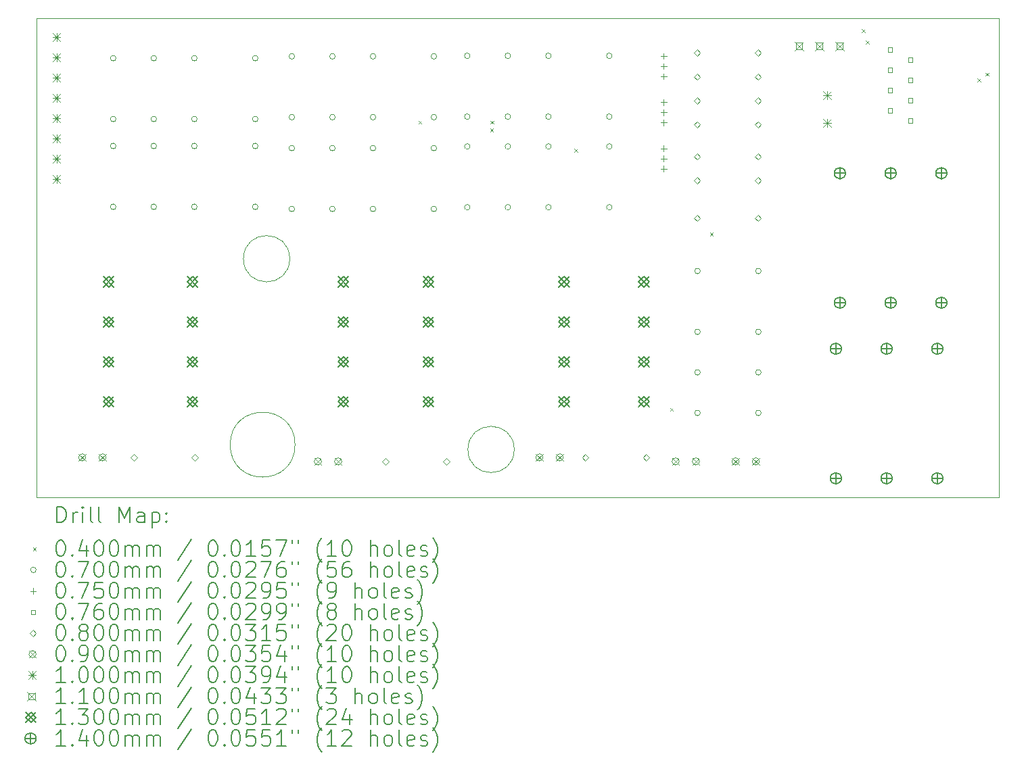
<source format=gbr>
%TF.GenerationSoftware,KiCad,Pcbnew,7.0.9*%
%TF.CreationDate,2024-06-30T00:15:22-04:00*%
%TF.ProjectId,Loop Board 3 Jackless Input,4c6f6f70-2042-46f6-9172-642033204a61,rev?*%
%TF.SameCoordinates,Original*%
%TF.FileFunction,Drillmap*%
%TF.FilePolarity,Positive*%
%FSLAX45Y45*%
G04 Gerber Fmt 4.5, Leading zero omitted, Abs format (unit mm)*
G04 Created by KiCad (PCBNEW 7.0.9) date 2024-06-30 00:15:22*
%MOMM*%
%LPD*%
G01*
G04 APERTURE LIST*
%ADD10C,0.100000*%
%ADD11C,0.200000*%
%ADD12C,0.110000*%
%ADD13C,0.130000*%
%ADD14C,0.140000*%
G04 APERTURE END LIST*
D10*
X18080000Y-9200000D02*
G75*
G03*
X18080000Y-9200000I-290000J0D01*
G01*
X15270000Y-6810000D02*
G75*
G03*
X15270000Y-6810000I-290000J0D01*
G01*
X15336079Y-9140000D02*
G75*
G03*
X15336079Y-9140000I-406079J0D01*
G01*
X12100000Y-3800000D02*
X24150000Y-3800000D01*
X24150000Y-9800000D01*
X12100000Y-9800000D01*
X12100000Y-3800000D01*
D11*
D10*
X16880000Y-5080000D02*
X16920000Y-5120000D01*
X16920000Y-5080000D02*
X16880000Y-5120000D01*
X17778770Y-5181230D02*
X17818770Y-5221230D01*
X17818770Y-5181230D02*
X17778770Y-5221230D01*
X17780000Y-5080000D02*
X17820000Y-5120000D01*
X17820000Y-5080000D02*
X17780000Y-5120000D01*
X18830000Y-5430000D02*
X18870000Y-5470000D01*
X18870000Y-5430000D02*
X18830000Y-5470000D01*
X20030000Y-8680000D02*
X20070000Y-8720000D01*
X20070000Y-8680000D02*
X20030000Y-8720000D01*
X20530000Y-6480000D02*
X20570000Y-6520000D01*
X20570000Y-6480000D02*
X20530000Y-6520000D01*
X22428770Y-3931230D02*
X22468770Y-3971230D01*
X22468770Y-3931230D02*
X22428770Y-3971230D01*
X22480000Y-4080000D02*
X22520000Y-4120000D01*
X22520000Y-4080000D02*
X22480000Y-4120000D01*
X23880000Y-4552450D02*
X23920000Y-4592450D01*
X23920000Y-4552450D02*
X23880000Y-4592450D01*
X23980000Y-4480000D02*
X24020000Y-4520000D01*
X24020000Y-4480000D02*
X23980000Y-4520000D01*
X13095000Y-4297500D02*
G75*
G03*
X13095000Y-4297500I-35000J0D01*
G01*
X13095000Y-5059500D02*
G75*
G03*
X13095000Y-5059500I-35000J0D01*
G01*
X13095000Y-5397500D02*
G75*
G03*
X13095000Y-5397500I-35000J0D01*
G01*
X13095000Y-6159500D02*
G75*
G03*
X13095000Y-6159500I-35000J0D01*
G01*
X13603000Y-4297500D02*
G75*
G03*
X13603000Y-4297500I-35000J0D01*
G01*
X13603000Y-5059500D02*
G75*
G03*
X13603000Y-5059500I-35000J0D01*
G01*
X13603000Y-5397500D02*
G75*
G03*
X13603000Y-5397500I-35000J0D01*
G01*
X13603000Y-6159500D02*
G75*
G03*
X13603000Y-6159500I-35000J0D01*
G01*
X14111000Y-4297500D02*
G75*
G03*
X14111000Y-4297500I-35000J0D01*
G01*
X14111000Y-5059500D02*
G75*
G03*
X14111000Y-5059500I-35000J0D01*
G01*
X14111000Y-5397500D02*
G75*
G03*
X14111000Y-5397500I-35000J0D01*
G01*
X14111000Y-6159500D02*
G75*
G03*
X14111000Y-6159500I-35000J0D01*
G01*
X14873000Y-4297500D02*
G75*
G03*
X14873000Y-4297500I-35000J0D01*
G01*
X14873000Y-5059500D02*
G75*
G03*
X14873000Y-5059500I-35000J0D01*
G01*
X14873000Y-5397500D02*
G75*
G03*
X14873000Y-5397500I-35000J0D01*
G01*
X14873000Y-6159500D02*
G75*
G03*
X14873000Y-6159500I-35000J0D01*
G01*
X15330750Y-4273750D02*
G75*
G03*
X15330750Y-4273750I-35000J0D01*
G01*
X15330750Y-5035750D02*
G75*
G03*
X15330750Y-5035750I-35000J0D01*
G01*
X15330750Y-5423750D02*
G75*
G03*
X15330750Y-5423750I-35000J0D01*
G01*
X15330750Y-6185750D02*
G75*
G03*
X15330750Y-6185750I-35000J0D01*
G01*
X15838750Y-4273750D02*
G75*
G03*
X15838750Y-4273750I-35000J0D01*
G01*
X15838750Y-5035750D02*
G75*
G03*
X15838750Y-5035750I-35000J0D01*
G01*
X15838750Y-5423750D02*
G75*
G03*
X15838750Y-5423750I-35000J0D01*
G01*
X15838750Y-6185750D02*
G75*
G03*
X15838750Y-6185750I-35000J0D01*
G01*
X16346750Y-4273750D02*
G75*
G03*
X16346750Y-4273750I-35000J0D01*
G01*
X16346750Y-5035750D02*
G75*
G03*
X16346750Y-5035750I-35000J0D01*
G01*
X16346750Y-5423750D02*
G75*
G03*
X16346750Y-5423750I-35000J0D01*
G01*
X16346750Y-6185750D02*
G75*
G03*
X16346750Y-6185750I-35000J0D01*
G01*
X17108750Y-4273750D02*
G75*
G03*
X17108750Y-4273750I-35000J0D01*
G01*
X17108750Y-5035750D02*
G75*
G03*
X17108750Y-5035750I-35000J0D01*
G01*
X17108750Y-5423750D02*
G75*
G03*
X17108750Y-5423750I-35000J0D01*
G01*
X17108750Y-6185750D02*
G75*
G03*
X17108750Y-6185750I-35000J0D01*
G01*
X17527000Y-4267500D02*
G75*
G03*
X17527000Y-4267500I-35000J0D01*
G01*
X17527000Y-5029500D02*
G75*
G03*
X17527000Y-5029500I-35000J0D01*
G01*
X17527000Y-5403250D02*
G75*
G03*
X17527000Y-5403250I-35000J0D01*
G01*
X17527000Y-6165250D02*
G75*
G03*
X17527000Y-6165250I-35000J0D01*
G01*
X18035000Y-4267500D02*
G75*
G03*
X18035000Y-4267500I-35000J0D01*
G01*
X18035000Y-5029500D02*
G75*
G03*
X18035000Y-5029500I-35000J0D01*
G01*
X18035000Y-5403250D02*
G75*
G03*
X18035000Y-5403250I-35000J0D01*
G01*
X18035000Y-6165250D02*
G75*
G03*
X18035000Y-6165250I-35000J0D01*
G01*
X18543000Y-4267500D02*
G75*
G03*
X18543000Y-4267500I-35000J0D01*
G01*
X18543000Y-5029500D02*
G75*
G03*
X18543000Y-5029500I-35000J0D01*
G01*
X18543000Y-5403250D02*
G75*
G03*
X18543000Y-5403250I-35000J0D01*
G01*
X18543000Y-6165250D02*
G75*
G03*
X18543000Y-6165250I-35000J0D01*
G01*
X19305000Y-4267500D02*
G75*
G03*
X19305000Y-4267500I-35000J0D01*
G01*
X19305000Y-5029500D02*
G75*
G03*
X19305000Y-5029500I-35000J0D01*
G01*
X19305000Y-5403250D02*
G75*
G03*
X19305000Y-5403250I-35000J0D01*
G01*
X19305000Y-6165250D02*
G75*
G03*
X19305000Y-6165250I-35000J0D01*
G01*
X20408750Y-6964250D02*
G75*
G03*
X20408750Y-6964250I-35000J0D01*
G01*
X20408750Y-7726250D02*
G75*
G03*
X20408750Y-7726250I-35000J0D01*
G01*
X20408750Y-8234250D02*
G75*
G03*
X20408750Y-8234250I-35000J0D01*
G01*
X20408750Y-8742250D02*
G75*
G03*
X20408750Y-8742250I-35000J0D01*
G01*
X21170750Y-6964250D02*
G75*
G03*
X21170750Y-6964250I-35000J0D01*
G01*
X21170750Y-7726250D02*
G75*
G03*
X21170750Y-7726250I-35000J0D01*
G01*
X21170750Y-8234250D02*
G75*
G03*
X21170750Y-8234250I-35000J0D01*
G01*
X21170750Y-8742250D02*
G75*
G03*
X21170750Y-8742250I-35000J0D01*
G01*
X19950000Y-4234000D02*
X19950000Y-4309000D01*
X19912500Y-4271500D02*
X19987500Y-4271500D01*
X19950000Y-4361000D02*
X19950000Y-4436000D01*
X19912500Y-4398500D02*
X19987500Y-4398500D01*
X19950000Y-4488000D02*
X19950000Y-4563000D01*
X19912500Y-4525500D02*
X19987500Y-4525500D01*
X19950000Y-4813000D02*
X19950000Y-4888000D01*
X19912500Y-4850500D02*
X19987500Y-4850500D01*
X19950000Y-4940000D02*
X19950000Y-5015000D01*
X19912500Y-4977500D02*
X19987500Y-4977500D01*
X19950000Y-5067000D02*
X19950000Y-5142000D01*
X19912500Y-5104500D02*
X19987500Y-5104500D01*
X19950000Y-5392000D02*
X19950000Y-5467000D01*
X19912500Y-5429500D02*
X19987500Y-5429500D01*
X19950000Y-5519000D02*
X19950000Y-5594000D01*
X19912500Y-5556500D02*
X19987500Y-5556500D01*
X19950000Y-5646000D02*
X19950000Y-5721000D01*
X19912500Y-5683500D02*
X19987500Y-5683500D01*
X22812870Y-4216120D02*
X22812870Y-4162380D01*
X22759130Y-4162380D01*
X22759130Y-4216120D01*
X22812870Y-4216120D01*
X22812870Y-4470120D02*
X22812870Y-4416380D01*
X22759130Y-4416380D01*
X22759130Y-4470120D01*
X22812870Y-4470120D01*
X22812870Y-4724120D02*
X22812870Y-4670380D01*
X22759130Y-4670380D01*
X22759130Y-4724120D01*
X22812870Y-4724120D01*
X22812870Y-4978120D02*
X22812870Y-4924380D01*
X22759130Y-4924380D01*
X22759130Y-4978120D01*
X22812870Y-4978120D01*
X23066870Y-4343120D02*
X23066870Y-4289380D01*
X23013130Y-4289380D01*
X23013130Y-4343120D01*
X23066870Y-4343120D01*
X23066870Y-4597120D02*
X23066870Y-4543380D01*
X23013130Y-4543380D01*
X23013130Y-4597120D01*
X23066870Y-4597120D01*
X23066870Y-4851120D02*
X23066870Y-4797380D01*
X23013130Y-4797380D01*
X23013130Y-4851120D01*
X23066870Y-4851120D01*
X23066870Y-5105120D02*
X23066870Y-5051380D01*
X23013130Y-5051380D01*
X23013130Y-5105120D01*
X23066870Y-5105120D01*
X13319000Y-9340000D02*
X13359000Y-9300000D01*
X13319000Y-9260000D01*
X13279000Y-9300000D01*
X13319000Y-9340000D01*
X14081000Y-9340000D02*
X14121000Y-9300000D01*
X14081000Y-9260000D01*
X14041000Y-9300000D01*
X14081000Y-9340000D01*
X16469000Y-9390000D02*
X16509000Y-9350000D01*
X16469000Y-9310000D01*
X16429000Y-9350000D01*
X16469000Y-9390000D01*
X17231000Y-9390000D02*
X17271000Y-9350000D01*
X17231000Y-9310000D01*
X17191000Y-9350000D01*
X17231000Y-9390000D01*
X18969000Y-9340000D02*
X19009000Y-9300000D01*
X18969000Y-9260000D01*
X18929000Y-9300000D01*
X18969000Y-9340000D01*
X19731000Y-9340000D02*
X19771000Y-9300000D01*
X19731000Y-9260000D01*
X19691000Y-9300000D01*
X19731000Y-9340000D01*
X20369000Y-4269500D02*
X20409000Y-4229500D01*
X20369000Y-4189500D01*
X20329000Y-4229500D01*
X20369000Y-4269500D01*
X20369000Y-4569500D02*
X20409000Y-4529500D01*
X20369000Y-4489500D01*
X20329000Y-4529500D01*
X20369000Y-4569500D01*
X20369000Y-4869500D02*
X20409000Y-4829500D01*
X20369000Y-4789500D01*
X20329000Y-4829500D01*
X20369000Y-4869500D01*
X20369000Y-5169500D02*
X20409000Y-5129500D01*
X20369000Y-5089500D01*
X20329000Y-5129500D01*
X20369000Y-5169500D01*
X20369000Y-5569500D02*
X20409000Y-5529500D01*
X20369000Y-5489500D01*
X20329000Y-5529500D01*
X20369000Y-5569500D01*
X20369000Y-5869500D02*
X20409000Y-5829500D01*
X20369000Y-5789500D01*
X20329000Y-5829500D01*
X20369000Y-5869500D01*
X20369000Y-6340000D02*
X20409000Y-6300000D01*
X20369000Y-6260000D01*
X20329000Y-6300000D01*
X20369000Y-6340000D01*
X21131000Y-4269500D02*
X21171000Y-4229500D01*
X21131000Y-4189500D01*
X21091000Y-4229500D01*
X21131000Y-4269500D01*
X21131000Y-4569500D02*
X21171000Y-4529500D01*
X21131000Y-4489500D01*
X21091000Y-4529500D01*
X21131000Y-4569500D01*
X21131000Y-4869500D02*
X21171000Y-4829500D01*
X21131000Y-4789500D01*
X21091000Y-4829500D01*
X21131000Y-4869500D01*
X21131000Y-5169500D02*
X21171000Y-5129500D01*
X21131000Y-5089500D01*
X21091000Y-5129500D01*
X21131000Y-5169500D01*
X21131000Y-5569500D02*
X21171000Y-5529500D01*
X21131000Y-5489500D01*
X21091000Y-5529500D01*
X21131000Y-5569500D01*
X21131000Y-5869500D02*
X21171000Y-5829500D01*
X21131000Y-5789500D01*
X21091000Y-5829500D01*
X21131000Y-5869500D01*
X21131000Y-6340000D02*
X21171000Y-6300000D01*
X21131000Y-6260000D01*
X21091000Y-6300000D01*
X21131000Y-6340000D01*
X12627500Y-9255000D02*
X12717500Y-9345000D01*
X12717500Y-9255000D02*
X12627500Y-9345000D01*
X12717500Y-9300000D02*
G75*
G03*
X12717500Y-9300000I-45000J0D01*
G01*
X12881500Y-9255000D02*
X12971500Y-9345000D01*
X12971500Y-9255000D02*
X12881500Y-9345000D01*
X12971500Y-9300000D02*
G75*
G03*
X12971500Y-9300000I-45000J0D01*
G01*
X15577500Y-9305000D02*
X15667500Y-9395000D01*
X15667500Y-9305000D02*
X15577500Y-9395000D01*
X15667500Y-9350000D02*
G75*
G03*
X15667500Y-9350000I-45000J0D01*
G01*
X15831500Y-9305000D02*
X15921500Y-9395000D01*
X15921500Y-9305000D02*
X15831500Y-9395000D01*
X15921500Y-9350000D02*
G75*
G03*
X15921500Y-9350000I-45000J0D01*
G01*
X18351000Y-9255000D02*
X18441000Y-9345000D01*
X18441000Y-9255000D02*
X18351000Y-9345000D01*
X18441000Y-9300000D02*
G75*
G03*
X18441000Y-9300000I-45000J0D01*
G01*
X18605000Y-9255000D02*
X18695000Y-9345000D01*
X18695000Y-9255000D02*
X18605000Y-9345000D01*
X18695000Y-9300000D02*
G75*
G03*
X18695000Y-9300000I-45000J0D01*
G01*
X20055000Y-9305000D02*
X20145000Y-9395000D01*
X20145000Y-9305000D02*
X20055000Y-9395000D01*
X20145000Y-9350000D02*
G75*
G03*
X20145000Y-9350000I-45000J0D01*
G01*
X20309000Y-9305000D02*
X20399000Y-9395000D01*
X20399000Y-9305000D02*
X20309000Y-9395000D01*
X20399000Y-9350000D02*
G75*
G03*
X20399000Y-9350000I-45000J0D01*
G01*
X20805000Y-9305000D02*
X20895000Y-9395000D01*
X20895000Y-9305000D02*
X20805000Y-9395000D01*
X20895000Y-9350000D02*
G75*
G03*
X20895000Y-9350000I-45000J0D01*
G01*
X21059000Y-9305000D02*
X21149000Y-9395000D01*
X21149000Y-9305000D02*
X21059000Y-9395000D01*
X21149000Y-9350000D02*
G75*
G03*
X21149000Y-9350000I-45000J0D01*
G01*
X12300000Y-3984000D02*
X12400000Y-4084000D01*
X12400000Y-3984000D02*
X12300000Y-4084000D01*
X12350000Y-3984000D02*
X12350000Y-4084000D01*
X12300000Y-4034000D02*
X12400000Y-4034000D01*
X12300000Y-4238000D02*
X12400000Y-4338000D01*
X12400000Y-4238000D02*
X12300000Y-4338000D01*
X12350000Y-4238000D02*
X12350000Y-4338000D01*
X12300000Y-4288000D02*
X12400000Y-4288000D01*
X12300000Y-4492000D02*
X12400000Y-4592000D01*
X12400000Y-4492000D02*
X12300000Y-4592000D01*
X12350000Y-4492000D02*
X12350000Y-4592000D01*
X12300000Y-4542000D02*
X12400000Y-4542000D01*
X12300000Y-4746000D02*
X12400000Y-4846000D01*
X12400000Y-4746000D02*
X12300000Y-4846000D01*
X12350000Y-4746000D02*
X12350000Y-4846000D01*
X12300000Y-4796000D02*
X12400000Y-4796000D01*
X12300000Y-5000000D02*
X12400000Y-5100000D01*
X12400000Y-5000000D02*
X12300000Y-5100000D01*
X12350000Y-5000000D02*
X12350000Y-5100000D01*
X12300000Y-5050000D02*
X12400000Y-5050000D01*
X12300000Y-5254000D02*
X12400000Y-5354000D01*
X12400000Y-5254000D02*
X12300000Y-5354000D01*
X12350000Y-5254000D02*
X12350000Y-5354000D01*
X12300000Y-5304000D02*
X12400000Y-5304000D01*
X12300000Y-5508000D02*
X12400000Y-5608000D01*
X12400000Y-5508000D02*
X12300000Y-5608000D01*
X12350000Y-5508000D02*
X12350000Y-5608000D01*
X12300000Y-5558000D02*
X12400000Y-5558000D01*
X12300000Y-5762000D02*
X12400000Y-5862000D01*
X12400000Y-5762000D02*
X12300000Y-5862000D01*
X12350000Y-5762000D02*
X12350000Y-5862000D01*
X12300000Y-5812000D02*
X12400000Y-5812000D01*
X21950000Y-4711768D02*
X22050000Y-4811768D01*
X22050000Y-4711768D02*
X21950000Y-4811768D01*
X22000000Y-4711768D02*
X22000000Y-4811768D01*
X21950000Y-4761768D02*
X22050000Y-4761768D01*
X21950000Y-5061768D02*
X22050000Y-5161768D01*
X22050000Y-5061768D02*
X21950000Y-5161768D01*
X22000000Y-5061768D02*
X22000000Y-5161768D01*
X21950000Y-5111768D02*
X22050000Y-5111768D01*
D12*
X21591000Y-4089500D02*
X21701000Y-4199500D01*
X21701000Y-4089500D02*
X21591000Y-4199500D01*
X21684891Y-4183391D02*
X21684891Y-4105609D01*
X21607109Y-4105609D01*
X21607109Y-4183391D01*
X21684891Y-4183391D01*
X21845000Y-4089500D02*
X21955000Y-4199500D01*
X21955000Y-4089500D02*
X21845000Y-4199500D01*
X21938891Y-4183391D02*
X21938891Y-4105609D01*
X21861109Y-4105609D01*
X21861109Y-4183391D01*
X21938891Y-4183391D01*
X22099000Y-4089500D02*
X22209000Y-4199500D01*
X22209000Y-4089500D02*
X22099000Y-4199500D01*
X22192891Y-4183391D02*
X22192891Y-4105609D01*
X22115109Y-4105609D01*
X22115109Y-4183391D01*
X22192891Y-4183391D01*
D13*
X12938750Y-7035000D02*
X13068750Y-7165000D01*
X13068750Y-7035000D02*
X12938750Y-7165000D01*
X13003750Y-7165000D02*
X13068750Y-7100000D01*
X13003750Y-7035000D01*
X12938750Y-7100000D01*
X13003750Y-7165000D01*
X12938750Y-7535000D02*
X13068750Y-7665000D01*
X13068750Y-7535000D02*
X12938750Y-7665000D01*
X13003750Y-7665000D02*
X13068750Y-7600000D01*
X13003750Y-7535000D01*
X12938750Y-7600000D01*
X13003750Y-7665000D01*
X12938750Y-8035000D02*
X13068750Y-8165000D01*
X13068750Y-8035000D02*
X12938750Y-8165000D01*
X13003750Y-8165000D02*
X13068750Y-8100000D01*
X13003750Y-8035000D01*
X12938750Y-8100000D01*
X13003750Y-8165000D01*
X12938750Y-8535000D02*
X13068750Y-8665000D01*
X13068750Y-8535000D02*
X12938750Y-8665000D01*
X13003750Y-8665000D02*
X13068750Y-8600000D01*
X13003750Y-8535000D01*
X12938750Y-8600000D01*
X13003750Y-8665000D01*
X13988750Y-7035000D02*
X14118750Y-7165000D01*
X14118750Y-7035000D02*
X13988750Y-7165000D01*
X14053750Y-7165000D02*
X14118750Y-7100000D01*
X14053750Y-7035000D01*
X13988750Y-7100000D01*
X14053750Y-7165000D01*
X13988750Y-7535000D02*
X14118750Y-7665000D01*
X14118750Y-7535000D02*
X13988750Y-7665000D01*
X14053750Y-7665000D02*
X14118750Y-7600000D01*
X14053750Y-7535000D01*
X13988750Y-7600000D01*
X14053750Y-7665000D01*
X13988750Y-8035000D02*
X14118750Y-8165000D01*
X14118750Y-8035000D02*
X13988750Y-8165000D01*
X14053750Y-8165000D02*
X14118750Y-8100000D01*
X14053750Y-8035000D01*
X13988750Y-8100000D01*
X14053750Y-8165000D01*
X13988750Y-8535000D02*
X14118750Y-8665000D01*
X14118750Y-8535000D02*
X13988750Y-8665000D01*
X14053750Y-8665000D02*
X14118750Y-8600000D01*
X14053750Y-8535000D01*
X13988750Y-8600000D01*
X14053750Y-8665000D01*
X15875000Y-7035000D02*
X16005000Y-7165000D01*
X16005000Y-7035000D02*
X15875000Y-7165000D01*
X15940000Y-7165000D02*
X16005000Y-7100000D01*
X15940000Y-7035000D01*
X15875000Y-7100000D01*
X15940000Y-7165000D01*
X15875000Y-7535000D02*
X16005000Y-7665000D01*
X16005000Y-7535000D02*
X15875000Y-7665000D01*
X15940000Y-7665000D02*
X16005000Y-7600000D01*
X15940000Y-7535000D01*
X15875000Y-7600000D01*
X15940000Y-7665000D01*
X15875000Y-8035000D02*
X16005000Y-8165000D01*
X16005000Y-8035000D02*
X15875000Y-8165000D01*
X15940000Y-8165000D02*
X16005000Y-8100000D01*
X15940000Y-8035000D01*
X15875000Y-8100000D01*
X15940000Y-8165000D01*
X15875000Y-8535000D02*
X16005000Y-8665000D01*
X16005000Y-8535000D02*
X15875000Y-8665000D01*
X15940000Y-8665000D02*
X16005000Y-8600000D01*
X15940000Y-8535000D01*
X15875000Y-8600000D01*
X15940000Y-8665000D01*
X16938750Y-7035000D02*
X17068750Y-7165000D01*
X17068750Y-7035000D02*
X16938750Y-7165000D01*
X17003750Y-7165000D02*
X17068750Y-7100000D01*
X17003750Y-7035000D01*
X16938750Y-7100000D01*
X17003750Y-7165000D01*
X16938750Y-7535000D02*
X17068750Y-7665000D01*
X17068750Y-7535000D02*
X16938750Y-7665000D01*
X17003750Y-7665000D02*
X17068750Y-7600000D01*
X17003750Y-7535000D01*
X16938750Y-7600000D01*
X17003750Y-7665000D01*
X16938750Y-8035000D02*
X17068750Y-8165000D01*
X17068750Y-8035000D02*
X16938750Y-8165000D01*
X17003750Y-8165000D02*
X17068750Y-8100000D01*
X17003750Y-8035000D01*
X16938750Y-8100000D01*
X17003750Y-8165000D01*
X16938750Y-8535000D02*
X17068750Y-8665000D01*
X17068750Y-8535000D02*
X16938750Y-8665000D01*
X17003750Y-8665000D02*
X17068750Y-8600000D01*
X17003750Y-8535000D01*
X16938750Y-8600000D01*
X17003750Y-8665000D01*
X18638750Y-7035000D02*
X18768750Y-7165000D01*
X18768750Y-7035000D02*
X18638750Y-7165000D01*
X18703750Y-7165000D02*
X18768750Y-7100000D01*
X18703750Y-7035000D01*
X18638750Y-7100000D01*
X18703750Y-7165000D01*
X18638750Y-7535000D02*
X18768750Y-7665000D01*
X18768750Y-7535000D02*
X18638750Y-7665000D01*
X18703750Y-7665000D02*
X18768750Y-7600000D01*
X18703750Y-7535000D01*
X18638750Y-7600000D01*
X18703750Y-7665000D01*
X18638750Y-8035000D02*
X18768750Y-8165000D01*
X18768750Y-8035000D02*
X18638750Y-8165000D01*
X18703750Y-8165000D02*
X18768750Y-8100000D01*
X18703750Y-8035000D01*
X18638750Y-8100000D01*
X18703750Y-8165000D01*
X18638750Y-8535000D02*
X18768750Y-8665000D01*
X18768750Y-8535000D02*
X18638750Y-8665000D01*
X18703750Y-8665000D02*
X18768750Y-8600000D01*
X18703750Y-8535000D01*
X18638750Y-8600000D01*
X18703750Y-8665000D01*
X19638750Y-7035000D02*
X19768750Y-7165000D01*
X19768750Y-7035000D02*
X19638750Y-7165000D01*
X19703750Y-7165000D02*
X19768750Y-7100000D01*
X19703750Y-7035000D01*
X19638750Y-7100000D01*
X19703750Y-7165000D01*
X19638750Y-7535000D02*
X19768750Y-7665000D01*
X19768750Y-7535000D02*
X19638750Y-7665000D01*
X19703750Y-7665000D02*
X19768750Y-7600000D01*
X19703750Y-7535000D01*
X19638750Y-7600000D01*
X19703750Y-7665000D01*
X19638750Y-8035000D02*
X19768750Y-8165000D01*
X19768750Y-8035000D02*
X19638750Y-8165000D01*
X19703750Y-8165000D02*
X19768750Y-8100000D01*
X19703750Y-8035000D01*
X19638750Y-8100000D01*
X19703750Y-8165000D01*
X19638750Y-8535000D02*
X19768750Y-8665000D01*
X19768750Y-8535000D02*
X19638750Y-8665000D01*
X19703750Y-8665000D02*
X19768750Y-8600000D01*
X19703750Y-8535000D01*
X19638750Y-8600000D01*
X19703750Y-8665000D01*
D14*
X22106500Y-7868500D02*
X22106500Y-8008500D01*
X22036500Y-7938500D02*
X22176500Y-7938500D01*
X22176500Y-7938500D02*
G75*
G03*
X22176500Y-7938500I-70000J0D01*
G01*
X22106500Y-9491500D02*
X22106500Y-9631500D01*
X22036500Y-9561500D02*
X22176500Y-9561500D01*
X22176500Y-9561500D02*
G75*
G03*
X22176500Y-9561500I-70000J0D01*
G01*
X22156500Y-5668500D02*
X22156500Y-5808500D01*
X22086500Y-5738500D02*
X22226500Y-5738500D01*
X22226500Y-5738500D02*
G75*
G03*
X22226500Y-5738500I-70000J0D01*
G01*
X22156500Y-7291500D02*
X22156500Y-7431500D01*
X22086500Y-7361500D02*
X22226500Y-7361500D01*
X22226500Y-7361500D02*
G75*
G03*
X22226500Y-7361500I-70000J0D01*
G01*
X22741500Y-7868500D02*
X22741500Y-8008500D01*
X22671500Y-7938500D02*
X22811500Y-7938500D01*
X22811500Y-7938500D02*
G75*
G03*
X22811500Y-7938500I-70000J0D01*
G01*
X22741500Y-9491500D02*
X22741500Y-9631500D01*
X22671500Y-9561500D02*
X22811500Y-9561500D01*
X22811500Y-9561500D02*
G75*
G03*
X22811500Y-9561500I-70000J0D01*
G01*
X22791500Y-5668500D02*
X22791500Y-5808500D01*
X22721500Y-5738500D02*
X22861500Y-5738500D01*
X22861500Y-5738500D02*
G75*
G03*
X22861500Y-5738500I-70000J0D01*
G01*
X22791500Y-7291500D02*
X22791500Y-7431500D01*
X22721500Y-7361500D02*
X22861500Y-7361500D01*
X22861500Y-7361500D02*
G75*
G03*
X22861500Y-7361500I-70000J0D01*
G01*
X23376500Y-7868500D02*
X23376500Y-8008500D01*
X23306500Y-7938500D02*
X23446500Y-7938500D01*
X23446500Y-7938500D02*
G75*
G03*
X23446500Y-7938500I-70000J0D01*
G01*
X23376500Y-9491500D02*
X23376500Y-9631500D01*
X23306500Y-9561500D02*
X23446500Y-9561500D01*
X23446500Y-9561500D02*
G75*
G03*
X23446500Y-9561500I-70000J0D01*
G01*
X23426500Y-5668500D02*
X23426500Y-5808500D01*
X23356500Y-5738500D02*
X23496500Y-5738500D01*
X23496500Y-5738500D02*
G75*
G03*
X23496500Y-5738500I-70000J0D01*
G01*
X23426500Y-7291500D02*
X23426500Y-7431500D01*
X23356500Y-7361500D02*
X23496500Y-7361500D01*
X23496500Y-7361500D02*
G75*
G03*
X23496500Y-7361500I-70000J0D01*
G01*
D11*
X12355777Y-10116484D02*
X12355777Y-9916484D01*
X12355777Y-9916484D02*
X12403396Y-9916484D01*
X12403396Y-9916484D02*
X12431967Y-9926008D01*
X12431967Y-9926008D02*
X12451015Y-9945055D01*
X12451015Y-9945055D02*
X12460539Y-9964103D01*
X12460539Y-9964103D02*
X12470062Y-10002198D01*
X12470062Y-10002198D02*
X12470062Y-10030770D01*
X12470062Y-10030770D02*
X12460539Y-10068865D01*
X12460539Y-10068865D02*
X12451015Y-10087912D01*
X12451015Y-10087912D02*
X12431967Y-10106960D01*
X12431967Y-10106960D02*
X12403396Y-10116484D01*
X12403396Y-10116484D02*
X12355777Y-10116484D01*
X12555777Y-10116484D02*
X12555777Y-9983150D01*
X12555777Y-10021246D02*
X12565301Y-10002198D01*
X12565301Y-10002198D02*
X12574824Y-9992674D01*
X12574824Y-9992674D02*
X12593872Y-9983150D01*
X12593872Y-9983150D02*
X12612920Y-9983150D01*
X12679586Y-10116484D02*
X12679586Y-9983150D01*
X12679586Y-9916484D02*
X12670062Y-9926008D01*
X12670062Y-9926008D02*
X12679586Y-9935531D01*
X12679586Y-9935531D02*
X12689110Y-9926008D01*
X12689110Y-9926008D02*
X12679586Y-9916484D01*
X12679586Y-9916484D02*
X12679586Y-9935531D01*
X12803396Y-10116484D02*
X12784348Y-10106960D01*
X12784348Y-10106960D02*
X12774824Y-10087912D01*
X12774824Y-10087912D02*
X12774824Y-9916484D01*
X12908158Y-10116484D02*
X12889110Y-10106960D01*
X12889110Y-10106960D02*
X12879586Y-10087912D01*
X12879586Y-10087912D02*
X12879586Y-9916484D01*
X13136729Y-10116484D02*
X13136729Y-9916484D01*
X13136729Y-9916484D02*
X13203396Y-10059341D01*
X13203396Y-10059341D02*
X13270062Y-9916484D01*
X13270062Y-9916484D02*
X13270062Y-10116484D01*
X13451015Y-10116484D02*
X13451015Y-10011722D01*
X13451015Y-10011722D02*
X13441491Y-9992674D01*
X13441491Y-9992674D02*
X13422443Y-9983150D01*
X13422443Y-9983150D02*
X13384348Y-9983150D01*
X13384348Y-9983150D02*
X13365301Y-9992674D01*
X13451015Y-10106960D02*
X13431967Y-10116484D01*
X13431967Y-10116484D02*
X13384348Y-10116484D01*
X13384348Y-10116484D02*
X13365301Y-10106960D01*
X13365301Y-10106960D02*
X13355777Y-10087912D01*
X13355777Y-10087912D02*
X13355777Y-10068865D01*
X13355777Y-10068865D02*
X13365301Y-10049817D01*
X13365301Y-10049817D02*
X13384348Y-10040293D01*
X13384348Y-10040293D02*
X13431967Y-10040293D01*
X13431967Y-10040293D02*
X13451015Y-10030770D01*
X13546253Y-9983150D02*
X13546253Y-10183150D01*
X13546253Y-9992674D02*
X13565301Y-9983150D01*
X13565301Y-9983150D02*
X13603396Y-9983150D01*
X13603396Y-9983150D02*
X13622443Y-9992674D01*
X13622443Y-9992674D02*
X13631967Y-10002198D01*
X13631967Y-10002198D02*
X13641491Y-10021246D01*
X13641491Y-10021246D02*
X13641491Y-10078389D01*
X13641491Y-10078389D02*
X13631967Y-10097436D01*
X13631967Y-10097436D02*
X13622443Y-10106960D01*
X13622443Y-10106960D02*
X13603396Y-10116484D01*
X13603396Y-10116484D02*
X13565301Y-10116484D01*
X13565301Y-10116484D02*
X13546253Y-10106960D01*
X13727205Y-10097436D02*
X13736729Y-10106960D01*
X13736729Y-10106960D02*
X13727205Y-10116484D01*
X13727205Y-10116484D02*
X13717682Y-10106960D01*
X13717682Y-10106960D02*
X13727205Y-10097436D01*
X13727205Y-10097436D02*
X13727205Y-10116484D01*
X13727205Y-9992674D02*
X13736729Y-10002198D01*
X13736729Y-10002198D02*
X13727205Y-10011722D01*
X13727205Y-10011722D02*
X13717682Y-10002198D01*
X13717682Y-10002198D02*
X13727205Y-9992674D01*
X13727205Y-9992674D02*
X13727205Y-10011722D01*
D10*
X12055000Y-10425000D02*
X12095000Y-10465000D01*
X12095000Y-10425000D02*
X12055000Y-10465000D01*
D11*
X12393872Y-10336484D02*
X12412920Y-10336484D01*
X12412920Y-10336484D02*
X12431967Y-10346008D01*
X12431967Y-10346008D02*
X12441491Y-10355531D01*
X12441491Y-10355531D02*
X12451015Y-10374579D01*
X12451015Y-10374579D02*
X12460539Y-10412674D01*
X12460539Y-10412674D02*
X12460539Y-10460293D01*
X12460539Y-10460293D02*
X12451015Y-10498389D01*
X12451015Y-10498389D02*
X12441491Y-10517436D01*
X12441491Y-10517436D02*
X12431967Y-10526960D01*
X12431967Y-10526960D02*
X12412920Y-10536484D01*
X12412920Y-10536484D02*
X12393872Y-10536484D01*
X12393872Y-10536484D02*
X12374824Y-10526960D01*
X12374824Y-10526960D02*
X12365301Y-10517436D01*
X12365301Y-10517436D02*
X12355777Y-10498389D01*
X12355777Y-10498389D02*
X12346253Y-10460293D01*
X12346253Y-10460293D02*
X12346253Y-10412674D01*
X12346253Y-10412674D02*
X12355777Y-10374579D01*
X12355777Y-10374579D02*
X12365301Y-10355531D01*
X12365301Y-10355531D02*
X12374824Y-10346008D01*
X12374824Y-10346008D02*
X12393872Y-10336484D01*
X12546253Y-10517436D02*
X12555777Y-10526960D01*
X12555777Y-10526960D02*
X12546253Y-10536484D01*
X12546253Y-10536484D02*
X12536729Y-10526960D01*
X12536729Y-10526960D02*
X12546253Y-10517436D01*
X12546253Y-10517436D02*
X12546253Y-10536484D01*
X12727205Y-10403150D02*
X12727205Y-10536484D01*
X12679586Y-10326960D02*
X12631967Y-10469817D01*
X12631967Y-10469817D02*
X12755777Y-10469817D01*
X12870062Y-10336484D02*
X12889110Y-10336484D01*
X12889110Y-10336484D02*
X12908158Y-10346008D01*
X12908158Y-10346008D02*
X12917682Y-10355531D01*
X12917682Y-10355531D02*
X12927205Y-10374579D01*
X12927205Y-10374579D02*
X12936729Y-10412674D01*
X12936729Y-10412674D02*
X12936729Y-10460293D01*
X12936729Y-10460293D02*
X12927205Y-10498389D01*
X12927205Y-10498389D02*
X12917682Y-10517436D01*
X12917682Y-10517436D02*
X12908158Y-10526960D01*
X12908158Y-10526960D02*
X12889110Y-10536484D01*
X12889110Y-10536484D02*
X12870062Y-10536484D01*
X12870062Y-10536484D02*
X12851015Y-10526960D01*
X12851015Y-10526960D02*
X12841491Y-10517436D01*
X12841491Y-10517436D02*
X12831967Y-10498389D01*
X12831967Y-10498389D02*
X12822443Y-10460293D01*
X12822443Y-10460293D02*
X12822443Y-10412674D01*
X12822443Y-10412674D02*
X12831967Y-10374579D01*
X12831967Y-10374579D02*
X12841491Y-10355531D01*
X12841491Y-10355531D02*
X12851015Y-10346008D01*
X12851015Y-10346008D02*
X12870062Y-10336484D01*
X13060539Y-10336484D02*
X13079586Y-10336484D01*
X13079586Y-10336484D02*
X13098634Y-10346008D01*
X13098634Y-10346008D02*
X13108158Y-10355531D01*
X13108158Y-10355531D02*
X13117682Y-10374579D01*
X13117682Y-10374579D02*
X13127205Y-10412674D01*
X13127205Y-10412674D02*
X13127205Y-10460293D01*
X13127205Y-10460293D02*
X13117682Y-10498389D01*
X13117682Y-10498389D02*
X13108158Y-10517436D01*
X13108158Y-10517436D02*
X13098634Y-10526960D01*
X13098634Y-10526960D02*
X13079586Y-10536484D01*
X13079586Y-10536484D02*
X13060539Y-10536484D01*
X13060539Y-10536484D02*
X13041491Y-10526960D01*
X13041491Y-10526960D02*
X13031967Y-10517436D01*
X13031967Y-10517436D02*
X13022443Y-10498389D01*
X13022443Y-10498389D02*
X13012920Y-10460293D01*
X13012920Y-10460293D02*
X13012920Y-10412674D01*
X13012920Y-10412674D02*
X13022443Y-10374579D01*
X13022443Y-10374579D02*
X13031967Y-10355531D01*
X13031967Y-10355531D02*
X13041491Y-10346008D01*
X13041491Y-10346008D02*
X13060539Y-10336484D01*
X13212920Y-10536484D02*
X13212920Y-10403150D01*
X13212920Y-10422198D02*
X13222443Y-10412674D01*
X13222443Y-10412674D02*
X13241491Y-10403150D01*
X13241491Y-10403150D02*
X13270063Y-10403150D01*
X13270063Y-10403150D02*
X13289110Y-10412674D01*
X13289110Y-10412674D02*
X13298634Y-10431722D01*
X13298634Y-10431722D02*
X13298634Y-10536484D01*
X13298634Y-10431722D02*
X13308158Y-10412674D01*
X13308158Y-10412674D02*
X13327205Y-10403150D01*
X13327205Y-10403150D02*
X13355777Y-10403150D01*
X13355777Y-10403150D02*
X13374824Y-10412674D01*
X13374824Y-10412674D02*
X13384348Y-10431722D01*
X13384348Y-10431722D02*
X13384348Y-10536484D01*
X13479586Y-10536484D02*
X13479586Y-10403150D01*
X13479586Y-10422198D02*
X13489110Y-10412674D01*
X13489110Y-10412674D02*
X13508158Y-10403150D01*
X13508158Y-10403150D02*
X13536729Y-10403150D01*
X13536729Y-10403150D02*
X13555777Y-10412674D01*
X13555777Y-10412674D02*
X13565301Y-10431722D01*
X13565301Y-10431722D02*
X13565301Y-10536484D01*
X13565301Y-10431722D02*
X13574824Y-10412674D01*
X13574824Y-10412674D02*
X13593872Y-10403150D01*
X13593872Y-10403150D02*
X13622443Y-10403150D01*
X13622443Y-10403150D02*
X13641491Y-10412674D01*
X13641491Y-10412674D02*
X13651015Y-10431722D01*
X13651015Y-10431722D02*
X13651015Y-10536484D01*
X14041491Y-10326960D02*
X13870063Y-10584103D01*
X14298634Y-10336484D02*
X14317682Y-10336484D01*
X14317682Y-10336484D02*
X14336729Y-10346008D01*
X14336729Y-10346008D02*
X14346253Y-10355531D01*
X14346253Y-10355531D02*
X14355777Y-10374579D01*
X14355777Y-10374579D02*
X14365301Y-10412674D01*
X14365301Y-10412674D02*
X14365301Y-10460293D01*
X14365301Y-10460293D02*
X14355777Y-10498389D01*
X14355777Y-10498389D02*
X14346253Y-10517436D01*
X14346253Y-10517436D02*
X14336729Y-10526960D01*
X14336729Y-10526960D02*
X14317682Y-10536484D01*
X14317682Y-10536484D02*
X14298634Y-10536484D01*
X14298634Y-10536484D02*
X14279586Y-10526960D01*
X14279586Y-10526960D02*
X14270063Y-10517436D01*
X14270063Y-10517436D02*
X14260539Y-10498389D01*
X14260539Y-10498389D02*
X14251015Y-10460293D01*
X14251015Y-10460293D02*
X14251015Y-10412674D01*
X14251015Y-10412674D02*
X14260539Y-10374579D01*
X14260539Y-10374579D02*
X14270063Y-10355531D01*
X14270063Y-10355531D02*
X14279586Y-10346008D01*
X14279586Y-10346008D02*
X14298634Y-10336484D01*
X14451015Y-10517436D02*
X14460539Y-10526960D01*
X14460539Y-10526960D02*
X14451015Y-10536484D01*
X14451015Y-10536484D02*
X14441491Y-10526960D01*
X14441491Y-10526960D02*
X14451015Y-10517436D01*
X14451015Y-10517436D02*
X14451015Y-10536484D01*
X14584348Y-10336484D02*
X14603396Y-10336484D01*
X14603396Y-10336484D02*
X14622444Y-10346008D01*
X14622444Y-10346008D02*
X14631967Y-10355531D01*
X14631967Y-10355531D02*
X14641491Y-10374579D01*
X14641491Y-10374579D02*
X14651015Y-10412674D01*
X14651015Y-10412674D02*
X14651015Y-10460293D01*
X14651015Y-10460293D02*
X14641491Y-10498389D01*
X14641491Y-10498389D02*
X14631967Y-10517436D01*
X14631967Y-10517436D02*
X14622444Y-10526960D01*
X14622444Y-10526960D02*
X14603396Y-10536484D01*
X14603396Y-10536484D02*
X14584348Y-10536484D01*
X14584348Y-10536484D02*
X14565301Y-10526960D01*
X14565301Y-10526960D02*
X14555777Y-10517436D01*
X14555777Y-10517436D02*
X14546253Y-10498389D01*
X14546253Y-10498389D02*
X14536729Y-10460293D01*
X14536729Y-10460293D02*
X14536729Y-10412674D01*
X14536729Y-10412674D02*
X14546253Y-10374579D01*
X14546253Y-10374579D02*
X14555777Y-10355531D01*
X14555777Y-10355531D02*
X14565301Y-10346008D01*
X14565301Y-10346008D02*
X14584348Y-10336484D01*
X14841491Y-10536484D02*
X14727206Y-10536484D01*
X14784348Y-10536484D02*
X14784348Y-10336484D01*
X14784348Y-10336484D02*
X14765301Y-10365055D01*
X14765301Y-10365055D02*
X14746253Y-10384103D01*
X14746253Y-10384103D02*
X14727206Y-10393627D01*
X15022444Y-10336484D02*
X14927206Y-10336484D01*
X14927206Y-10336484D02*
X14917682Y-10431722D01*
X14917682Y-10431722D02*
X14927206Y-10422198D01*
X14927206Y-10422198D02*
X14946253Y-10412674D01*
X14946253Y-10412674D02*
X14993872Y-10412674D01*
X14993872Y-10412674D02*
X15012920Y-10422198D01*
X15012920Y-10422198D02*
X15022444Y-10431722D01*
X15022444Y-10431722D02*
X15031967Y-10450770D01*
X15031967Y-10450770D02*
X15031967Y-10498389D01*
X15031967Y-10498389D02*
X15022444Y-10517436D01*
X15022444Y-10517436D02*
X15012920Y-10526960D01*
X15012920Y-10526960D02*
X14993872Y-10536484D01*
X14993872Y-10536484D02*
X14946253Y-10536484D01*
X14946253Y-10536484D02*
X14927206Y-10526960D01*
X14927206Y-10526960D02*
X14917682Y-10517436D01*
X15098634Y-10336484D02*
X15231967Y-10336484D01*
X15231967Y-10336484D02*
X15146253Y-10536484D01*
X15298634Y-10336484D02*
X15298634Y-10374579D01*
X15374825Y-10336484D02*
X15374825Y-10374579D01*
X15670063Y-10612674D02*
X15660539Y-10603150D01*
X15660539Y-10603150D02*
X15641491Y-10574579D01*
X15641491Y-10574579D02*
X15631968Y-10555531D01*
X15631968Y-10555531D02*
X15622444Y-10526960D01*
X15622444Y-10526960D02*
X15612920Y-10479341D01*
X15612920Y-10479341D02*
X15612920Y-10441246D01*
X15612920Y-10441246D02*
X15622444Y-10393627D01*
X15622444Y-10393627D02*
X15631968Y-10365055D01*
X15631968Y-10365055D02*
X15641491Y-10346008D01*
X15641491Y-10346008D02*
X15660539Y-10317436D01*
X15660539Y-10317436D02*
X15670063Y-10307912D01*
X15851015Y-10536484D02*
X15736729Y-10536484D01*
X15793872Y-10536484D02*
X15793872Y-10336484D01*
X15793872Y-10336484D02*
X15774825Y-10365055D01*
X15774825Y-10365055D02*
X15755777Y-10384103D01*
X15755777Y-10384103D02*
X15736729Y-10393627D01*
X15974825Y-10336484D02*
X15993872Y-10336484D01*
X15993872Y-10336484D02*
X16012920Y-10346008D01*
X16012920Y-10346008D02*
X16022444Y-10355531D01*
X16022444Y-10355531D02*
X16031968Y-10374579D01*
X16031968Y-10374579D02*
X16041491Y-10412674D01*
X16041491Y-10412674D02*
X16041491Y-10460293D01*
X16041491Y-10460293D02*
X16031968Y-10498389D01*
X16031968Y-10498389D02*
X16022444Y-10517436D01*
X16022444Y-10517436D02*
X16012920Y-10526960D01*
X16012920Y-10526960D02*
X15993872Y-10536484D01*
X15993872Y-10536484D02*
X15974825Y-10536484D01*
X15974825Y-10536484D02*
X15955777Y-10526960D01*
X15955777Y-10526960D02*
X15946253Y-10517436D01*
X15946253Y-10517436D02*
X15936729Y-10498389D01*
X15936729Y-10498389D02*
X15927206Y-10460293D01*
X15927206Y-10460293D02*
X15927206Y-10412674D01*
X15927206Y-10412674D02*
X15936729Y-10374579D01*
X15936729Y-10374579D02*
X15946253Y-10355531D01*
X15946253Y-10355531D02*
X15955777Y-10346008D01*
X15955777Y-10346008D02*
X15974825Y-10336484D01*
X16279587Y-10536484D02*
X16279587Y-10336484D01*
X16365301Y-10536484D02*
X16365301Y-10431722D01*
X16365301Y-10431722D02*
X16355777Y-10412674D01*
X16355777Y-10412674D02*
X16336730Y-10403150D01*
X16336730Y-10403150D02*
X16308158Y-10403150D01*
X16308158Y-10403150D02*
X16289110Y-10412674D01*
X16289110Y-10412674D02*
X16279587Y-10422198D01*
X16489110Y-10536484D02*
X16470063Y-10526960D01*
X16470063Y-10526960D02*
X16460539Y-10517436D01*
X16460539Y-10517436D02*
X16451015Y-10498389D01*
X16451015Y-10498389D02*
X16451015Y-10441246D01*
X16451015Y-10441246D02*
X16460539Y-10422198D01*
X16460539Y-10422198D02*
X16470063Y-10412674D01*
X16470063Y-10412674D02*
X16489110Y-10403150D01*
X16489110Y-10403150D02*
X16517682Y-10403150D01*
X16517682Y-10403150D02*
X16536730Y-10412674D01*
X16536730Y-10412674D02*
X16546253Y-10422198D01*
X16546253Y-10422198D02*
X16555777Y-10441246D01*
X16555777Y-10441246D02*
X16555777Y-10498389D01*
X16555777Y-10498389D02*
X16546253Y-10517436D01*
X16546253Y-10517436D02*
X16536730Y-10526960D01*
X16536730Y-10526960D02*
X16517682Y-10536484D01*
X16517682Y-10536484D02*
X16489110Y-10536484D01*
X16670063Y-10536484D02*
X16651015Y-10526960D01*
X16651015Y-10526960D02*
X16641491Y-10507912D01*
X16641491Y-10507912D02*
X16641491Y-10336484D01*
X16822444Y-10526960D02*
X16803396Y-10536484D01*
X16803396Y-10536484D02*
X16765301Y-10536484D01*
X16765301Y-10536484D02*
X16746253Y-10526960D01*
X16746253Y-10526960D02*
X16736730Y-10507912D01*
X16736730Y-10507912D02*
X16736730Y-10431722D01*
X16736730Y-10431722D02*
X16746253Y-10412674D01*
X16746253Y-10412674D02*
X16765301Y-10403150D01*
X16765301Y-10403150D02*
X16803396Y-10403150D01*
X16803396Y-10403150D02*
X16822444Y-10412674D01*
X16822444Y-10412674D02*
X16831968Y-10431722D01*
X16831968Y-10431722D02*
X16831968Y-10450770D01*
X16831968Y-10450770D02*
X16736730Y-10469817D01*
X16908158Y-10526960D02*
X16927206Y-10536484D01*
X16927206Y-10536484D02*
X16965301Y-10536484D01*
X16965301Y-10536484D02*
X16984349Y-10526960D01*
X16984349Y-10526960D02*
X16993873Y-10507912D01*
X16993873Y-10507912D02*
X16993873Y-10498389D01*
X16993873Y-10498389D02*
X16984349Y-10479341D01*
X16984349Y-10479341D02*
X16965301Y-10469817D01*
X16965301Y-10469817D02*
X16936730Y-10469817D01*
X16936730Y-10469817D02*
X16917682Y-10460293D01*
X16917682Y-10460293D02*
X16908158Y-10441246D01*
X16908158Y-10441246D02*
X16908158Y-10431722D01*
X16908158Y-10431722D02*
X16917682Y-10412674D01*
X16917682Y-10412674D02*
X16936730Y-10403150D01*
X16936730Y-10403150D02*
X16965301Y-10403150D01*
X16965301Y-10403150D02*
X16984349Y-10412674D01*
X17060539Y-10612674D02*
X17070063Y-10603150D01*
X17070063Y-10603150D02*
X17089111Y-10574579D01*
X17089111Y-10574579D02*
X17098634Y-10555531D01*
X17098634Y-10555531D02*
X17108158Y-10526960D01*
X17108158Y-10526960D02*
X17117682Y-10479341D01*
X17117682Y-10479341D02*
X17117682Y-10441246D01*
X17117682Y-10441246D02*
X17108158Y-10393627D01*
X17108158Y-10393627D02*
X17098634Y-10365055D01*
X17098634Y-10365055D02*
X17089111Y-10346008D01*
X17089111Y-10346008D02*
X17070063Y-10317436D01*
X17070063Y-10317436D02*
X17060539Y-10307912D01*
D10*
X12095000Y-10709000D02*
G75*
G03*
X12095000Y-10709000I-35000J0D01*
G01*
D11*
X12393872Y-10600484D02*
X12412920Y-10600484D01*
X12412920Y-10600484D02*
X12431967Y-10610008D01*
X12431967Y-10610008D02*
X12441491Y-10619531D01*
X12441491Y-10619531D02*
X12451015Y-10638579D01*
X12451015Y-10638579D02*
X12460539Y-10676674D01*
X12460539Y-10676674D02*
X12460539Y-10724293D01*
X12460539Y-10724293D02*
X12451015Y-10762389D01*
X12451015Y-10762389D02*
X12441491Y-10781436D01*
X12441491Y-10781436D02*
X12431967Y-10790960D01*
X12431967Y-10790960D02*
X12412920Y-10800484D01*
X12412920Y-10800484D02*
X12393872Y-10800484D01*
X12393872Y-10800484D02*
X12374824Y-10790960D01*
X12374824Y-10790960D02*
X12365301Y-10781436D01*
X12365301Y-10781436D02*
X12355777Y-10762389D01*
X12355777Y-10762389D02*
X12346253Y-10724293D01*
X12346253Y-10724293D02*
X12346253Y-10676674D01*
X12346253Y-10676674D02*
X12355777Y-10638579D01*
X12355777Y-10638579D02*
X12365301Y-10619531D01*
X12365301Y-10619531D02*
X12374824Y-10610008D01*
X12374824Y-10610008D02*
X12393872Y-10600484D01*
X12546253Y-10781436D02*
X12555777Y-10790960D01*
X12555777Y-10790960D02*
X12546253Y-10800484D01*
X12546253Y-10800484D02*
X12536729Y-10790960D01*
X12536729Y-10790960D02*
X12546253Y-10781436D01*
X12546253Y-10781436D02*
X12546253Y-10800484D01*
X12622443Y-10600484D02*
X12755777Y-10600484D01*
X12755777Y-10600484D02*
X12670062Y-10800484D01*
X12870062Y-10600484D02*
X12889110Y-10600484D01*
X12889110Y-10600484D02*
X12908158Y-10610008D01*
X12908158Y-10610008D02*
X12917682Y-10619531D01*
X12917682Y-10619531D02*
X12927205Y-10638579D01*
X12927205Y-10638579D02*
X12936729Y-10676674D01*
X12936729Y-10676674D02*
X12936729Y-10724293D01*
X12936729Y-10724293D02*
X12927205Y-10762389D01*
X12927205Y-10762389D02*
X12917682Y-10781436D01*
X12917682Y-10781436D02*
X12908158Y-10790960D01*
X12908158Y-10790960D02*
X12889110Y-10800484D01*
X12889110Y-10800484D02*
X12870062Y-10800484D01*
X12870062Y-10800484D02*
X12851015Y-10790960D01*
X12851015Y-10790960D02*
X12841491Y-10781436D01*
X12841491Y-10781436D02*
X12831967Y-10762389D01*
X12831967Y-10762389D02*
X12822443Y-10724293D01*
X12822443Y-10724293D02*
X12822443Y-10676674D01*
X12822443Y-10676674D02*
X12831967Y-10638579D01*
X12831967Y-10638579D02*
X12841491Y-10619531D01*
X12841491Y-10619531D02*
X12851015Y-10610008D01*
X12851015Y-10610008D02*
X12870062Y-10600484D01*
X13060539Y-10600484D02*
X13079586Y-10600484D01*
X13079586Y-10600484D02*
X13098634Y-10610008D01*
X13098634Y-10610008D02*
X13108158Y-10619531D01*
X13108158Y-10619531D02*
X13117682Y-10638579D01*
X13117682Y-10638579D02*
X13127205Y-10676674D01*
X13127205Y-10676674D02*
X13127205Y-10724293D01*
X13127205Y-10724293D02*
X13117682Y-10762389D01*
X13117682Y-10762389D02*
X13108158Y-10781436D01*
X13108158Y-10781436D02*
X13098634Y-10790960D01*
X13098634Y-10790960D02*
X13079586Y-10800484D01*
X13079586Y-10800484D02*
X13060539Y-10800484D01*
X13060539Y-10800484D02*
X13041491Y-10790960D01*
X13041491Y-10790960D02*
X13031967Y-10781436D01*
X13031967Y-10781436D02*
X13022443Y-10762389D01*
X13022443Y-10762389D02*
X13012920Y-10724293D01*
X13012920Y-10724293D02*
X13012920Y-10676674D01*
X13012920Y-10676674D02*
X13022443Y-10638579D01*
X13022443Y-10638579D02*
X13031967Y-10619531D01*
X13031967Y-10619531D02*
X13041491Y-10610008D01*
X13041491Y-10610008D02*
X13060539Y-10600484D01*
X13212920Y-10800484D02*
X13212920Y-10667150D01*
X13212920Y-10686198D02*
X13222443Y-10676674D01*
X13222443Y-10676674D02*
X13241491Y-10667150D01*
X13241491Y-10667150D02*
X13270063Y-10667150D01*
X13270063Y-10667150D02*
X13289110Y-10676674D01*
X13289110Y-10676674D02*
X13298634Y-10695722D01*
X13298634Y-10695722D02*
X13298634Y-10800484D01*
X13298634Y-10695722D02*
X13308158Y-10676674D01*
X13308158Y-10676674D02*
X13327205Y-10667150D01*
X13327205Y-10667150D02*
X13355777Y-10667150D01*
X13355777Y-10667150D02*
X13374824Y-10676674D01*
X13374824Y-10676674D02*
X13384348Y-10695722D01*
X13384348Y-10695722D02*
X13384348Y-10800484D01*
X13479586Y-10800484D02*
X13479586Y-10667150D01*
X13479586Y-10686198D02*
X13489110Y-10676674D01*
X13489110Y-10676674D02*
X13508158Y-10667150D01*
X13508158Y-10667150D02*
X13536729Y-10667150D01*
X13536729Y-10667150D02*
X13555777Y-10676674D01*
X13555777Y-10676674D02*
X13565301Y-10695722D01*
X13565301Y-10695722D02*
X13565301Y-10800484D01*
X13565301Y-10695722D02*
X13574824Y-10676674D01*
X13574824Y-10676674D02*
X13593872Y-10667150D01*
X13593872Y-10667150D02*
X13622443Y-10667150D01*
X13622443Y-10667150D02*
X13641491Y-10676674D01*
X13641491Y-10676674D02*
X13651015Y-10695722D01*
X13651015Y-10695722D02*
X13651015Y-10800484D01*
X14041491Y-10590960D02*
X13870063Y-10848103D01*
X14298634Y-10600484D02*
X14317682Y-10600484D01*
X14317682Y-10600484D02*
X14336729Y-10610008D01*
X14336729Y-10610008D02*
X14346253Y-10619531D01*
X14346253Y-10619531D02*
X14355777Y-10638579D01*
X14355777Y-10638579D02*
X14365301Y-10676674D01*
X14365301Y-10676674D02*
X14365301Y-10724293D01*
X14365301Y-10724293D02*
X14355777Y-10762389D01*
X14355777Y-10762389D02*
X14346253Y-10781436D01*
X14346253Y-10781436D02*
X14336729Y-10790960D01*
X14336729Y-10790960D02*
X14317682Y-10800484D01*
X14317682Y-10800484D02*
X14298634Y-10800484D01*
X14298634Y-10800484D02*
X14279586Y-10790960D01*
X14279586Y-10790960D02*
X14270063Y-10781436D01*
X14270063Y-10781436D02*
X14260539Y-10762389D01*
X14260539Y-10762389D02*
X14251015Y-10724293D01*
X14251015Y-10724293D02*
X14251015Y-10676674D01*
X14251015Y-10676674D02*
X14260539Y-10638579D01*
X14260539Y-10638579D02*
X14270063Y-10619531D01*
X14270063Y-10619531D02*
X14279586Y-10610008D01*
X14279586Y-10610008D02*
X14298634Y-10600484D01*
X14451015Y-10781436D02*
X14460539Y-10790960D01*
X14460539Y-10790960D02*
X14451015Y-10800484D01*
X14451015Y-10800484D02*
X14441491Y-10790960D01*
X14441491Y-10790960D02*
X14451015Y-10781436D01*
X14451015Y-10781436D02*
X14451015Y-10800484D01*
X14584348Y-10600484D02*
X14603396Y-10600484D01*
X14603396Y-10600484D02*
X14622444Y-10610008D01*
X14622444Y-10610008D02*
X14631967Y-10619531D01*
X14631967Y-10619531D02*
X14641491Y-10638579D01*
X14641491Y-10638579D02*
X14651015Y-10676674D01*
X14651015Y-10676674D02*
X14651015Y-10724293D01*
X14651015Y-10724293D02*
X14641491Y-10762389D01*
X14641491Y-10762389D02*
X14631967Y-10781436D01*
X14631967Y-10781436D02*
X14622444Y-10790960D01*
X14622444Y-10790960D02*
X14603396Y-10800484D01*
X14603396Y-10800484D02*
X14584348Y-10800484D01*
X14584348Y-10800484D02*
X14565301Y-10790960D01*
X14565301Y-10790960D02*
X14555777Y-10781436D01*
X14555777Y-10781436D02*
X14546253Y-10762389D01*
X14546253Y-10762389D02*
X14536729Y-10724293D01*
X14536729Y-10724293D02*
X14536729Y-10676674D01*
X14536729Y-10676674D02*
X14546253Y-10638579D01*
X14546253Y-10638579D02*
X14555777Y-10619531D01*
X14555777Y-10619531D02*
X14565301Y-10610008D01*
X14565301Y-10610008D02*
X14584348Y-10600484D01*
X14727206Y-10619531D02*
X14736729Y-10610008D01*
X14736729Y-10610008D02*
X14755777Y-10600484D01*
X14755777Y-10600484D02*
X14803396Y-10600484D01*
X14803396Y-10600484D02*
X14822444Y-10610008D01*
X14822444Y-10610008D02*
X14831967Y-10619531D01*
X14831967Y-10619531D02*
X14841491Y-10638579D01*
X14841491Y-10638579D02*
X14841491Y-10657627D01*
X14841491Y-10657627D02*
X14831967Y-10686198D01*
X14831967Y-10686198D02*
X14717682Y-10800484D01*
X14717682Y-10800484D02*
X14841491Y-10800484D01*
X14908158Y-10600484D02*
X15041491Y-10600484D01*
X15041491Y-10600484D02*
X14955777Y-10800484D01*
X15203396Y-10600484D02*
X15165301Y-10600484D01*
X15165301Y-10600484D02*
X15146253Y-10610008D01*
X15146253Y-10610008D02*
X15136729Y-10619531D01*
X15136729Y-10619531D02*
X15117682Y-10648103D01*
X15117682Y-10648103D02*
X15108158Y-10686198D01*
X15108158Y-10686198D02*
X15108158Y-10762389D01*
X15108158Y-10762389D02*
X15117682Y-10781436D01*
X15117682Y-10781436D02*
X15127206Y-10790960D01*
X15127206Y-10790960D02*
X15146253Y-10800484D01*
X15146253Y-10800484D02*
X15184348Y-10800484D01*
X15184348Y-10800484D02*
X15203396Y-10790960D01*
X15203396Y-10790960D02*
X15212920Y-10781436D01*
X15212920Y-10781436D02*
X15222444Y-10762389D01*
X15222444Y-10762389D02*
X15222444Y-10714770D01*
X15222444Y-10714770D02*
X15212920Y-10695722D01*
X15212920Y-10695722D02*
X15203396Y-10686198D01*
X15203396Y-10686198D02*
X15184348Y-10676674D01*
X15184348Y-10676674D02*
X15146253Y-10676674D01*
X15146253Y-10676674D02*
X15127206Y-10686198D01*
X15127206Y-10686198D02*
X15117682Y-10695722D01*
X15117682Y-10695722D02*
X15108158Y-10714770D01*
X15298634Y-10600484D02*
X15298634Y-10638579D01*
X15374825Y-10600484D02*
X15374825Y-10638579D01*
X15670063Y-10876674D02*
X15660539Y-10867150D01*
X15660539Y-10867150D02*
X15641491Y-10838579D01*
X15641491Y-10838579D02*
X15631968Y-10819531D01*
X15631968Y-10819531D02*
X15622444Y-10790960D01*
X15622444Y-10790960D02*
X15612920Y-10743341D01*
X15612920Y-10743341D02*
X15612920Y-10705246D01*
X15612920Y-10705246D02*
X15622444Y-10657627D01*
X15622444Y-10657627D02*
X15631968Y-10629055D01*
X15631968Y-10629055D02*
X15641491Y-10610008D01*
X15641491Y-10610008D02*
X15660539Y-10581436D01*
X15660539Y-10581436D02*
X15670063Y-10571912D01*
X15841491Y-10600484D02*
X15746253Y-10600484D01*
X15746253Y-10600484D02*
X15736729Y-10695722D01*
X15736729Y-10695722D02*
X15746253Y-10686198D01*
X15746253Y-10686198D02*
X15765301Y-10676674D01*
X15765301Y-10676674D02*
X15812920Y-10676674D01*
X15812920Y-10676674D02*
X15831968Y-10686198D01*
X15831968Y-10686198D02*
X15841491Y-10695722D01*
X15841491Y-10695722D02*
X15851015Y-10714770D01*
X15851015Y-10714770D02*
X15851015Y-10762389D01*
X15851015Y-10762389D02*
X15841491Y-10781436D01*
X15841491Y-10781436D02*
X15831968Y-10790960D01*
X15831968Y-10790960D02*
X15812920Y-10800484D01*
X15812920Y-10800484D02*
X15765301Y-10800484D01*
X15765301Y-10800484D02*
X15746253Y-10790960D01*
X15746253Y-10790960D02*
X15736729Y-10781436D01*
X16022444Y-10600484D02*
X15984348Y-10600484D01*
X15984348Y-10600484D02*
X15965301Y-10610008D01*
X15965301Y-10610008D02*
X15955777Y-10619531D01*
X15955777Y-10619531D02*
X15936729Y-10648103D01*
X15936729Y-10648103D02*
X15927206Y-10686198D01*
X15927206Y-10686198D02*
X15927206Y-10762389D01*
X15927206Y-10762389D02*
X15936729Y-10781436D01*
X15936729Y-10781436D02*
X15946253Y-10790960D01*
X15946253Y-10790960D02*
X15965301Y-10800484D01*
X15965301Y-10800484D02*
X16003396Y-10800484D01*
X16003396Y-10800484D02*
X16022444Y-10790960D01*
X16022444Y-10790960D02*
X16031968Y-10781436D01*
X16031968Y-10781436D02*
X16041491Y-10762389D01*
X16041491Y-10762389D02*
X16041491Y-10714770D01*
X16041491Y-10714770D02*
X16031968Y-10695722D01*
X16031968Y-10695722D02*
X16022444Y-10686198D01*
X16022444Y-10686198D02*
X16003396Y-10676674D01*
X16003396Y-10676674D02*
X15965301Y-10676674D01*
X15965301Y-10676674D02*
X15946253Y-10686198D01*
X15946253Y-10686198D02*
X15936729Y-10695722D01*
X15936729Y-10695722D02*
X15927206Y-10714770D01*
X16279587Y-10800484D02*
X16279587Y-10600484D01*
X16365301Y-10800484D02*
X16365301Y-10695722D01*
X16365301Y-10695722D02*
X16355777Y-10676674D01*
X16355777Y-10676674D02*
X16336730Y-10667150D01*
X16336730Y-10667150D02*
X16308158Y-10667150D01*
X16308158Y-10667150D02*
X16289110Y-10676674D01*
X16289110Y-10676674D02*
X16279587Y-10686198D01*
X16489110Y-10800484D02*
X16470063Y-10790960D01*
X16470063Y-10790960D02*
X16460539Y-10781436D01*
X16460539Y-10781436D02*
X16451015Y-10762389D01*
X16451015Y-10762389D02*
X16451015Y-10705246D01*
X16451015Y-10705246D02*
X16460539Y-10686198D01*
X16460539Y-10686198D02*
X16470063Y-10676674D01*
X16470063Y-10676674D02*
X16489110Y-10667150D01*
X16489110Y-10667150D02*
X16517682Y-10667150D01*
X16517682Y-10667150D02*
X16536730Y-10676674D01*
X16536730Y-10676674D02*
X16546253Y-10686198D01*
X16546253Y-10686198D02*
X16555777Y-10705246D01*
X16555777Y-10705246D02*
X16555777Y-10762389D01*
X16555777Y-10762389D02*
X16546253Y-10781436D01*
X16546253Y-10781436D02*
X16536730Y-10790960D01*
X16536730Y-10790960D02*
X16517682Y-10800484D01*
X16517682Y-10800484D02*
X16489110Y-10800484D01*
X16670063Y-10800484D02*
X16651015Y-10790960D01*
X16651015Y-10790960D02*
X16641491Y-10771912D01*
X16641491Y-10771912D02*
X16641491Y-10600484D01*
X16822444Y-10790960D02*
X16803396Y-10800484D01*
X16803396Y-10800484D02*
X16765301Y-10800484D01*
X16765301Y-10800484D02*
X16746253Y-10790960D01*
X16746253Y-10790960D02*
X16736730Y-10771912D01*
X16736730Y-10771912D02*
X16736730Y-10695722D01*
X16736730Y-10695722D02*
X16746253Y-10676674D01*
X16746253Y-10676674D02*
X16765301Y-10667150D01*
X16765301Y-10667150D02*
X16803396Y-10667150D01*
X16803396Y-10667150D02*
X16822444Y-10676674D01*
X16822444Y-10676674D02*
X16831968Y-10695722D01*
X16831968Y-10695722D02*
X16831968Y-10714770D01*
X16831968Y-10714770D02*
X16736730Y-10733817D01*
X16908158Y-10790960D02*
X16927206Y-10800484D01*
X16927206Y-10800484D02*
X16965301Y-10800484D01*
X16965301Y-10800484D02*
X16984349Y-10790960D01*
X16984349Y-10790960D02*
X16993873Y-10771912D01*
X16993873Y-10771912D02*
X16993873Y-10762389D01*
X16993873Y-10762389D02*
X16984349Y-10743341D01*
X16984349Y-10743341D02*
X16965301Y-10733817D01*
X16965301Y-10733817D02*
X16936730Y-10733817D01*
X16936730Y-10733817D02*
X16917682Y-10724293D01*
X16917682Y-10724293D02*
X16908158Y-10705246D01*
X16908158Y-10705246D02*
X16908158Y-10695722D01*
X16908158Y-10695722D02*
X16917682Y-10676674D01*
X16917682Y-10676674D02*
X16936730Y-10667150D01*
X16936730Y-10667150D02*
X16965301Y-10667150D01*
X16965301Y-10667150D02*
X16984349Y-10676674D01*
X17060539Y-10876674D02*
X17070063Y-10867150D01*
X17070063Y-10867150D02*
X17089111Y-10838579D01*
X17089111Y-10838579D02*
X17098634Y-10819531D01*
X17098634Y-10819531D02*
X17108158Y-10790960D01*
X17108158Y-10790960D02*
X17117682Y-10743341D01*
X17117682Y-10743341D02*
X17117682Y-10705246D01*
X17117682Y-10705246D02*
X17108158Y-10657627D01*
X17108158Y-10657627D02*
X17098634Y-10629055D01*
X17098634Y-10629055D02*
X17089111Y-10610008D01*
X17089111Y-10610008D02*
X17070063Y-10581436D01*
X17070063Y-10581436D02*
X17060539Y-10571912D01*
D10*
X12057500Y-10935500D02*
X12057500Y-11010500D01*
X12020000Y-10973000D02*
X12095000Y-10973000D01*
D11*
X12393872Y-10864484D02*
X12412920Y-10864484D01*
X12412920Y-10864484D02*
X12431967Y-10874008D01*
X12431967Y-10874008D02*
X12441491Y-10883531D01*
X12441491Y-10883531D02*
X12451015Y-10902579D01*
X12451015Y-10902579D02*
X12460539Y-10940674D01*
X12460539Y-10940674D02*
X12460539Y-10988293D01*
X12460539Y-10988293D02*
X12451015Y-11026389D01*
X12451015Y-11026389D02*
X12441491Y-11045436D01*
X12441491Y-11045436D02*
X12431967Y-11054960D01*
X12431967Y-11054960D02*
X12412920Y-11064484D01*
X12412920Y-11064484D02*
X12393872Y-11064484D01*
X12393872Y-11064484D02*
X12374824Y-11054960D01*
X12374824Y-11054960D02*
X12365301Y-11045436D01*
X12365301Y-11045436D02*
X12355777Y-11026389D01*
X12355777Y-11026389D02*
X12346253Y-10988293D01*
X12346253Y-10988293D02*
X12346253Y-10940674D01*
X12346253Y-10940674D02*
X12355777Y-10902579D01*
X12355777Y-10902579D02*
X12365301Y-10883531D01*
X12365301Y-10883531D02*
X12374824Y-10874008D01*
X12374824Y-10874008D02*
X12393872Y-10864484D01*
X12546253Y-11045436D02*
X12555777Y-11054960D01*
X12555777Y-11054960D02*
X12546253Y-11064484D01*
X12546253Y-11064484D02*
X12536729Y-11054960D01*
X12536729Y-11054960D02*
X12546253Y-11045436D01*
X12546253Y-11045436D02*
X12546253Y-11064484D01*
X12622443Y-10864484D02*
X12755777Y-10864484D01*
X12755777Y-10864484D02*
X12670062Y-11064484D01*
X12927205Y-10864484D02*
X12831967Y-10864484D01*
X12831967Y-10864484D02*
X12822443Y-10959722D01*
X12822443Y-10959722D02*
X12831967Y-10950198D01*
X12831967Y-10950198D02*
X12851015Y-10940674D01*
X12851015Y-10940674D02*
X12898634Y-10940674D01*
X12898634Y-10940674D02*
X12917682Y-10950198D01*
X12917682Y-10950198D02*
X12927205Y-10959722D01*
X12927205Y-10959722D02*
X12936729Y-10978770D01*
X12936729Y-10978770D02*
X12936729Y-11026389D01*
X12936729Y-11026389D02*
X12927205Y-11045436D01*
X12927205Y-11045436D02*
X12917682Y-11054960D01*
X12917682Y-11054960D02*
X12898634Y-11064484D01*
X12898634Y-11064484D02*
X12851015Y-11064484D01*
X12851015Y-11064484D02*
X12831967Y-11054960D01*
X12831967Y-11054960D02*
X12822443Y-11045436D01*
X13060539Y-10864484D02*
X13079586Y-10864484D01*
X13079586Y-10864484D02*
X13098634Y-10874008D01*
X13098634Y-10874008D02*
X13108158Y-10883531D01*
X13108158Y-10883531D02*
X13117682Y-10902579D01*
X13117682Y-10902579D02*
X13127205Y-10940674D01*
X13127205Y-10940674D02*
X13127205Y-10988293D01*
X13127205Y-10988293D02*
X13117682Y-11026389D01*
X13117682Y-11026389D02*
X13108158Y-11045436D01*
X13108158Y-11045436D02*
X13098634Y-11054960D01*
X13098634Y-11054960D02*
X13079586Y-11064484D01*
X13079586Y-11064484D02*
X13060539Y-11064484D01*
X13060539Y-11064484D02*
X13041491Y-11054960D01*
X13041491Y-11054960D02*
X13031967Y-11045436D01*
X13031967Y-11045436D02*
X13022443Y-11026389D01*
X13022443Y-11026389D02*
X13012920Y-10988293D01*
X13012920Y-10988293D02*
X13012920Y-10940674D01*
X13012920Y-10940674D02*
X13022443Y-10902579D01*
X13022443Y-10902579D02*
X13031967Y-10883531D01*
X13031967Y-10883531D02*
X13041491Y-10874008D01*
X13041491Y-10874008D02*
X13060539Y-10864484D01*
X13212920Y-11064484D02*
X13212920Y-10931150D01*
X13212920Y-10950198D02*
X13222443Y-10940674D01*
X13222443Y-10940674D02*
X13241491Y-10931150D01*
X13241491Y-10931150D02*
X13270063Y-10931150D01*
X13270063Y-10931150D02*
X13289110Y-10940674D01*
X13289110Y-10940674D02*
X13298634Y-10959722D01*
X13298634Y-10959722D02*
X13298634Y-11064484D01*
X13298634Y-10959722D02*
X13308158Y-10940674D01*
X13308158Y-10940674D02*
X13327205Y-10931150D01*
X13327205Y-10931150D02*
X13355777Y-10931150D01*
X13355777Y-10931150D02*
X13374824Y-10940674D01*
X13374824Y-10940674D02*
X13384348Y-10959722D01*
X13384348Y-10959722D02*
X13384348Y-11064484D01*
X13479586Y-11064484D02*
X13479586Y-10931150D01*
X13479586Y-10950198D02*
X13489110Y-10940674D01*
X13489110Y-10940674D02*
X13508158Y-10931150D01*
X13508158Y-10931150D02*
X13536729Y-10931150D01*
X13536729Y-10931150D02*
X13555777Y-10940674D01*
X13555777Y-10940674D02*
X13565301Y-10959722D01*
X13565301Y-10959722D02*
X13565301Y-11064484D01*
X13565301Y-10959722D02*
X13574824Y-10940674D01*
X13574824Y-10940674D02*
X13593872Y-10931150D01*
X13593872Y-10931150D02*
X13622443Y-10931150D01*
X13622443Y-10931150D02*
X13641491Y-10940674D01*
X13641491Y-10940674D02*
X13651015Y-10959722D01*
X13651015Y-10959722D02*
X13651015Y-11064484D01*
X14041491Y-10854960D02*
X13870063Y-11112103D01*
X14298634Y-10864484D02*
X14317682Y-10864484D01*
X14317682Y-10864484D02*
X14336729Y-10874008D01*
X14336729Y-10874008D02*
X14346253Y-10883531D01*
X14346253Y-10883531D02*
X14355777Y-10902579D01*
X14355777Y-10902579D02*
X14365301Y-10940674D01*
X14365301Y-10940674D02*
X14365301Y-10988293D01*
X14365301Y-10988293D02*
X14355777Y-11026389D01*
X14355777Y-11026389D02*
X14346253Y-11045436D01*
X14346253Y-11045436D02*
X14336729Y-11054960D01*
X14336729Y-11054960D02*
X14317682Y-11064484D01*
X14317682Y-11064484D02*
X14298634Y-11064484D01*
X14298634Y-11064484D02*
X14279586Y-11054960D01*
X14279586Y-11054960D02*
X14270063Y-11045436D01*
X14270063Y-11045436D02*
X14260539Y-11026389D01*
X14260539Y-11026389D02*
X14251015Y-10988293D01*
X14251015Y-10988293D02*
X14251015Y-10940674D01*
X14251015Y-10940674D02*
X14260539Y-10902579D01*
X14260539Y-10902579D02*
X14270063Y-10883531D01*
X14270063Y-10883531D02*
X14279586Y-10874008D01*
X14279586Y-10874008D02*
X14298634Y-10864484D01*
X14451015Y-11045436D02*
X14460539Y-11054960D01*
X14460539Y-11054960D02*
X14451015Y-11064484D01*
X14451015Y-11064484D02*
X14441491Y-11054960D01*
X14441491Y-11054960D02*
X14451015Y-11045436D01*
X14451015Y-11045436D02*
X14451015Y-11064484D01*
X14584348Y-10864484D02*
X14603396Y-10864484D01*
X14603396Y-10864484D02*
X14622444Y-10874008D01*
X14622444Y-10874008D02*
X14631967Y-10883531D01*
X14631967Y-10883531D02*
X14641491Y-10902579D01*
X14641491Y-10902579D02*
X14651015Y-10940674D01*
X14651015Y-10940674D02*
X14651015Y-10988293D01*
X14651015Y-10988293D02*
X14641491Y-11026389D01*
X14641491Y-11026389D02*
X14631967Y-11045436D01*
X14631967Y-11045436D02*
X14622444Y-11054960D01*
X14622444Y-11054960D02*
X14603396Y-11064484D01*
X14603396Y-11064484D02*
X14584348Y-11064484D01*
X14584348Y-11064484D02*
X14565301Y-11054960D01*
X14565301Y-11054960D02*
X14555777Y-11045436D01*
X14555777Y-11045436D02*
X14546253Y-11026389D01*
X14546253Y-11026389D02*
X14536729Y-10988293D01*
X14536729Y-10988293D02*
X14536729Y-10940674D01*
X14536729Y-10940674D02*
X14546253Y-10902579D01*
X14546253Y-10902579D02*
X14555777Y-10883531D01*
X14555777Y-10883531D02*
X14565301Y-10874008D01*
X14565301Y-10874008D02*
X14584348Y-10864484D01*
X14727206Y-10883531D02*
X14736729Y-10874008D01*
X14736729Y-10874008D02*
X14755777Y-10864484D01*
X14755777Y-10864484D02*
X14803396Y-10864484D01*
X14803396Y-10864484D02*
X14822444Y-10874008D01*
X14822444Y-10874008D02*
X14831967Y-10883531D01*
X14831967Y-10883531D02*
X14841491Y-10902579D01*
X14841491Y-10902579D02*
X14841491Y-10921627D01*
X14841491Y-10921627D02*
X14831967Y-10950198D01*
X14831967Y-10950198D02*
X14717682Y-11064484D01*
X14717682Y-11064484D02*
X14841491Y-11064484D01*
X14936729Y-11064484D02*
X14974825Y-11064484D01*
X14974825Y-11064484D02*
X14993872Y-11054960D01*
X14993872Y-11054960D02*
X15003396Y-11045436D01*
X15003396Y-11045436D02*
X15022444Y-11016865D01*
X15022444Y-11016865D02*
X15031967Y-10978770D01*
X15031967Y-10978770D02*
X15031967Y-10902579D01*
X15031967Y-10902579D02*
X15022444Y-10883531D01*
X15022444Y-10883531D02*
X15012920Y-10874008D01*
X15012920Y-10874008D02*
X14993872Y-10864484D01*
X14993872Y-10864484D02*
X14955777Y-10864484D01*
X14955777Y-10864484D02*
X14936729Y-10874008D01*
X14936729Y-10874008D02*
X14927206Y-10883531D01*
X14927206Y-10883531D02*
X14917682Y-10902579D01*
X14917682Y-10902579D02*
X14917682Y-10950198D01*
X14917682Y-10950198D02*
X14927206Y-10969246D01*
X14927206Y-10969246D02*
X14936729Y-10978770D01*
X14936729Y-10978770D02*
X14955777Y-10988293D01*
X14955777Y-10988293D02*
X14993872Y-10988293D01*
X14993872Y-10988293D02*
X15012920Y-10978770D01*
X15012920Y-10978770D02*
X15022444Y-10969246D01*
X15022444Y-10969246D02*
X15031967Y-10950198D01*
X15212920Y-10864484D02*
X15117682Y-10864484D01*
X15117682Y-10864484D02*
X15108158Y-10959722D01*
X15108158Y-10959722D02*
X15117682Y-10950198D01*
X15117682Y-10950198D02*
X15136729Y-10940674D01*
X15136729Y-10940674D02*
X15184348Y-10940674D01*
X15184348Y-10940674D02*
X15203396Y-10950198D01*
X15203396Y-10950198D02*
X15212920Y-10959722D01*
X15212920Y-10959722D02*
X15222444Y-10978770D01*
X15222444Y-10978770D02*
X15222444Y-11026389D01*
X15222444Y-11026389D02*
X15212920Y-11045436D01*
X15212920Y-11045436D02*
X15203396Y-11054960D01*
X15203396Y-11054960D02*
X15184348Y-11064484D01*
X15184348Y-11064484D02*
X15136729Y-11064484D01*
X15136729Y-11064484D02*
X15117682Y-11054960D01*
X15117682Y-11054960D02*
X15108158Y-11045436D01*
X15298634Y-10864484D02*
X15298634Y-10902579D01*
X15374825Y-10864484D02*
X15374825Y-10902579D01*
X15670063Y-11140674D02*
X15660539Y-11131150D01*
X15660539Y-11131150D02*
X15641491Y-11102579D01*
X15641491Y-11102579D02*
X15631968Y-11083531D01*
X15631968Y-11083531D02*
X15622444Y-11054960D01*
X15622444Y-11054960D02*
X15612920Y-11007341D01*
X15612920Y-11007341D02*
X15612920Y-10969246D01*
X15612920Y-10969246D02*
X15622444Y-10921627D01*
X15622444Y-10921627D02*
X15631968Y-10893055D01*
X15631968Y-10893055D02*
X15641491Y-10874008D01*
X15641491Y-10874008D02*
X15660539Y-10845436D01*
X15660539Y-10845436D02*
X15670063Y-10835912D01*
X15755777Y-11064484D02*
X15793872Y-11064484D01*
X15793872Y-11064484D02*
X15812920Y-11054960D01*
X15812920Y-11054960D02*
X15822444Y-11045436D01*
X15822444Y-11045436D02*
X15841491Y-11016865D01*
X15841491Y-11016865D02*
X15851015Y-10978770D01*
X15851015Y-10978770D02*
X15851015Y-10902579D01*
X15851015Y-10902579D02*
X15841491Y-10883531D01*
X15841491Y-10883531D02*
X15831968Y-10874008D01*
X15831968Y-10874008D02*
X15812920Y-10864484D01*
X15812920Y-10864484D02*
X15774825Y-10864484D01*
X15774825Y-10864484D02*
X15755777Y-10874008D01*
X15755777Y-10874008D02*
X15746253Y-10883531D01*
X15746253Y-10883531D02*
X15736729Y-10902579D01*
X15736729Y-10902579D02*
X15736729Y-10950198D01*
X15736729Y-10950198D02*
X15746253Y-10969246D01*
X15746253Y-10969246D02*
X15755777Y-10978770D01*
X15755777Y-10978770D02*
X15774825Y-10988293D01*
X15774825Y-10988293D02*
X15812920Y-10988293D01*
X15812920Y-10988293D02*
X15831968Y-10978770D01*
X15831968Y-10978770D02*
X15841491Y-10969246D01*
X15841491Y-10969246D02*
X15851015Y-10950198D01*
X16089110Y-11064484D02*
X16089110Y-10864484D01*
X16174825Y-11064484D02*
X16174825Y-10959722D01*
X16174825Y-10959722D02*
X16165301Y-10940674D01*
X16165301Y-10940674D02*
X16146253Y-10931150D01*
X16146253Y-10931150D02*
X16117682Y-10931150D01*
X16117682Y-10931150D02*
X16098634Y-10940674D01*
X16098634Y-10940674D02*
X16089110Y-10950198D01*
X16298634Y-11064484D02*
X16279587Y-11054960D01*
X16279587Y-11054960D02*
X16270063Y-11045436D01*
X16270063Y-11045436D02*
X16260539Y-11026389D01*
X16260539Y-11026389D02*
X16260539Y-10969246D01*
X16260539Y-10969246D02*
X16270063Y-10950198D01*
X16270063Y-10950198D02*
X16279587Y-10940674D01*
X16279587Y-10940674D02*
X16298634Y-10931150D01*
X16298634Y-10931150D02*
X16327206Y-10931150D01*
X16327206Y-10931150D02*
X16346253Y-10940674D01*
X16346253Y-10940674D02*
X16355777Y-10950198D01*
X16355777Y-10950198D02*
X16365301Y-10969246D01*
X16365301Y-10969246D02*
X16365301Y-11026389D01*
X16365301Y-11026389D02*
X16355777Y-11045436D01*
X16355777Y-11045436D02*
X16346253Y-11054960D01*
X16346253Y-11054960D02*
X16327206Y-11064484D01*
X16327206Y-11064484D02*
X16298634Y-11064484D01*
X16479587Y-11064484D02*
X16460539Y-11054960D01*
X16460539Y-11054960D02*
X16451015Y-11035912D01*
X16451015Y-11035912D02*
X16451015Y-10864484D01*
X16631968Y-11054960D02*
X16612920Y-11064484D01*
X16612920Y-11064484D02*
X16574825Y-11064484D01*
X16574825Y-11064484D02*
X16555777Y-11054960D01*
X16555777Y-11054960D02*
X16546253Y-11035912D01*
X16546253Y-11035912D02*
X16546253Y-10959722D01*
X16546253Y-10959722D02*
X16555777Y-10940674D01*
X16555777Y-10940674D02*
X16574825Y-10931150D01*
X16574825Y-10931150D02*
X16612920Y-10931150D01*
X16612920Y-10931150D02*
X16631968Y-10940674D01*
X16631968Y-10940674D02*
X16641491Y-10959722D01*
X16641491Y-10959722D02*
X16641491Y-10978770D01*
X16641491Y-10978770D02*
X16546253Y-10997817D01*
X16717682Y-11054960D02*
X16736730Y-11064484D01*
X16736730Y-11064484D02*
X16774825Y-11064484D01*
X16774825Y-11064484D02*
X16793873Y-11054960D01*
X16793873Y-11054960D02*
X16803396Y-11035912D01*
X16803396Y-11035912D02*
X16803396Y-11026389D01*
X16803396Y-11026389D02*
X16793873Y-11007341D01*
X16793873Y-11007341D02*
X16774825Y-10997817D01*
X16774825Y-10997817D02*
X16746253Y-10997817D01*
X16746253Y-10997817D02*
X16727206Y-10988293D01*
X16727206Y-10988293D02*
X16717682Y-10969246D01*
X16717682Y-10969246D02*
X16717682Y-10959722D01*
X16717682Y-10959722D02*
X16727206Y-10940674D01*
X16727206Y-10940674D02*
X16746253Y-10931150D01*
X16746253Y-10931150D02*
X16774825Y-10931150D01*
X16774825Y-10931150D02*
X16793873Y-10940674D01*
X16870063Y-11140674D02*
X16879587Y-11131150D01*
X16879587Y-11131150D02*
X16898634Y-11102579D01*
X16898634Y-11102579D02*
X16908158Y-11083531D01*
X16908158Y-11083531D02*
X16917682Y-11054960D01*
X16917682Y-11054960D02*
X16927206Y-11007341D01*
X16927206Y-11007341D02*
X16927206Y-10969246D01*
X16927206Y-10969246D02*
X16917682Y-10921627D01*
X16917682Y-10921627D02*
X16908158Y-10893055D01*
X16908158Y-10893055D02*
X16898634Y-10874008D01*
X16898634Y-10874008D02*
X16879587Y-10845436D01*
X16879587Y-10845436D02*
X16870063Y-10835912D01*
D10*
X12083870Y-11263870D02*
X12083870Y-11210130D01*
X12030130Y-11210130D01*
X12030130Y-11263870D01*
X12083870Y-11263870D01*
D11*
X12393872Y-11128484D02*
X12412920Y-11128484D01*
X12412920Y-11128484D02*
X12431967Y-11138008D01*
X12431967Y-11138008D02*
X12441491Y-11147531D01*
X12441491Y-11147531D02*
X12451015Y-11166579D01*
X12451015Y-11166579D02*
X12460539Y-11204674D01*
X12460539Y-11204674D02*
X12460539Y-11252293D01*
X12460539Y-11252293D02*
X12451015Y-11290388D01*
X12451015Y-11290388D02*
X12441491Y-11309436D01*
X12441491Y-11309436D02*
X12431967Y-11318960D01*
X12431967Y-11318960D02*
X12412920Y-11328484D01*
X12412920Y-11328484D02*
X12393872Y-11328484D01*
X12393872Y-11328484D02*
X12374824Y-11318960D01*
X12374824Y-11318960D02*
X12365301Y-11309436D01*
X12365301Y-11309436D02*
X12355777Y-11290388D01*
X12355777Y-11290388D02*
X12346253Y-11252293D01*
X12346253Y-11252293D02*
X12346253Y-11204674D01*
X12346253Y-11204674D02*
X12355777Y-11166579D01*
X12355777Y-11166579D02*
X12365301Y-11147531D01*
X12365301Y-11147531D02*
X12374824Y-11138008D01*
X12374824Y-11138008D02*
X12393872Y-11128484D01*
X12546253Y-11309436D02*
X12555777Y-11318960D01*
X12555777Y-11318960D02*
X12546253Y-11328484D01*
X12546253Y-11328484D02*
X12536729Y-11318960D01*
X12536729Y-11318960D02*
X12546253Y-11309436D01*
X12546253Y-11309436D02*
X12546253Y-11328484D01*
X12622443Y-11128484D02*
X12755777Y-11128484D01*
X12755777Y-11128484D02*
X12670062Y-11328484D01*
X12917682Y-11128484D02*
X12879586Y-11128484D01*
X12879586Y-11128484D02*
X12860539Y-11138008D01*
X12860539Y-11138008D02*
X12851015Y-11147531D01*
X12851015Y-11147531D02*
X12831967Y-11176103D01*
X12831967Y-11176103D02*
X12822443Y-11214198D01*
X12822443Y-11214198D02*
X12822443Y-11290388D01*
X12822443Y-11290388D02*
X12831967Y-11309436D01*
X12831967Y-11309436D02*
X12841491Y-11318960D01*
X12841491Y-11318960D02*
X12860539Y-11328484D01*
X12860539Y-11328484D02*
X12898634Y-11328484D01*
X12898634Y-11328484D02*
X12917682Y-11318960D01*
X12917682Y-11318960D02*
X12927205Y-11309436D01*
X12927205Y-11309436D02*
X12936729Y-11290388D01*
X12936729Y-11290388D02*
X12936729Y-11242769D01*
X12936729Y-11242769D02*
X12927205Y-11223722D01*
X12927205Y-11223722D02*
X12917682Y-11214198D01*
X12917682Y-11214198D02*
X12898634Y-11204674D01*
X12898634Y-11204674D02*
X12860539Y-11204674D01*
X12860539Y-11204674D02*
X12841491Y-11214198D01*
X12841491Y-11214198D02*
X12831967Y-11223722D01*
X12831967Y-11223722D02*
X12822443Y-11242769D01*
X13060539Y-11128484D02*
X13079586Y-11128484D01*
X13079586Y-11128484D02*
X13098634Y-11138008D01*
X13098634Y-11138008D02*
X13108158Y-11147531D01*
X13108158Y-11147531D02*
X13117682Y-11166579D01*
X13117682Y-11166579D02*
X13127205Y-11204674D01*
X13127205Y-11204674D02*
X13127205Y-11252293D01*
X13127205Y-11252293D02*
X13117682Y-11290388D01*
X13117682Y-11290388D02*
X13108158Y-11309436D01*
X13108158Y-11309436D02*
X13098634Y-11318960D01*
X13098634Y-11318960D02*
X13079586Y-11328484D01*
X13079586Y-11328484D02*
X13060539Y-11328484D01*
X13060539Y-11328484D02*
X13041491Y-11318960D01*
X13041491Y-11318960D02*
X13031967Y-11309436D01*
X13031967Y-11309436D02*
X13022443Y-11290388D01*
X13022443Y-11290388D02*
X13012920Y-11252293D01*
X13012920Y-11252293D02*
X13012920Y-11204674D01*
X13012920Y-11204674D02*
X13022443Y-11166579D01*
X13022443Y-11166579D02*
X13031967Y-11147531D01*
X13031967Y-11147531D02*
X13041491Y-11138008D01*
X13041491Y-11138008D02*
X13060539Y-11128484D01*
X13212920Y-11328484D02*
X13212920Y-11195150D01*
X13212920Y-11214198D02*
X13222443Y-11204674D01*
X13222443Y-11204674D02*
X13241491Y-11195150D01*
X13241491Y-11195150D02*
X13270063Y-11195150D01*
X13270063Y-11195150D02*
X13289110Y-11204674D01*
X13289110Y-11204674D02*
X13298634Y-11223722D01*
X13298634Y-11223722D02*
X13298634Y-11328484D01*
X13298634Y-11223722D02*
X13308158Y-11204674D01*
X13308158Y-11204674D02*
X13327205Y-11195150D01*
X13327205Y-11195150D02*
X13355777Y-11195150D01*
X13355777Y-11195150D02*
X13374824Y-11204674D01*
X13374824Y-11204674D02*
X13384348Y-11223722D01*
X13384348Y-11223722D02*
X13384348Y-11328484D01*
X13479586Y-11328484D02*
X13479586Y-11195150D01*
X13479586Y-11214198D02*
X13489110Y-11204674D01*
X13489110Y-11204674D02*
X13508158Y-11195150D01*
X13508158Y-11195150D02*
X13536729Y-11195150D01*
X13536729Y-11195150D02*
X13555777Y-11204674D01*
X13555777Y-11204674D02*
X13565301Y-11223722D01*
X13565301Y-11223722D02*
X13565301Y-11328484D01*
X13565301Y-11223722D02*
X13574824Y-11204674D01*
X13574824Y-11204674D02*
X13593872Y-11195150D01*
X13593872Y-11195150D02*
X13622443Y-11195150D01*
X13622443Y-11195150D02*
X13641491Y-11204674D01*
X13641491Y-11204674D02*
X13651015Y-11223722D01*
X13651015Y-11223722D02*
X13651015Y-11328484D01*
X14041491Y-11118960D02*
X13870063Y-11376103D01*
X14298634Y-11128484D02*
X14317682Y-11128484D01*
X14317682Y-11128484D02*
X14336729Y-11138008D01*
X14336729Y-11138008D02*
X14346253Y-11147531D01*
X14346253Y-11147531D02*
X14355777Y-11166579D01*
X14355777Y-11166579D02*
X14365301Y-11204674D01*
X14365301Y-11204674D02*
X14365301Y-11252293D01*
X14365301Y-11252293D02*
X14355777Y-11290388D01*
X14355777Y-11290388D02*
X14346253Y-11309436D01*
X14346253Y-11309436D02*
X14336729Y-11318960D01*
X14336729Y-11318960D02*
X14317682Y-11328484D01*
X14317682Y-11328484D02*
X14298634Y-11328484D01*
X14298634Y-11328484D02*
X14279586Y-11318960D01*
X14279586Y-11318960D02*
X14270063Y-11309436D01*
X14270063Y-11309436D02*
X14260539Y-11290388D01*
X14260539Y-11290388D02*
X14251015Y-11252293D01*
X14251015Y-11252293D02*
X14251015Y-11204674D01*
X14251015Y-11204674D02*
X14260539Y-11166579D01*
X14260539Y-11166579D02*
X14270063Y-11147531D01*
X14270063Y-11147531D02*
X14279586Y-11138008D01*
X14279586Y-11138008D02*
X14298634Y-11128484D01*
X14451015Y-11309436D02*
X14460539Y-11318960D01*
X14460539Y-11318960D02*
X14451015Y-11328484D01*
X14451015Y-11328484D02*
X14441491Y-11318960D01*
X14441491Y-11318960D02*
X14451015Y-11309436D01*
X14451015Y-11309436D02*
X14451015Y-11328484D01*
X14584348Y-11128484D02*
X14603396Y-11128484D01*
X14603396Y-11128484D02*
X14622444Y-11138008D01*
X14622444Y-11138008D02*
X14631967Y-11147531D01*
X14631967Y-11147531D02*
X14641491Y-11166579D01*
X14641491Y-11166579D02*
X14651015Y-11204674D01*
X14651015Y-11204674D02*
X14651015Y-11252293D01*
X14651015Y-11252293D02*
X14641491Y-11290388D01*
X14641491Y-11290388D02*
X14631967Y-11309436D01*
X14631967Y-11309436D02*
X14622444Y-11318960D01*
X14622444Y-11318960D02*
X14603396Y-11328484D01*
X14603396Y-11328484D02*
X14584348Y-11328484D01*
X14584348Y-11328484D02*
X14565301Y-11318960D01*
X14565301Y-11318960D02*
X14555777Y-11309436D01*
X14555777Y-11309436D02*
X14546253Y-11290388D01*
X14546253Y-11290388D02*
X14536729Y-11252293D01*
X14536729Y-11252293D02*
X14536729Y-11204674D01*
X14536729Y-11204674D02*
X14546253Y-11166579D01*
X14546253Y-11166579D02*
X14555777Y-11147531D01*
X14555777Y-11147531D02*
X14565301Y-11138008D01*
X14565301Y-11138008D02*
X14584348Y-11128484D01*
X14727206Y-11147531D02*
X14736729Y-11138008D01*
X14736729Y-11138008D02*
X14755777Y-11128484D01*
X14755777Y-11128484D02*
X14803396Y-11128484D01*
X14803396Y-11128484D02*
X14822444Y-11138008D01*
X14822444Y-11138008D02*
X14831967Y-11147531D01*
X14831967Y-11147531D02*
X14841491Y-11166579D01*
X14841491Y-11166579D02*
X14841491Y-11185627D01*
X14841491Y-11185627D02*
X14831967Y-11214198D01*
X14831967Y-11214198D02*
X14717682Y-11328484D01*
X14717682Y-11328484D02*
X14841491Y-11328484D01*
X14936729Y-11328484D02*
X14974825Y-11328484D01*
X14974825Y-11328484D02*
X14993872Y-11318960D01*
X14993872Y-11318960D02*
X15003396Y-11309436D01*
X15003396Y-11309436D02*
X15022444Y-11280865D01*
X15022444Y-11280865D02*
X15031967Y-11242769D01*
X15031967Y-11242769D02*
X15031967Y-11166579D01*
X15031967Y-11166579D02*
X15022444Y-11147531D01*
X15022444Y-11147531D02*
X15012920Y-11138008D01*
X15012920Y-11138008D02*
X14993872Y-11128484D01*
X14993872Y-11128484D02*
X14955777Y-11128484D01*
X14955777Y-11128484D02*
X14936729Y-11138008D01*
X14936729Y-11138008D02*
X14927206Y-11147531D01*
X14927206Y-11147531D02*
X14917682Y-11166579D01*
X14917682Y-11166579D02*
X14917682Y-11214198D01*
X14917682Y-11214198D02*
X14927206Y-11233246D01*
X14927206Y-11233246D02*
X14936729Y-11242769D01*
X14936729Y-11242769D02*
X14955777Y-11252293D01*
X14955777Y-11252293D02*
X14993872Y-11252293D01*
X14993872Y-11252293D02*
X15012920Y-11242769D01*
X15012920Y-11242769D02*
X15022444Y-11233246D01*
X15022444Y-11233246D02*
X15031967Y-11214198D01*
X15127206Y-11328484D02*
X15165301Y-11328484D01*
X15165301Y-11328484D02*
X15184348Y-11318960D01*
X15184348Y-11318960D02*
X15193872Y-11309436D01*
X15193872Y-11309436D02*
X15212920Y-11280865D01*
X15212920Y-11280865D02*
X15222444Y-11242769D01*
X15222444Y-11242769D02*
X15222444Y-11166579D01*
X15222444Y-11166579D02*
X15212920Y-11147531D01*
X15212920Y-11147531D02*
X15203396Y-11138008D01*
X15203396Y-11138008D02*
X15184348Y-11128484D01*
X15184348Y-11128484D02*
X15146253Y-11128484D01*
X15146253Y-11128484D02*
X15127206Y-11138008D01*
X15127206Y-11138008D02*
X15117682Y-11147531D01*
X15117682Y-11147531D02*
X15108158Y-11166579D01*
X15108158Y-11166579D02*
X15108158Y-11214198D01*
X15108158Y-11214198D02*
X15117682Y-11233246D01*
X15117682Y-11233246D02*
X15127206Y-11242769D01*
X15127206Y-11242769D02*
X15146253Y-11252293D01*
X15146253Y-11252293D02*
X15184348Y-11252293D01*
X15184348Y-11252293D02*
X15203396Y-11242769D01*
X15203396Y-11242769D02*
X15212920Y-11233246D01*
X15212920Y-11233246D02*
X15222444Y-11214198D01*
X15298634Y-11128484D02*
X15298634Y-11166579D01*
X15374825Y-11128484D02*
X15374825Y-11166579D01*
X15670063Y-11404674D02*
X15660539Y-11395150D01*
X15660539Y-11395150D02*
X15641491Y-11366579D01*
X15641491Y-11366579D02*
X15631968Y-11347531D01*
X15631968Y-11347531D02*
X15622444Y-11318960D01*
X15622444Y-11318960D02*
X15612920Y-11271341D01*
X15612920Y-11271341D02*
X15612920Y-11233246D01*
X15612920Y-11233246D02*
X15622444Y-11185627D01*
X15622444Y-11185627D02*
X15631968Y-11157055D01*
X15631968Y-11157055D02*
X15641491Y-11138008D01*
X15641491Y-11138008D02*
X15660539Y-11109436D01*
X15660539Y-11109436D02*
X15670063Y-11099912D01*
X15774825Y-11214198D02*
X15755777Y-11204674D01*
X15755777Y-11204674D02*
X15746253Y-11195150D01*
X15746253Y-11195150D02*
X15736729Y-11176103D01*
X15736729Y-11176103D02*
X15736729Y-11166579D01*
X15736729Y-11166579D02*
X15746253Y-11147531D01*
X15746253Y-11147531D02*
X15755777Y-11138008D01*
X15755777Y-11138008D02*
X15774825Y-11128484D01*
X15774825Y-11128484D02*
X15812920Y-11128484D01*
X15812920Y-11128484D02*
X15831968Y-11138008D01*
X15831968Y-11138008D02*
X15841491Y-11147531D01*
X15841491Y-11147531D02*
X15851015Y-11166579D01*
X15851015Y-11166579D02*
X15851015Y-11176103D01*
X15851015Y-11176103D02*
X15841491Y-11195150D01*
X15841491Y-11195150D02*
X15831968Y-11204674D01*
X15831968Y-11204674D02*
X15812920Y-11214198D01*
X15812920Y-11214198D02*
X15774825Y-11214198D01*
X15774825Y-11214198D02*
X15755777Y-11223722D01*
X15755777Y-11223722D02*
X15746253Y-11233246D01*
X15746253Y-11233246D02*
X15736729Y-11252293D01*
X15736729Y-11252293D02*
X15736729Y-11290388D01*
X15736729Y-11290388D02*
X15746253Y-11309436D01*
X15746253Y-11309436D02*
X15755777Y-11318960D01*
X15755777Y-11318960D02*
X15774825Y-11328484D01*
X15774825Y-11328484D02*
X15812920Y-11328484D01*
X15812920Y-11328484D02*
X15831968Y-11318960D01*
X15831968Y-11318960D02*
X15841491Y-11309436D01*
X15841491Y-11309436D02*
X15851015Y-11290388D01*
X15851015Y-11290388D02*
X15851015Y-11252293D01*
X15851015Y-11252293D02*
X15841491Y-11233246D01*
X15841491Y-11233246D02*
X15831968Y-11223722D01*
X15831968Y-11223722D02*
X15812920Y-11214198D01*
X16089110Y-11328484D02*
X16089110Y-11128484D01*
X16174825Y-11328484D02*
X16174825Y-11223722D01*
X16174825Y-11223722D02*
X16165301Y-11204674D01*
X16165301Y-11204674D02*
X16146253Y-11195150D01*
X16146253Y-11195150D02*
X16117682Y-11195150D01*
X16117682Y-11195150D02*
X16098634Y-11204674D01*
X16098634Y-11204674D02*
X16089110Y-11214198D01*
X16298634Y-11328484D02*
X16279587Y-11318960D01*
X16279587Y-11318960D02*
X16270063Y-11309436D01*
X16270063Y-11309436D02*
X16260539Y-11290388D01*
X16260539Y-11290388D02*
X16260539Y-11233246D01*
X16260539Y-11233246D02*
X16270063Y-11214198D01*
X16270063Y-11214198D02*
X16279587Y-11204674D01*
X16279587Y-11204674D02*
X16298634Y-11195150D01*
X16298634Y-11195150D02*
X16327206Y-11195150D01*
X16327206Y-11195150D02*
X16346253Y-11204674D01*
X16346253Y-11204674D02*
X16355777Y-11214198D01*
X16355777Y-11214198D02*
X16365301Y-11233246D01*
X16365301Y-11233246D02*
X16365301Y-11290388D01*
X16365301Y-11290388D02*
X16355777Y-11309436D01*
X16355777Y-11309436D02*
X16346253Y-11318960D01*
X16346253Y-11318960D02*
X16327206Y-11328484D01*
X16327206Y-11328484D02*
X16298634Y-11328484D01*
X16479587Y-11328484D02*
X16460539Y-11318960D01*
X16460539Y-11318960D02*
X16451015Y-11299912D01*
X16451015Y-11299912D02*
X16451015Y-11128484D01*
X16631968Y-11318960D02*
X16612920Y-11328484D01*
X16612920Y-11328484D02*
X16574825Y-11328484D01*
X16574825Y-11328484D02*
X16555777Y-11318960D01*
X16555777Y-11318960D02*
X16546253Y-11299912D01*
X16546253Y-11299912D02*
X16546253Y-11223722D01*
X16546253Y-11223722D02*
X16555777Y-11204674D01*
X16555777Y-11204674D02*
X16574825Y-11195150D01*
X16574825Y-11195150D02*
X16612920Y-11195150D01*
X16612920Y-11195150D02*
X16631968Y-11204674D01*
X16631968Y-11204674D02*
X16641491Y-11223722D01*
X16641491Y-11223722D02*
X16641491Y-11242769D01*
X16641491Y-11242769D02*
X16546253Y-11261817D01*
X16717682Y-11318960D02*
X16736730Y-11328484D01*
X16736730Y-11328484D02*
X16774825Y-11328484D01*
X16774825Y-11328484D02*
X16793873Y-11318960D01*
X16793873Y-11318960D02*
X16803396Y-11299912D01*
X16803396Y-11299912D02*
X16803396Y-11290388D01*
X16803396Y-11290388D02*
X16793873Y-11271341D01*
X16793873Y-11271341D02*
X16774825Y-11261817D01*
X16774825Y-11261817D02*
X16746253Y-11261817D01*
X16746253Y-11261817D02*
X16727206Y-11252293D01*
X16727206Y-11252293D02*
X16717682Y-11233246D01*
X16717682Y-11233246D02*
X16717682Y-11223722D01*
X16717682Y-11223722D02*
X16727206Y-11204674D01*
X16727206Y-11204674D02*
X16746253Y-11195150D01*
X16746253Y-11195150D02*
X16774825Y-11195150D01*
X16774825Y-11195150D02*
X16793873Y-11204674D01*
X16870063Y-11404674D02*
X16879587Y-11395150D01*
X16879587Y-11395150D02*
X16898634Y-11366579D01*
X16898634Y-11366579D02*
X16908158Y-11347531D01*
X16908158Y-11347531D02*
X16917682Y-11318960D01*
X16917682Y-11318960D02*
X16927206Y-11271341D01*
X16927206Y-11271341D02*
X16927206Y-11233246D01*
X16927206Y-11233246D02*
X16917682Y-11185627D01*
X16917682Y-11185627D02*
X16908158Y-11157055D01*
X16908158Y-11157055D02*
X16898634Y-11138008D01*
X16898634Y-11138008D02*
X16879587Y-11109436D01*
X16879587Y-11109436D02*
X16870063Y-11099912D01*
D10*
X12055000Y-11541000D02*
X12095000Y-11501000D01*
X12055000Y-11461000D01*
X12015000Y-11501000D01*
X12055000Y-11541000D01*
D11*
X12393872Y-11392484D02*
X12412920Y-11392484D01*
X12412920Y-11392484D02*
X12431967Y-11402008D01*
X12431967Y-11402008D02*
X12441491Y-11411531D01*
X12441491Y-11411531D02*
X12451015Y-11430579D01*
X12451015Y-11430579D02*
X12460539Y-11468674D01*
X12460539Y-11468674D02*
X12460539Y-11516293D01*
X12460539Y-11516293D02*
X12451015Y-11554388D01*
X12451015Y-11554388D02*
X12441491Y-11573436D01*
X12441491Y-11573436D02*
X12431967Y-11582960D01*
X12431967Y-11582960D02*
X12412920Y-11592484D01*
X12412920Y-11592484D02*
X12393872Y-11592484D01*
X12393872Y-11592484D02*
X12374824Y-11582960D01*
X12374824Y-11582960D02*
X12365301Y-11573436D01*
X12365301Y-11573436D02*
X12355777Y-11554388D01*
X12355777Y-11554388D02*
X12346253Y-11516293D01*
X12346253Y-11516293D02*
X12346253Y-11468674D01*
X12346253Y-11468674D02*
X12355777Y-11430579D01*
X12355777Y-11430579D02*
X12365301Y-11411531D01*
X12365301Y-11411531D02*
X12374824Y-11402008D01*
X12374824Y-11402008D02*
X12393872Y-11392484D01*
X12546253Y-11573436D02*
X12555777Y-11582960D01*
X12555777Y-11582960D02*
X12546253Y-11592484D01*
X12546253Y-11592484D02*
X12536729Y-11582960D01*
X12536729Y-11582960D02*
X12546253Y-11573436D01*
X12546253Y-11573436D02*
X12546253Y-11592484D01*
X12670062Y-11478198D02*
X12651015Y-11468674D01*
X12651015Y-11468674D02*
X12641491Y-11459150D01*
X12641491Y-11459150D02*
X12631967Y-11440103D01*
X12631967Y-11440103D02*
X12631967Y-11430579D01*
X12631967Y-11430579D02*
X12641491Y-11411531D01*
X12641491Y-11411531D02*
X12651015Y-11402008D01*
X12651015Y-11402008D02*
X12670062Y-11392484D01*
X12670062Y-11392484D02*
X12708158Y-11392484D01*
X12708158Y-11392484D02*
X12727205Y-11402008D01*
X12727205Y-11402008D02*
X12736729Y-11411531D01*
X12736729Y-11411531D02*
X12746253Y-11430579D01*
X12746253Y-11430579D02*
X12746253Y-11440103D01*
X12746253Y-11440103D02*
X12736729Y-11459150D01*
X12736729Y-11459150D02*
X12727205Y-11468674D01*
X12727205Y-11468674D02*
X12708158Y-11478198D01*
X12708158Y-11478198D02*
X12670062Y-11478198D01*
X12670062Y-11478198D02*
X12651015Y-11487722D01*
X12651015Y-11487722D02*
X12641491Y-11497246D01*
X12641491Y-11497246D02*
X12631967Y-11516293D01*
X12631967Y-11516293D02*
X12631967Y-11554388D01*
X12631967Y-11554388D02*
X12641491Y-11573436D01*
X12641491Y-11573436D02*
X12651015Y-11582960D01*
X12651015Y-11582960D02*
X12670062Y-11592484D01*
X12670062Y-11592484D02*
X12708158Y-11592484D01*
X12708158Y-11592484D02*
X12727205Y-11582960D01*
X12727205Y-11582960D02*
X12736729Y-11573436D01*
X12736729Y-11573436D02*
X12746253Y-11554388D01*
X12746253Y-11554388D02*
X12746253Y-11516293D01*
X12746253Y-11516293D02*
X12736729Y-11497246D01*
X12736729Y-11497246D02*
X12727205Y-11487722D01*
X12727205Y-11487722D02*
X12708158Y-11478198D01*
X12870062Y-11392484D02*
X12889110Y-11392484D01*
X12889110Y-11392484D02*
X12908158Y-11402008D01*
X12908158Y-11402008D02*
X12917682Y-11411531D01*
X12917682Y-11411531D02*
X12927205Y-11430579D01*
X12927205Y-11430579D02*
X12936729Y-11468674D01*
X12936729Y-11468674D02*
X12936729Y-11516293D01*
X12936729Y-11516293D02*
X12927205Y-11554388D01*
X12927205Y-11554388D02*
X12917682Y-11573436D01*
X12917682Y-11573436D02*
X12908158Y-11582960D01*
X12908158Y-11582960D02*
X12889110Y-11592484D01*
X12889110Y-11592484D02*
X12870062Y-11592484D01*
X12870062Y-11592484D02*
X12851015Y-11582960D01*
X12851015Y-11582960D02*
X12841491Y-11573436D01*
X12841491Y-11573436D02*
X12831967Y-11554388D01*
X12831967Y-11554388D02*
X12822443Y-11516293D01*
X12822443Y-11516293D02*
X12822443Y-11468674D01*
X12822443Y-11468674D02*
X12831967Y-11430579D01*
X12831967Y-11430579D02*
X12841491Y-11411531D01*
X12841491Y-11411531D02*
X12851015Y-11402008D01*
X12851015Y-11402008D02*
X12870062Y-11392484D01*
X13060539Y-11392484D02*
X13079586Y-11392484D01*
X13079586Y-11392484D02*
X13098634Y-11402008D01*
X13098634Y-11402008D02*
X13108158Y-11411531D01*
X13108158Y-11411531D02*
X13117682Y-11430579D01*
X13117682Y-11430579D02*
X13127205Y-11468674D01*
X13127205Y-11468674D02*
X13127205Y-11516293D01*
X13127205Y-11516293D02*
X13117682Y-11554388D01*
X13117682Y-11554388D02*
X13108158Y-11573436D01*
X13108158Y-11573436D02*
X13098634Y-11582960D01*
X13098634Y-11582960D02*
X13079586Y-11592484D01*
X13079586Y-11592484D02*
X13060539Y-11592484D01*
X13060539Y-11592484D02*
X13041491Y-11582960D01*
X13041491Y-11582960D02*
X13031967Y-11573436D01*
X13031967Y-11573436D02*
X13022443Y-11554388D01*
X13022443Y-11554388D02*
X13012920Y-11516293D01*
X13012920Y-11516293D02*
X13012920Y-11468674D01*
X13012920Y-11468674D02*
X13022443Y-11430579D01*
X13022443Y-11430579D02*
X13031967Y-11411531D01*
X13031967Y-11411531D02*
X13041491Y-11402008D01*
X13041491Y-11402008D02*
X13060539Y-11392484D01*
X13212920Y-11592484D02*
X13212920Y-11459150D01*
X13212920Y-11478198D02*
X13222443Y-11468674D01*
X13222443Y-11468674D02*
X13241491Y-11459150D01*
X13241491Y-11459150D02*
X13270063Y-11459150D01*
X13270063Y-11459150D02*
X13289110Y-11468674D01*
X13289110Y-11468674D02*
X13298634Y-11487722D01*
X13298634Y-11487722D02*
X13298634Y-11592484D01*
X13298634Y-11487722D02*
X13308158Y-11468674D01*
X13308158Y-11468674D02*
X13327205Y-11459150D01*
X13327205Y-11459150D02*
X13355777Y-11459150D01*
X13355777Y-11459150D02*
X13374824Y-11468674D01*
X13374824Y-11468674D02*
X13384348Y-11487722D01*
X13384348Y-11487722D02*
X13384348Y-11592484D01*
X13479586Y-11592484D02*
X13479586Y-11459150D01*
X13479586Y-11478198D02*
X13489110Y-11468674D01*
X13489110Y-11468674D02*
X13508158Y-11459150D01*
X13508158Y-11459150D02*
X13536729Y-11459150D01*
X13536729Y-11459150D02*
X13555777Y-11468674D01*
X13555777Y-11468674D02*
X13565301Y-11487722D01*
X13565301Y-11487722D02*
X13565301Y-11592484D01*
X13565301Y-11487722D02*
X13574824Y-11468674D01*
X13574824Y-11468674D02*
X13593872Y-11459150D01*
X13593872Y-11459150D02*
X13622443Y-11459150D01*
X13622443Y-11459150D02*
X13641491Y-11468674D01*
X13641491Y-11468674D02*
X13651015Y-11487722D01*
X13651015Y-11487722D02*
X13651015Y-11592484D01*
X14041491Y-11382960D02*
X13870063Y-11640103D01*
X14298634Y-11392484D02*
X14317682Y-11392484D01*
X14317682Y-11392484D02*
X14336729Y-11402008D01*
X14336729Y-11402008D02*
X14346253Y-11411531D01*
X14346253Y-11411531D02*
X14355777Y-11430579D01*
X14355777Y-11430579D02*
X14365301Y-11468674D01*
X14365301Y-11468674D02*
X14365301Y-11516293D01*
X14365301Y-11516293D02*
X14355777Y-11554388D01*
X14355777Y-11554388D02*
X14346253Y-11573436D01*
X14346253Y-11573436D02*
X14336729Y-11582960D01*
X14336729Y-11582960D02*
X14317682Y-11592484D01*
X14317682Y-11592484D02*
X14298634Y-11592484D01*
X14298634Y-11592484D02*
X14279586Y-11582960D01*
X14279586Y-11582960D02*
X14270063Y-11573436D01*
X14270063Y-11573436D02*
X14260539Y-11554388D01*
X14260539Y-11554388D02*
X14251015Y-11516293D01*
X14251015Y-11516293D02*
X14251015Y-11468674D01*
X14251015Y-11468674D02*
X14260539Y-11430579D01*
X14260539Y-11430579D02*
X14270063Y-11411531D01*
X14270063Y-11411531D02*
X14279586Y-11402008D01*
X14279586Y-11402008D02*
X14298634Y-11392484D01*
X14451015Y-11573436D02*
X14460539Y-11582960D01*
X14460539Y-11582960D02*
X14451015Y-11592484D01*
X14451015Y-11592484D02*
X14441491Y-11582960D01*
X14441491Y-11582960D02*
X14451015Y-11573436D01*
X14451015Y-11573436D02*
X14451015Y-11592484D01*
X14584348Y-11392484D02*
X14603396Y-11392484D01*
X14603396Y-11392484D02*
X14622444Y-11402008D01*
X14622444Y-11402008D02*
X14631967Y-11411531D01*
X14631967Y-11411531D02*
X14641491Y-11430579D01*
X14641491Y-11430579D02*
X14651015Y-11468674D01*
X14651015Y-11468674D02*
X14651015Y-11516293D01*
X14651015Y-11516293D02*
X14641491Y-11554388D01*
X14641491Y-11554388D02*
X14631967Y-11573436D01*
X14631967Y-11573436D02*
X14622444Y-11582960D01*
X14622444Y-11582960D02*
X14603396Y-11592484D01*
X14603396Y-11592484D02*
X14584348Y-11592484D01*
X14584348Y-11592484D02*
X14565301Y-11582960D01*
X14565301Y-11582960D02*
X14555777Y-11573436D01*
X14555777Y-11573436D02*
X14546253Y-11554388D01*
X14546253Y-11554388D02*
X14536729Y-11516293D01*
X14536729Y-11516293D02*
X14536729Y-11468674D01*
X14536729Y-11468674D02*
X14546253Y-11430579D01*
X14546253Y-11430579D02*
X14555777Y-11411531D01*
X14555777Y-11411531D02*
X14565301Y-11402008D01*
X14565301Y-11402008D02*
X14584348Y-11392484D01*
X14717682Y-11392484D02*
X14841491Y-11392484D01*
X14841491Y-11392484D02*
X14774825Y-11468674D01*
X14774825Y-11468674D02*
X14803396Y-11468674D01*
X14803396Y-11468674D02*
X14822444Y-11478198D01*
X14822444Y-11478198D02*
X14831967Y-11487722D01*
X14831967Y-11487722D02*
X14841491Y-11506769D01*
X14841491Y-11506769D02*
X14841491Y-11554388D01*
X14841491Y-11554388D02*
X14831967Y-11573436D01*
X14831967Y-11573436D02*
X14822444Y-11582960D01*
X14822444Y-11582960D02*
X14803396Y-11592484D01*
X14803396Y-11592484D02*
X14746253Y-11592484D01*
X14746253Y-11592484D02*
X14727206Y-11582960D01*
X14727206Y-11582960D02*
X14717682Y-11573436D01*
X15031967Y-11592484D02*
X14917682Y-11592484D01*
X14974825Y-11592484D02*
X14974825Y-11392484D01*
X14974825Y-11392484D02*
X14955777Y-11421055D01*
X14955777Y-11421055D02*
X14936729Y-11440103D01*
X14936729Y-11440103D02*
X14917682Y-11449627D01*
X15212920Y-11392484D02*
X15117682Y-11392484D01*
X15117682Y-11392484D02*
X15108158Y-11487722D01*
X15108158Y-11487722D02*
X15117682Y-11478198D01*
X15117682Y-11478198D02*
X15136729Y-11468674D01*
X15136729Y-11468674D02*
X15184348Y-11468674D01*
X15184348Y-11468674D02*
X15203396Y-11478198D01*
X15203396Y-11478198D02*
X15212920Y-11487722D01*
X15212920Y-11487722D02*
X15222444Y-11506769D01*
X15222444Y-11506769D02*
X15222444Y-11554388D01*
X15222444Y-11554388D02*
X15212920Y-11573436D01*
X15212920Y-11573436D02*
X15203396Y-11582960D01*
X15203396Y-11582960D02*
X15184348Y-11592484D01*
X15184348Y-11592484D02*
X15136729Y-11592484D01*
X15136729Y-11592484D02*
X15117682Y-11582960D01*
X15117682Y-11582960D02*
X15108158Y-11573436D01*
X15298634Y-11392484D02*
X15298634Y-11430579D01*
X15374825Y-11392484D02*
X15374825Y-11430579D01*
X15670063Y-11668674D02*
X15660539Y-11659150D01*
X15660539Y-11659150D02*
X15641491Y-11630579D01*
X15641491Y-11630579D02*
X15631968Y-11611531D01*
X15631968Y-11611531D02*
X15622444Y-11582960D01*
X15622444Y-11582960D02*
X15612920Y-11535341D01*
X15612920Y-11535341D02*
X15612920Y-11497246D01*
X15612920Y-11497246D02*
X15622444Y-11449627D01*
X15622444Y-11449627D02*
X15631968Y-11421055D01*
X15631968Y-11421055D02*
X15641491Y-11402008D01*
X15641491Y-11402008D02*
X15660539Y-11373436D01*
X15660539Y-11373436D02*
X15670063Y-11363912D01*
X15736729Y-11411531D02*
X15746253Y-11402008D01*
X15746253Y-11402008D02*
X15765301Y-11392484D01*
X15765301Y-11392484D02*
X15812920Y-11392484D01*
X15812920Y-11392484D02*
X15831968Y-11402008D01*
X15831968Y-11402008D02*
X15841491Y-11411531D01*
X15841491Y-11411531D02*
X15851015Y-11430579D01*
X15851015Y-11430579D02*
X15851015Y-11449627D01*
X15851015Y-11449627D02*
X15841491Y-11478198D01*
X15841491Y-11478198D02*
X15727206Y-11592484D01*
X15727206Y-11592484D02*
X15851015Y-11592484D01*
X15974825Y-11392484D02*
X15993872Y-11392484D01*
X15993872Y-11392484D02*
X16012920Y-11402008D01*
X16012920Y-11402008D02*
X16022444Y-11411531D01*
X16022444Y-11411531D02*
X16031968Y-11430579D01*
X16031968Y-11430579D02*
X16041491Y-11468674D01*
X16041491Y-11468674D02*
X16041491Y-11516293D01*
X16041491Y-11516293D02*
X16031968Y-11554388D01*
X16031968Y-11554388D02*
X16022444Y-11573436D01*
X16022444Y-11573436D02*
X16012920Y-11582960D01*
X16012920Y-11582960D02*
X15993872Y-11592484D01*
X15993872Y-11592484D02*
X15974825Y-11592484D01*
X15974825Y-11592484D02*
X15955777Y-11582960D01*
X15955777Y-11582960D02*
X15946253Y-11573436D01*
X15946253Y-11573436D02*
X15936729Y-11554388D01*
X15936729Y-11554388D02*
X15927206Y-11516293D01*
X15927206Y-11516293D02*
X15927206Y-11468674D01*
X15927206Y-11468674D02*
X15936729Y-11430579D01*
X15936729Y-11430579D02*
X15946253Y-11411531D01*
X15946253Y-11411531D02*
X15955777Y-11402008D01*
X15955777Y-11402008D02*
X15974825Y-11392484D01*
X16279587Y-11592484D02*
X16279587Y-11392484D01*
X16365301Y-11592484D02*
X16365301Y-11487722D01*
X16365301Y-11487722D02*
X16355777Y-11468674D01*
X16355777Y-11468674D02*
X16336730Y-11459150D01*
X16336730Y-11459150D02*
X16308158Y-11459150D01*
X16308158Y-11459150D02*
X16289110Y-11468674D01*
X16289110Y-11468674D02*
X16279587Y-11478198D01*
X16489110Y-11592484D02*
X16470063Y-11582960D01*
X16470063Y-11582960D02*
X16460539Y-11573436D01*
X16460539Y-11573436D02*
X16451015Y-11554388D01*
X16451015Y-11554388D02*
X16451015Y-11497246D01*
X16451015Y-11497246D02*
X16460539Y-11478198D01*
X16460539Y-11478198D02*
X16470063Y-11468674D01*
X16470063Y-11468674D02*
X16489110Y-11459150D01*
X16489110Y-11459150D02*
X16517682Y-11459150D01*
X16517682Y-11459150D02*
X16536730Y-11468674D01*
X16536730Y-11468674D02*
X16546253Y-11478198D01*
X16546253Y-11478198D02*
X16555777Y-11497246D01*
X16555777Y-11497246D02*
X16555777Y-11554388D01*
X16555777Y-11554388D02*
X16546253Y-11573436D01*
X16546253Y-11573436D02*
X16536730Y-11582960D01*
X16536730Y-11582960D02*
X16517682Y-11592484D01*
X16517682Y-11592484D02*
X16489110Y-11592484D01*
X16670063Y-11592484D02*
X16651015Y-11582960D01*
X16651015Y-11582960D02*
X16641491Y-11563912D01*
X16641491Y-11563912D02*
X16641491Y-11392484D01*
X16822444Y-11582960D02*
X16803396Y-11592484D01*
X16803396Y-11592484D02*
X16765301Y-11592484D01*
X16765301Y-11592484D02*
X16746253Y-11582960D01*
X16746253Y-11582960D02*
X16736730Y-11563912D01*
X16736730Y-11563912D02*
X16736730Y-11487722D01*
X16736730Y-11487722D02*
X16746253Y-11468674D01*
X16746253Y-11468674D02*
X16765301Y-11459150D01*
X16765301Y-11459150D02*
X16803396Y-11459150D01*
X16803396Y-11459150D02*
X16822444Y-11468674D01*
X16822444Y-11468674D02*
X16831968Y-11487722D01*
X16831968Y-11487722D02*
X16831968Y-11506769D01*
X16831968Y-11506769D02*
X16736730Y-11525817D01*
X16908158Y-11582960D02*
X16927206Y-11592484D01*
X16927206Y-11592484D02*
X16965301Y-11592484D01*
X16965301Y-11592484D02*
X16984349Y-11582960D01*
X16984349Y-11582960D02*
X16993873Y-11563912D01*
X16993873Y-11563912D02*
X16993873Y-11554388D01*
X16993873Y-11554388D02*
X16984349Y-11535341D01*
X16984349Y-11535341D02*
X16965301Y-11525817D01*
X16965301Y-11525817D02*
X16936730Y-11525817D01*
X16936730Y-11525817D02*
X16917682Y-11516293D01*
X16917682Y-11516293D02*
X16908158Y-11497246D01*
X16908158Y-11497246D02*
X16908158Y-11487722D01*
X16908158Y-11487722D02*
X16917682Y-11468674D01*
X16917682Y-11468674D02*
X16936730Y-11459150D01*
X16936730Y-11459150D02*
X16965301Y-11459150D01*
X16965301Y-11459150D02*
X16984349Y-11468674D01*
X17060539Y-11668674D02*
X17070063Y-11659150D01*
X17070063Y-11659150D02*
X17089111Y-11630579D01*
X17089111Y-11630579D02*
X17098634Y-11611531D01*
X17098634Y-11611531D02*
X17108158Y-11582960D01*
X17108158Y-11582960D02*
X17117682Y-11535341D01*
X17117682Y-11535341D02*
X17117682Y-11497246D01*
X17117682Y-11497246D02*
X17108158Y-11449627D01*
X17108158Y-11449627D02*
X17098634Y-11421055D01*
X17098634Y-11421055D02*
X17089111Y-11402008D01*
X17089111Y-11402008D02*
X17070063Y-11373436D01*
X17070063Y-11373436D02*
X17060539Y-11363912D01*
D10*
X12005000Y-11720000D02*
X12095000Y-11810000D01*
X12095000Y-11720000D02*
X12005000Y-11810000D01*
X12095000Y-11765000D02*
G75*
G03*
X12095000Y-11765000I-45000J0D01*
G01*
D11*
X12393872Y-11656484D02*
X12412920Y-11656484D01*
X12412920Y-11656484D02*
X12431967Y-11666008D01*
X12431967Y-11666008D02*
X12441491Y-11675531D01*
X12441491Y-11675531D02*
X12451015Y-11694579D01*
X12451015Y-11694579D02*
X12460539Y-11732674D01*
X12460539Y-11732674D02*
X12460539Y-11780293D01*
X12460539Y-11780293D02*
X12451015Y-11818388D01*
X12451015Y-11818388D02*
X12441491Y-11837436D01*
X12441491Y-11837436D02*
X12431967Y-11846960D01*
X12431967Y-11846960D02*
X12412920Y-11856484D01*
X12412920Y-11856484D02*
X12393872Y-11856484D01*
X12393872Y-11856484D02*
X12374824Y-11846960D01*
X12374824Y-11846960D02*
X12365301Y-11837436D01*
X12365301Y-11837436D02*
X12355777Y-11818388D01*
X12355777Y-11818388D02*
X12346253Y-11780293D01*
X12346253Y-11780293D02*
X12346253Y-11732674D01*
X12346253Y-11732674D02*
X12355777Y-11694579D01*
X12355777Y-11694579D02*
X12365301Y-11675531D01*
X12365301Y-11675531D02*
X12374824Y-11666008D01*
X12374824Y-11666008D02*
X12393872Y-11656484D01*
X12546253Y-11837436D02*
X12555777Y-11846960D01*
X12555777Y-11846960D02*
X12546253Y-11856484D01*
X12546253Y-11856484D02*
X12536729Y-11846960D01*
X12536729Y-11846960D02*
X12546253Y-11837436D01*
X12546253Y-11837436D02*
X12546253Y-11856484D01*
X12651015Y-11856484D02*
X12689110Y-11856484D01*
X12689110Y-11856484D02*
X12708158Y-11846960D01*
X12708158Y-11846960D02*
X12717682Y-11837436D01*
X12717682Y-11837436D02*
X12736729Y-11808865D01*
X12736729Y-11808865D02*
X12746253Y-11770769D01*
X12746253Y-11770769D02*
X12746253Y-11694579D01*
X12746253Y-11694579D02*
X12736729Y-11675531D01*
X12736729Y-11675531D02*
X12727205Y-11666008D01*
X12727205Y-11666008D02*
X12708158Y-11656484D01*
X12708158Y-11656484D02*
X12670062Y-11656484D01*
X12670062Y-11656484D02*
X12651015Y-11666008D01*
X12651015Y-11666008D02*
X12641491Y-11675531D01*
X12641491Y-11675531D02*
X12631967Y-11694579D01*
X12631967Y-11694579D02*
X12631967Y-11742198D01*
X12631967Y-11742198D02*
X12641491Y-11761246D01*
X12641491Y-11761246D02*
X12651015Y-11770769D01*
X12651015Y-11770769D02*
X12670062Y-11780293D01*
X12670062Y-11780293D02*
X12708158Y-11780293D01*
X12708158Y-11780293D02*
X12727205Y-11770769D01*
X12727205Y-11770769D02*
X12736729Y-11761246D01*
X12736729Y-11761246D02*
X12746253Y-11742198D01*
X12870062Y-11656484D02*
X12889110Y-11656484D01*
X12889110Y-11656484D02*
X12908158Y-11666008D01*
X12908158Y-11666008D02*
X12917682Y-11675531D01*
X12917682Y-11675531D02*
X12927205Y-11694579D01*
X12927205Y-11694579D02*
X12936729Y-11732674D01*
X12936729Y-11732674D02*
X12936729Y-11780293D01*
X12936729Y-11780293D02*
X12927205Y-11818388D01*
X12927205Y-11818388D02*
X12917682Y-11837436D01*
X12917682Y-11837436D02*
X12908158Y-11846960D01*
X12908158Y-11846960D02*
X12889110Y-11856484D01*
X12889110Y-11856484D02*
X12870062Y-11856484D01*
X12870062Y-11856484D02*
X12851015Y-11846960D01*
X12851015Y-11846960D02*
X12841491Y-11837436D01*
X12841491Y-11837436D02*
X12831967Y-11818388D01*
X12831967Y-11818388D02*
X12822443Y-11780293D01*
X12822443Y-11780293D02*
X12822443Y-11732674D01*
X12822443Y-11732674D02*
X12831967Y-11694579D01*
X12831967Y-11694579D02*
X12841491Y-11675531D01*
X12841491Y-11675531D02*
X12851015Y-11666008D01*
X12851015Y-11666008D02*
X12870062Y-11656484D01*
X13060539Y-11656484D02*
X13079586Y-11656484D01*
X13079586Y-11656484D02*
X13098634Y-11666008D01*
X13098634Y-11666008D02*
X13108158Y-11675531D01*
X13108158Y-11675531D02*
X13117682Y-11694579D01*
X13117682Y-11694579D02*
X13127205Y-11732674D01*
X13127205Y-11732674D02*
X13127205Y-11780293D01*
X13127205Y-11780293D02*
X13117682Y-11818388D01*
X13117682Y-11818388D02*
X13108158Y-11837436D01*
X13108158Y-11837436D02*
X13098634Y-11846960D01*
X13098634Y-11846960D02*
X13079586Y-11856484D01*
X13079586Y-11856484D02*
X13060539Y-11856484D01*
X13060539Y-11856484D02*
X13041491Y-11846960D01*
X13041491Y-11846960D02*
X13031967Y-11837436D01*
X13031967Y-11837436D02*
X13022443Y-11818388D01*
X13022443Y-11818388D02*
X13012920Y-11780293D01*
X13012920Y-11780293D02*
X13012920Y-11732674D01*
X13012920Y-11732674D02*
X13022443Y-11694579D01*
X13022443Y-11694579D02*
X13031967Y-11675531D01*
X13031967Y-11675531D02*
X13041491Y-11666008D01*
X13041491Y-11666008D02*
X13060539Y-11656484D01*
X13212920Y-11856484D02*
X13212920Y-11723150D01*
X13212920Y-11742198D02*
X13222443Y-11732674D01*
X13222443Y-11732674D02*
X13241491Y-11723150D01*
X13241491Y-11723150D02*
X13270063Y-11723150D01*
X13270063Y-11723150D02*
X13289110Y-11732674D01*
X13289110Y-11732674D02*
X13298634Y-11751722D01*
X13298634Y-11751722D02*
X13298634Y-11856484D01*
X13298634Y-11751722D02*
X13308158Y-11732674D01*
X13308158Y-11732674D02*
X13327205Y-11723150D01*
X13327205Y-11723150D02*
X13355777Y-11723150D01*
X13355777Y-11723150D02*
X13374824Y-11732674D01*
X13374824Y-11732674D02*
X13384348Y-11751722D01*
X13384348Y-11751722D02*
X13384348Y-11856484D01*
X13479586Y-11856484D02*
X13479586Y-11723150D01*
X13479586Y-11742198D02*
X13489110Y-11732674D01*
X13489110Y-11732674D02*
X13508158Y-11723150D01*
X13508158Y-11723150D02*
X13536729Y-11723150D01*
X13536729Y-11723150D02*
X13555777Y-11732674D01*
X13555777Y-11732674D02*
X13565301Y-11751722D01*
X13565301Y-11751722D02*
X13565301Y-11856484D01*
X13565301Y-11751722D02*
X13574824Y-11732674D01*
X13574824Y-11732674D02*
X13593872Y-11723150D01*
X13593872Y-11723150D02*
X13622443Y-11723150D01*
X13622443Y-11723150D02*
X13641491Y-11732674D01*
X13641491Y-11732674D02*
X13651015Y-11751722D01*
X13651015Y-11751722D02*
X13651015Y-11856484D01*
X14041491Y-11646960D02*
X13870063Y-11904103D01*
X14298634Y-11656484D02*
X14317682Y-11656484D01*
X14317682Y-11656484D02*
X14336729Y-11666008D01*
X14336729Y-11666008D02*
X14346253Y-11675531D01*
X14346253Y-11675531D02*
X14355777Y-11694579D01*
X14355777Y-11694579D02*
X14365301Y-11732674D01*
X14365301Y-11732674D02*
X14365301Y-11780293D01*
X14365301Y-11780293D02*
X14355777Y-11818388D01*
X14355777Y-11818388D02*
X14346253Y-11837436D01*
X14346253Y-11837436D02*
X14336729Y-11846960D01*
X14336729Y-11846960D02*
X14317682Y-11856484D01*
X14317682Y-11856484D02*
X14298634Y-11856484D01*
X14298634Y-11856484D02*
X14279586Y-11846960D01*
X14279586Y-11846960D02*
X14270063Y-11837436D01*
X14270063Y-11837436D02*
X14260539Y-11818388D01*
X14260539Y-11818388D02*
X14251015Y-11780293D01*
X14251015Y-11780293D02*
X14251015Y-11732674D01*
X14251015Y-11732674D02*
X14260539Y-11694579D01*
X14260539Y-11694579D02*
X14270063Y-11675531D01*
X14270063Y-11675531D02*
X14279586Y-11666008D01*
X14279586Y-11666008D02*
X14298634Y-11656484D01*
X14451015Y-11837436D02*
X14460539Y-11846960D01*
X14460539Y-11846960D02*
X14451015Y-11856484D01*
X14451015Y-11856484D02*
X14441491Y-11846960D01*
X14441491Y-11846960D02*
X14451015Y-11837436D01*
X14451015Y-11837436D02*
X14451015Y-11856484D01*
X14584348Y-11656484D02*
X14603396Y-11656484D01*
X14603396Y-11656484D02*
X14622444Y-11666008D01*
X14622444Y-11666008D02*
X14631967Y-11675531D01*
X14631967Y-11675531D02*
X14641491Y-11694579D01*
X14641491Y-11694579D02*
X14651015Y-11732674D01*
X14651015Y-11732674D02*
X14651015Y-11780293D01*
X14651015Y-11780293D02*
X14641491Y-11818388D01*
X14641491Y-11818388D02*
X14631967Y-11837436D01*
X14631967Y-11837436D02*
X14622444Y-11846960D01*
X14622444Y-11846960D02*
X14603396Y-11856484D01*
X14603396Y-11856484D02*
X14584348Y-11856484D01*
X14584348Y-11856484D02*
X14565301Y-11846960D01*
X14565301Y-11846960D02*
X14555777Y-11837436D01*
X14555777Y-11837436D02*
X14546253Y-11818388D01*
X14546253Y-11818388D02*
X14536729Y-11780293D01*
X14536729Y-11780293D02*
X14536729Y-11732674D01*
X14536729Y-11732674D02*
X14546253Y-11694579D01*
X14546253Y-11694579D02*
X14555777Y-11675531D01*
X14555777Y-11675531D02*
X14565301Y-11666008D01*
X14565301Y-11666008D02*
X14584348Y-11656484D01*
X14717682Y-11656484D02*
X14841491Y-11656484D01*
X14841491Y-11656484D02*
X14774825Y-11732674D01*
X14774825Y-11732674D02*
X14803396Y-11732674D01*
X14803396Y-11732674D02*
X14822444Y-11742198D01*
X14822444Y-11742198D02*
X14831967Y-11751722D01*
X14831967Y-11751722D02*
X14841491Y-11770769D01*
X14841491Y-11770769D02*
X14841491Y-11818388D01*
X14841491Y-11818388D02*
X14831967Y-11837436D01*
X14831967Y-11837436D02*
X14822444Y-11846960D01*
X14822444Y-11846960D02*
X14803396Y-11856484D01*
X14803396Y-11856484D02*
X14746253Y-11856484D01*
X14746253Y-11856484D02*
X14727206Y-11846960D01*
X14727206Y-11846960D02*
X14717682Y-11837436D01*
X15022444Y-11656484D02*
X14927206Y-11656484D01*
X14927206Y-11656484D02*
X14917682Y-11751722D01*
X14917682Y-11751722D02*
X14927206Y-11742198D01*
X14927206Y-11742198D02*
X14946253Y-11732674D01*
X14946253Y-11732674D02*
X14993872Y-11732674D01*
X14993872Y-11732674D02*
X15012920Y-11742198D01*
X15012920Y-11742198D02*
X15022444Y-11751722D01*
X15022444Y-11751722D02*
X15031967Y-11770769D01*
X15031967Y-11770769D02*
X15031967Y-11818388D01*
X15031967Y-11818388D02*
X15022444Y-11837436D01*
X15022444Y-11837436D02*
X15012920Y-11846960D01*
X15012920Y-11846960D02*
X14993872Y-11856484D01*
X14993872Y-11856484D02*
X14946253Y-11856484D01*
X14946253Y-11856484D02*
X14927206Y-11846960D01*
X14927206Y-11846960D02*
X14917682Y-11837436D01*
X15203396Y-11723150D02*
X15203396Y-11856484D01*
X15155777Y-11646960D02*
X15108158Y-11789817D01*
X15108158Y-11789817D02*
X15231967Y-11789817D01*
X15298634Y-11656484D02*
X15298634Y-11694579D01*
X15374825Y-11656484D02*
X15374825Y-11694579D01*
X15670063Y-11932674D02*
X15660539Y-11923150D01*
X15660539Y-11923150D02*
X15641491Y-11894579D01*
X15641491Y-11894579D02*
X15631968Y-11875531D01*
X15631968Y-11875531D02*
X15622444Y-11846960D01*
X15622444Y-11846960D02*
X15612920Y-11799341D01*
X15612920Y-11799341D02*
X15612920Y-11761246D01*
X15612920Y-11761246D02*
X15622444Y-11713627D01*
X15622444Y-11713627D02*
X15631968Y-11685055D01*
X15631968Y-11685055D02*
X15641491Y-11666008D01*
X15641491Y-11666008D02*
X15660539Y-11637436D01*
X15660539Y-11637436D02*
X15670063Y-11627912D01*
X15851015Y-11856484D02*
X15736729Y-11856484D01*
X15793872Y-11856484D02*
X15793872Y-11656484D01*
X15793872Y-11656484D02*
X15774825Y-11685055D01*
X15774825Y-11685055D02*
X15755777Y-11704103D01*
X15755777Y-11704103D02*
X15736729Y-11713627D01*
X15974825Y-11656484D02*
X15993872Y-11656484D01*
X15993872Y-11656484D02*
X16012920Y-11666008D01*
X16012920Y-11666008D02*
X16022444Y-11675531D01*
X16022444Y-11675531D02*
X16031968Y-11694579D01*
X16031968Y-11694579D02*
X16041491Y-11732674D01*
X16041491Y-11732674D02*
X16041491Y-11780293D01*
X16041491Y-11780293D02*
X16031968Y-11818388D01*
X16031968Y-11818388D02*
X16022444Y-11837436D01*
X16022444Y-11837436D02*
X16012920Y-11846960D01*
X16012920Y-11846960D02*
X15993872Y-11856484D01*
X15993872Y-11856484D02*
X15974825Y-11856484D01*
X15974825Y-11856484D02*
X15955777Y-11846960D01*
X15955777Y-11846960D02*
X15946253Y-11837436D01*
X15946253Y-11837436D02*
X15936729Y-11818388D01*
X15936729Y-11818388D02*
X15927206Y-11780293D01*
X15927206Y-11780293D02*
X15927206Y-11732674D01*
X15927206Y-11732674D02*
X15936729Y-11694579D01*
X15936729Y-11694579D02*
X15946253Y-11675531D01*
X15946253Y-11675531D02*
X15955777Y-11666008D01*
X15955777Y-11666008D02*
X15974825Y-11656484D01*
X16279587Y-11856484D02*
X16279587Y-11656484D01*
X16365301Y-11856484D02*
X16365301Y-11751722D01*
X16365301Y-11751722D02*
X16355777Y-11732674D01*
X16355777Y-11732674D02*
X16336730Y-11723150D01*
X16336730Y-11723150D02*
X16308158Y-11723150D01*
X16308158Y-11723150D02*
X16289110Y-11732674D01*
X16289110Y-11732674D02*
X16279587Y-11742198D01*
X16489110Y-11856484D02*
X16470063Y-11846960D01*
X16470063Y-11846960D02*
X16460539Y-11837436D01*
X16460539Y-11837436D02*
X16451015Y-11818388D01*
X16451015Y-11818388D02*
X16451015Y-11761246D01*
X16451015Y-11761246D02*
X16460539Y-11742198D01*
X16460539Y-11742198D02*
X16470063Y-11732674D01*
X16470063Y-11732674D02*
X16489110Y-11723150D01*
X16489110Y-11723150D02*
X16517682Y-11723150D01*
X16517682Y-11723150D02*
X16536730Y-11732674D01*
X16536730Y-11732674D02*
X16546253Y-11742198D01*
X16546253Y-11742198D02*
X16555777Y-11761246D01*
X16555777Y-11761246D02*
X16555777Y-11818388D01*
X16555777Y-11818388D02*
X16546253Y-11837436D01*
X16546253Y-11837436D02*
X16536730Y-11846960D01*
X16536730Y-11846960D02*
X16517682Y-11856484D01*
X16517682Y-11856484D02*
X16489110Y-11856484D01*
X16670063Y-11856484D02*
X16651015Y-11846960D01*
X16651015Y-11846960D02*
X16641491Y-11827912D01*
X16641491Y-11827912D02*
X16641491Y-11656484D01*
X16822444Y-11846960D02*
X16803396Y-11856484D01*
X16803396Y-11856484D02*
X16765301Y-11856484D01*
X16765301Y-11856484D02*
X16746253Y-11846960D01*
X16746253Y-11846960D02*
X16736730Y-11827912D01*
X16736730Y-11827912D02*
X16736730Y-11751722D01*
X16736730Y-11751722D02*
X16746253Y-11732674D01*
X16746253Y-11732674D02*
X16765301Y-11723150D01*
X16765301Y-11723150D02*
X16803396Y-11723150D01*
X16803396Y-11723150D02*
X16822444Y-11732674D01*
X16822444Y-11732674D02*
X16831968Y-11751722D01*
X16831968Y-11751722D02*
X16831968Y-11770769D01*
X16831968Y-11770769D02*
X16736730Y-11789817D01*
X16908158Y-11846960D02*
X16927206Y-11856484D01*
X16927206Y-11856484D02*
X16965301Y-11856484D01*
X16965301Y-11856484D02*
X16984349Y-11846960D01*
X16984349Y-11846960D02*
X16993873Y-11827912D01*
X16993873Y-11827912D02*
X16993873Y-11818388D01*
X16993873Y-11818388D02*
X16984349Y-11799341D01*
X16984349Y-11799341D02*
X16965301Y-11789817D01*
X16965301Y-11789817D02*
X16936730Y-11789817D01*
X16936730Y-11789817D02*
X16917682Y-11780293D01*
X16917682Y-11780293D02*
X16908158Y-11761246D01*
X16908158Y-11761246D02*
X16908158Y-11751722D01*
X16908158Y-11751722D02*
X16917682Y-11732674D01*
X16917682Y-11732674D02*
X16936730Y-11723150D01*
X16936730Y-11723150D02*
X16965301Y-11723150D01*
X16965301Y-11723150D02*
X16984349Y-11732674D01*
X17060539Y-11932674D02*
X17070063Y-11923150D01*
X17070063Y-11923150D02*
X17089111Y-11894579D01*
X17089111Y-11894579D02*
X17098634Y-11875531D01*
X17098634Y-11875531D02*
X17108158Y-11846960D01*
X17108158Y-11846960D02*
X17117682Y-11799341D01*
X17117682Y-11799341D02*
X17117682Y-11761246D01*
X17117682Y-11761246D02*
X17108158Y-11713627D01*
X17108158Y-11713627D02*
X17098634Y-11685055D01*
X17098634Y-11685055D02*
X17089111Y-11666008D01*
X17089111Y-11666008D02*
X17070063Y-11637436D01*
X17070063Y-11637436D02*
X17060539Y-11627912D01*
D10*
X11995000Y-11979000D02*
X12095000Y-12079000D01*
X12095000Y-11979000D02*
X11995000Y-12079000D01*
X12045000Y-11979000D02*
X12045000Y-12079000D01*
X11995000Y-12029000D02*
X12095000Y-12029000D01*
D11*
X12460539Y-12120484D02*
X12346253Y-12120484D01*
X12403396Y-12120484D02*
X12403396Y-11920484D01*
X12403396Y-11920484D02*
X12384348Y-11949055D01*
X12384348Y-11949055D02*
X12365301Y-11968103D01*
X12365301Y-11968103D02*
X12346253Y-11977627D01*
X12546253Y-12101436D02*
X12555777Y-12110960D01*
X12555777Y-12110960D02*
X12546253Y-12120484D01*
X12546253Y-12120484D02*
X12536729Y-12110960D01*
X12536729Y-12110960D02*
X12546253Y-12101436D01*
X12546253Y-12101436D02*
X12546253Y-12120484D01*
X12679586Y-11920484D02*
X12698634Y-11920484D01*
X12698634Y-11920484D02*
X12717682Y-11930008D01*
X12717682Y-11930008D02*
X12727205Y-11939531D01*
X12727205Y-11939531D02*
X12736729Y-11958579D01*
X12736729Y-11958579D02*
X12746253Y-11996674D01*
X12746253Y-11996674D02*
X12746253Y-12044293D01*
X12746253Y-12044293D02*
X12736729Y-12082388D01*
X12736729Y-12082388D02*
X12727205Y-12101436D01*
X12727205Y-12101436D02*
X12717682Y-12110960D01*
X12717682Y-12110960D02*
X12698634Y-12120484D01*
X12698634Y-12120484D02*
X12679586Y-12120484D01*
X12679586Y-12120484D02*
X12660539Y-12110960D01*
X12660539Y-12110960D02*
X12651015Y-12101436D01*
X12651015Y-12101436D02*
X12641491Y-12082388D01*
X12641491Y-12082388D02*
X12631967Y-12044293D01*
X12631967Y-12044293D02*
X12631967Y-11996674D01*
X12631967Y-11996674D02*
X12641491Y-11958579D01*
X12641491Y-11958579D02*
X12651015Y-11939531D01*
X12651015Y-11939531D02*
X12660539Y-11930008D01*
X12660539Y-11930008D02*
X12679586Y-11920484D01*
X12870062Y-11920484D02*
X12889110Y-11920484D01*
X12889110Y-11920484D02*
X12908158Y-11930008D01*
X12908158Y-11930008D02*
X12917682Y-11939531D01*
X12917682Y-11939531D02*
X12927205Y-11958579D01*
X12927205Y-11958579D02*
X12936729Y-11996674D01*
X12936729Y-11996674D02*
X12936729Y-12044293D01*
X12936729Y-12044293D02*
X12927205Y-12082388D01*
X12927205Y-12082388D02*
X12917682Y-12101436D01*
X12917682Y-12101436D02*
X12908158Y-12110960D01*
X12908158Y-12110960D02*
X12889110Y-12120484D01*
X12889110Y-12120484D02*
X12870062Y-12120484D01*
X12870062Y-12120484D02*
X12851015Y-12110960D01*
X12851015Y-12110960D02*
X12841491Y-12101436D01*
X12841491Y-12101436D02*
X12831967Y-12082388D01*
X12831967Y-12082388D02*
X12822443Y-12044293D01*
X12822443Y-12044293D02*
X12822443Y-11996674D01*
X12822443Y-11996674D02*
X12831967Y-11958579D01*
X12831967Y-11958579D02*
X12841491Y-11939531D01*
X12841491Y-11939531D02*
X12851015Y-11930008D01*
X12851015Y-11930008D02*
X12870062Y-11920484D01*
X13060539Y-11920484D02*
X13079586Y-11920484D01*
X13079586Y-11920484D02*
X13098634Y-11930008D01*
X13098634Y-11930008D02*
X13108158Y-11939531D01*
X13108158Y-11939531D02*
X13117682Y-11958579D01*
X13117682Y-11958579D02*
X13127205Y-11996674D01*
X13127205Y-11996674D02*
X13127205Y-12044293D01*
X13127205Y-12044293D02*
X13117682Y-12082388D01*
X13117682Y-12082388D02*
X13108158Y-12101436D01*
X13108158Y-12101436D02*
X13098634Y-12110960D01*
X13098634Y-12110960D02*
X13079586Y-12120484D01*
X13079586Y-12120484D02*
X13060539Y-12120484D01*
X13060539Y-12120484D02*
X13041491Y-12110960D01*
X13041491Y-12110960D02*
X13031967Y-12101436D01*
X13031967Y-12101436D02*
X13022443Y-12082388D01*
X13022443Y-12082388D02*
X13012920Y-12044293D01*
X13012920Y-12044293D02*
X13012920Y-11996674D01*
X13012920Y-11996674D02*
X13022443Y-11958579D01*
X13022443Y-11958579D02*
X13031967Y-11939531D01*
X13031967Y-11939531D02*
X13041491Y-11930008D01*
X13041491Y-11930008D02*
X13060539Y-11920484D01*
X13212920Y-12120484D02*
X13212920Y-11987150D01*
X13212920Y-12006198D02*
X13222443Y-11996674D01*
X13222443Y-11996674D02*
X13241491Y-11987150D01*
X13241491Y-11987150D02*
X13270063Y-11987150D01*
X13270063Y-11987150D02*
X13289110Y-11996674D01*
X13289110Y-11996674D02*
X13298634Y-12015722D01*
X13298634Y-12015722D02*
X13298634Y-12120484D01*
X13298634Y-12015722D02*
X13308158Y-11996674D01*
X13308158Y-11996674D02*
X13327205Y-11987150D01*
X13327205Y-11987150D02*
X13355777Y-11987150D01*
X13355777Y-11987150D02*
X13374824Y-11996674D01*
X13374824Y-11996674D02*
X13384348Y-12015722D01*
X13384348Y-12015722D02*
X13384348Y-12120484D01*
X13479586Y-12120484D02*
X13479586Y-11987150D01*
X13479586Y-12006198D02*
X13489110Y-11996674D01*
X13489110Y-11996674D02*
X13508158Y-11987150D01*
X13508158Y-11987150D02*
X13536729Y-11987150D01*
X13536729Y-11987150D02*
X13555777Y-11996674D01*
X13555777Y-11996674D02*
X13565301Y-12015722D01*
X13565301Y-12015722D02*
X13565301Y-12120484D01*
X13565301Y-12015722D02*
X13574824Y-11996674D01*
X13574824Y-11996674D02*
X13593872Y-11987150D01*
X13593872Y-11987150D02*
X13622443Y-11987150D01*
X13622443Y-11987150D02*
X13641491Y-11996674D01*
X13641491Y-11996674D02*
X13651015Y-12015722D01*
X13651015Y-12015722D02*
X13651015Y-12120484D01*
X14041491Y-11910960D02*
X13870063Y-12168103D01*
X14298634Y-11920484D02*
X14317682Y-11920484D01*
X14317682Y-11920484D02*
X14336729Y-11930008D01*
X14336729Y-11930008D02*
X14346253Y-11939531D01*
X14346253Y-11939531D02*
X14355777Y-11958579D01*
X14355777Y-11958579D02*
X14365301Y-11996674D01*
X14365301Y-11996674D02*
X14365301Y-12044293D01*
X14365301Y-12044293D02*
X14355777Y-12082388D01*
X14355777Y-12082388D02*
X14346253Y-12101436D01*
X14346253Y-12101436D02*
X14336729Y-12110960D01*
X14336729Y-12110960D02*
X14317682Y-12120484D01*
X14317682Y-12120484D02*
X14298634Y-12120484D01*
X14298634Y-12120484D02*
X14279586Y-12110960D01*
X14279586Y-12110960D02*
X14270063Y-12101436D01*
X14270063Y-12101436D02*
X14260539Y-12082388D01*
X14260539Y-12082388D02*
X14251015Y-12044293D01*
X14251015Y-12044293D02*
X14251015Y-11996674D01*
X14251015Y-11996674D02*
X14260539Y-11958579D01*
X14260539Y-11958579D02*
X14270063Y-11939531D01*
X14270063Y-11939531D02*
X14279586Y-11930008D01*
X14279586Y-11930008D02*
X14298634Y-11920484D01*
X14451015Y-12101436D02*
X14460539Y-12110960D01*
X14460539Y-12110960D02*
X14451015Y-12120484D01*
X14451015Y-12120484D02*
X14441491Y-12110960D01*
X14441491Y-12110960D02*
X14451015Y-12101436D01*
X14451015Y-12101436D02*
X14451015Y-12120484D01*
X14584348Y-11920484D02*
X14603396Y-11920484D01*
X14603396Y-11920484D02*
X14622444Y-11930008D01*
X14622444Y-11930008D02*
X14631967Y-11939531D01*
X14631967Y-11939531D02*
X14641491Y-11958579D01*
X14641491Y-11958579D02*
X14651015Y-11996674D01*
X14651015Y-11996674D02*
X14651015Y-12044293D01*
X14651015Y-12044293D02*
X14641491Y-12082388D01*
X14641491Y-12082388D02*
X14631967Y-12101436D01*
X14631967Y-12101436D02*
X14622444Y-12110960D01*
X14622444Y-12110960D02*
X14603396Y-12120484D01*
X14603396Y-12120484D02*
X14584348Y-12120484D01*
X14584348Y-12120484D02*
X14565301Y-12110960D01*
X14565301Y-12110960D02*
X14555777Y-12101436D01*
X14555777Y-12101436D02*
X14546253Y-12082388D01*
X14546253Y-12082388D02*
X14536729Y-12044293D01*
X14536729Y-12044293D02*
X14536729Y-11996674D01*
X14536729Y-11996674D02*
X14546253Y-11958579D01*
X14546253Y-11958579D02*
X14555777Y-11939531D01*
X14555777Y-11939531D02*
X14565301Y-11930008D01*
X14565301Y-11930008D02*
X14584348Y-11920484D01*
X14717682Y-11920484D02*
X14841491Y-11920484D01*
X14841491Y-11920484D02*
X14774825Y-11996674D01*
X14774825Y-11996674D02*
X14803396Y-11996674D01*
X14803396Y-11996674D02*
X14822444Y-12006198D01*
X14822444Y-12006198D02*
X14831967Y-12015722D01*
X14831967Y-12015722D02*
X14841491Y-12034769D01*
X14841491Y-12034769D02*
X14841491Y-12082388D01*
X14841491Y-12082388D02*
X14831967Y-12101436D01*
X14831967Y-12101436D02*
X14822444Y-12110960D01*
X14822444Y-12110960D02*
X14803396Y-12120484D01*
X14803396Y-12120484D02*
X14746253Y-12120484D01*
X14746253Y-12120484D02*
X14727206Y-12110960D01*
X14727206Y-12110960D02*
X14717682Y-12101436D01*
X14936729Y-12120484D02*
X14974825Y-12120484D01*
X14974825Y-12120484D02*
X14993872Y-12110960D01*
X14993872Y-12110960D02*
X15003396Y-12101436D01*
X15003396Y-12101436D02*
X15022444Y-12072865D01*
X15022444Y-12072865D02*
X15031967Y-12034769D01*
X15031967Y-12034769D02*
X15031967Y-11958579D01*
X15031967Y-11958579D02*
X15022444Y-11939531D01*
X15022444Y-11939531D02*
X15012920Y-11930008D01*
X15012920Y-11930008D02*
X14993872Y-11920484D01*
X14993872Y-11920484D02*
X14955777Y-11920484D01*
X14955777Y-11920484D02*
X14936729Y-11930008D01*
X14936729Y-11930008D02*
X14927206Y-11939531D01*
X14927206Y-11939531D02*
X14917682Y-11958579D01*
X14917682Y-11958579D02*
X14917682Y-12006198D01*
X14917682Y-12006198D02*
X14927206Y-12025246D01*
X14927206Y-12025246D02*
X14936729Y-12034769D01*
X14936729Y-12034769D02*
X14955777Y-12044293D01*
X14955777Y-12044293D02*
X14993872Y-12044293D01*
X14993872Y-12044293D02*
X15012920Y-12034769D01*
X15012920Y-12034769D02*
X15022444Y-12025246D01*
X15022444Y-12025246D02*
X15031967Y-12006198D01*
X15203396Y-11987150D02*
X15203396Y-12120484D01*
X15155777Y-11910960D02*
X15108158Y-12053817D01*
X15108158Y-12053817D02*
X15231967Y-12053817D01*
X15298634Y-11920484D02*
X15298634Y-11958579D01*
X15374825Y-11920484D02*
X15374825Y-11958579D01*
X15670063Y-12196674D02*
X15660539Y-12187150D01*
X15660539Y-12187150D02*
X15641491Y-12158579D01*
X15641491Y-12158579D02*
X15631968Y-12139531D01*
X15631968Y-12139531D02*
X15622444Y-12110960D01*
X15622444Y-12110960D02*
X15612920Y-12063341D01*
X15612920Y-12063341D02*
X15612920Y-12025246D01*
X15612920Y-12025246D02*
X15622444Y-11977627D01*
X15622444Y-11977627D02*
X15631968Y-11949055D01*
X15631968Y-11949055D02*
X15641491Y-11930008D01*
X15641491Y-11930008D02*
X15660539Y-11901436D01*
X15660539Y-11901436D02*
X15670063Y-11891912D01*
X15851015Y-12120484D02*
X15736729Y-12120484D01*
X15793872Y-12120484D02*
X15793872Y-11920484D01*
X15793872Y-11920484D02*
X15774825Y-11949055D01*
X15774825Y-11949055D02*
X15755777Y-11968103D01*
X15755777Y-11968103D02*
X15736729Y-11977627D01*
X15974825Y-11920484D02*
X15993872Y-11920484D01*
X15993872Y-11920484D02*
X16012920Y-11930008D01*
X16012920Y-11930008D02*
X16022444Y-11939531D01*
X16022444Y-11939531D02*
X16031968Y-11958579D01*
X16031968Y-11958579D02*
X16041491Y-11996674D01*
X16041491Y-11996674D02*
X16041491Y-12044293D01*
X16041491Y-12044293D02*
X16031968Y-12082388D01*
X16031968Y-12082388D02*
X16022444Y-12101436D01*
X16022444Y-12101436D02*
X16012920Y-12110960D01*
X16012920Y-12110960D02*
X15993872Y-12120484D01*
X15993872Y-12120484D02*
X15974825Y-12120484D01*
X15974825Y-12120484D02*
X15955777Y-12110960D01*
X15955777Y-12110960D02*
X15946253Y-12101436D01*
X15946253Y-12101436D02*
X15936729Y-12082388D01*
X15936729Y-12082388D02*
X15927206Y-12044293D01*
X15927206Y-12044293D02*
X15927206Y-11996674D01*
X15927206Y-11996674D02*
X15936729Y-11958579D01*
X15936729Y-11958579D02*
X15946253Y-11939531D01*
X15946253Y-11939531D02*
X15955777Y-11930008D01*
X15955777Y-11930008D02*
X15974825Y-11920484D01*
X16279587Y-12120484D02*
X16279587Y-11920484D01*
X16365301Y-12120484D02*
X16365301Y-12015722D01*
X16365301Y-12015722D02*
X16355777Y-11996674D01*
X16355777Y-11996674D02*
X16336730Y-11987150D01*
X16336730Y-11987150D02*
X16308158Y-11987150D01*
X16308158Y-11987150D02*
X16289110Y-11996674D01*
X16289110Y-11996674D02*
X16279587Y-12006198D01*
X16489110Y-12120484D02*
X16470063Y-12110960D01*
X16470063Y-12110960D02*
X16460539Y-12101436D01*
X16460539Y-12101436D02*
X16451015Y-12082388D01*
X16451015Y-12082388D02*
X16451015Y-12025246D01*
X16451015Y-12025246D02*
X16460539Y-12006198D01*
X16460539Y-12006198D02*
X16470063Y-11996674D01*
X16470063Y-11996674D02*
X16489110Y-11987150D01*
X16489110Y-11987150D02*
X16517682Y-11987150D01*
X16517682Y-11987150D02*
X16536730Y-11996674D01*
X16536730Y-11996674D02*
X16546253Y-12006198D01*
X16546253Y-12006198D02*
X16555777Y-12025246D01*
X16555777Y-12025246D02*
X16555777Y-12082388D01*
X16555777Y-12082388D02*
X16546253Y-12101436D01*
X16546253Y-12101436D02*
X16536730Y-12110960D01*
X16536730Y-12110960D02*
X16517682Y-12120484D01*
X16517682Y-12120484D02*
X16489110Y-12120484D01*
X16670063Y-12120484D02*
X16651015Y-12110960D01*
X16651015Y-12110960D02*
X16641491Y-12091912D01*
X16641491Y-12091912D02*
X16641491Y-11920484D01*
X16822444Y-12110960D02*
X16803396Y-12120484D01*
X16803396Y-12120484D02*
X16765301Y-12120484D01*
X16765301Y-12120484D02*
X16746253Y-12110960D01*
X16746253Y-12110960D02*
X16736730Y-12091912D01*
X16736730Y-12091912D02*
X16736730Y-12015722D01*
X16736730Y-12015722D02*
X16746253Y-11996674D01*
X16746253Y-11996674D02*
X16765301Y-11987150D01*
X16765301Y-11987150D02*
X16803396Y-11987150D01*
X16803396Y-11987150D02*
X16822444Y-11996674D01*
X16822444Y-11996674D02*
X16831968Y-12015722D01*
X16831968Y-12015722D02*
X16831968Y-12034769D01*
X16831968Y-12034769D02*
X16736730Y-12053817D01*
X16908158Y-12110960D02*
X16927206Y-12120484D01*
X16927206Y-12120484D02*
X16965301Y-12120484D01*
X16965301Y-12120484D02*
X16984349Y-12110960D01*
X16984349Y-12110960D02*
X16993873Y-12091912D01*
X16993873Y-12091912D02*
X16993873Y-12082388D01*
X16993873Y-12082388D02*
X16984349Y-12063341D01*
X16984349Y-12063341D02*
X16965301Y-12053817D01*
X16965301Y-12053817D02*
X16936730Y-12053817D01*
X16936730Y-12053817D02*
X16917682Y-12044293D01*
X16917682Y-12044293D02*
X16908158Y-12025246D01*
X16908158Y-12025246D02*
X16908158Y-12015722D01*
X16908158Y-12015722D02*
X16917682Y-11996674D01*
X16917682Y-11996674D02*
X16936730Y-11987150D01*
X16936730Y-11987150D02*
X16965301Y-11987150D01*
X16965301Y-11987150D02*
X16984349Y-11996674D01*
X17060539Y-12196674D02*
X17070063Y-12187150D01*
X17070063Y-12187150D02*
X17089111Y-12158579D01*
X17089111Y-12158579D02*
X17098634Y-12139531D01*
X17098634Y-12139531D02*
X17108158Y-12110960D01*
X17108158Y-12110960D02*
X17117682Y-12063341D01*
X17117682Y-12063341D02*
X17117682Y-12025246D01*
X17117682Y-12025246D02*
X17108158Y-11977627D01*
X17108158Y-11977627D02*
X17098634Y-11949055D01*
X17098634Y-11949055D02*
X17089111Y-11930008D01*
X17089111Y-11930008D02*
X17070063Y-11901436D01*
X17070063Y-11901436D02*
X17060539Y-11891912D01*
D12*
X11985000Y-12238000D02*
X12095000Y-12348000D01*
X12095000Y-12238000D02*
X11985000Y-12348000D01*
X12078891Y-12331891D02*
X12078891Y-12254109D01*
X12001109Y-12254109D01*
X12001109Y-12331891D01*
X12078891Y-12331891D01*
D11*
X12460539Y-12384484D02*
X12346253Y-12384484D01*
X12403396Y-12384484D02*
X12403396Y-12184484D01*
X12403396Y-12184484D02*
X12384348Y-12213055D01*
X12384348Y-12213055D02*
X12365301Y-12232103D01*
X12365301Y-12232103D02*
X12346253Y-12241627D01*
X12546253Y-12365436D02*
X12555777Y-12374960D01*
X12555777Y-12374960D02*
X12546253Y-12384484D01*
X12546253Y-12384484D02*
X12536729Y-12374960D01*
X12536729Y-12374960D02*
X12546253Y-12365436D01*
X12546253Y-12365436D02*
X12546253Y-12384484D01*
X12746253Y-12384484D02*
X12631967Y-12384484D01*
X12689110Y-12384484D02*
X12689110Y-12184484D01*
X12689110Y-12184484D02*
X12670062Y-12213055D01*
X12670062Y-12213055D02*
X12651015Y-12232103D01*
X12651015Y-12232103D02*
X12631967Y-12241627D01*
X12870062Y-12184484D02*
X12889110Y-12184484D01*
X12889110Y-12184484D02*
X12908158Y-12194008D01*
X12908158Y-12194008D02*
X12917682Y-12203531D01*
X12917682Y-12203531D02*
X12927205Y-12222579D01*
X12927205Y-12222579D02*
X12936729Y-12260674D01*
X12936729Y-12260674D02*
X12936729Y-12308293D01*
X12936729Y-12308293D02*
X12927205Y-12346388D01*
X12927205Y-12346388D02*
X12917682Y-12365436D01*
X12917682Y-12365436D02*
X12908158Y-12374960D01*
X12908158Y-12374960D02*
X12889110Y-12384484D01*
X12889110Y-12384484D02*
X12870062Y-12384484D01*
X12870062Y-12384484D02*
X12851015Y-12374960D01*
X12851015Y-12374960D02*
X12841491Y-12365436D01*
X12841491Y-12365436D02*
X12831967Y-12346388D01*
X12831967Y-12346388D02*
X12822443Y-12308293D01*
X12822443Y-12308293D02*
X12822443Y-12260674D01*
X12822443Y-12260674D02*
X12831967Y-12222579D01*
X12831967Y-12222579D02*
X12841491Y-12203531D01*
X12841491Y-12203531D02*
X12851015Y-12194008D01*
X12851015Y-12194008D02*
X12870062Y-12184484D01*
X13060539Y-12184484D02*
X13079586Y-12184484D01*
X13079586Y-12184484D02*
X13098634Y-12194008D01*
X13098634Y-12194008D02*
X13108158Y-12203531D01*
X13108158Y-12203531D02*
X13117682Y-12222579D01*
X13117682Y-12222579D02*
X13127205Y-12260674D01*
X13127205Y-12260674D02*
X13127205Y-12308293D01*
X13127205Y-12308293D02*
X13117682Y-12346388D01*
X13117682Y-12346388D02*
X13108158Y-12365436D01*
X13108158Y-12365436D02*
X13098634Y-12374960D01*
X13098634Y-12374960D02*
X13079586Y-12384484D01*
X13079586Y-12384484D02*
X13060539Y-12384484D01*
X13060539Y-12384484D02*
X13041491Y-12374960D01*
X13041491Y-12374960D02*
X13031967Y-12365436D01*
X13031967Y-12365436D02*
X13022443Y-12346388D01*
X13022443Y-12346388D02*
X13012920Y-12308293D01*
X13012920Y-12308293D02*
X13012920Y-12260674D01*
X13012920Y-12260674D02*
X13022443Y-12222579D01*
X13022443Y-12222579D02*
X13031967Y-12203531D01*
X13031967Y-12203531D02*
X13041491Y-12194008D01*
X13041491Y-12194008D02*
X13060539Y-12184484D01*
X13212920Y-12384484D02*
X13212920Y-12251150D01*
X13212920Y-12270198D02*
X13222443Y-12260674D01*
X13222443Y-12260674D02*
X13241491Y-12251150D01*
X13241491Y-12251150D02*
X13270063Y-12251150D01*
X13270063Y-12251150D02*
X13289110Y-12260674D01*
X13289110Y-12260674D02*
X13298634Y-12279722D01*
X13298634Y-12279722D02*
X13298634Y-12384484D01*
X13298634Y-12279722D02*
X13308158Y-12260674D01*
X13308158Y-12260674D02*
X13327205Y-12251150D01*
X13327205Y-12251150D02*
X13355777Y-12251150D01*
X13355777Y-12251150D02*
X13374824Y-12260674D01*
X13374824Y-12260674D02*
X13384348Y-12279722D01*
X13384348Y-12279722D02*
X13384348Y-12384484D01*
X13479586Y-12384484D02*
X13479586Y-12251150D01*
X13479586Y-12270198D02*
X13489110Y-12260674D01*
X13489110Y-12260674D02*
X13508158Y-12251150D01*
X13508158Y-12251150D02*
X13536729Y-12251150D01*
X13536729Y-12251150D02*
X13555777Y-12260674D01*
X13555777Y-12260674D02*
X13565301Y-12279722D01*
X13565301Y-12279722D02*
X13565301Y-12384484D01*
X13565301Y-12279722D02*
X13574824Y-12260674D01*
X13574824Y-12260674D02*
X13593872Y-12251150D01*
X13593872Y-12251150D02*
X13622443Y-12251150D01*
X13622443Y-12251150D02*
X13641491Y-12260674D01*
X13641491Y-12260674D02*
X13651015Y-12279722D01*
X13651015Y-12279722D02*
X13651015Y-12384484D01*
X14041491Y-12174960D02*
X13870063Y-12432103D01*
X14298634Y-12184484D02*
X14317682Y-12184484D01*
X14317682Y-12184484D02*
X14336729Y-12194008D01*
X14336729Y-12194008D02*
X14346253Y-12203531D01*
X14346253Y-12203531D02*
X14355777Y-12222579D01*
X14355777Y-12222579D02*
X14365301Y-12260674D01*
X14365301Y-12260674D02*
X14365301Y-12308293D01*
X14365301Y-12308293D02*
X14355777Y-12346388D01*
X14355777Y-12346388D02*
X14346253Y-12365436D01*
X14346253Y-12365436D02*
X14336729Y-12374960D01*
X14336729Y-12374960D02*
X14317682Y-12384484D01*
X14317682Y-12384484D02*
X14298634Y-12384484D01*
X14298634Y-12384484D02*
X14279586Y-12374960D01*
X14279586Y-12374960D02*
X14270063Y-12365436D01*
X14270063Y-12365436D02*
X14260539Y-12346388D01*
X14260539Y-12346388D02*
X14251015Y-12308293D01*
X14251015Y-12308293D02*
X14251015Y-12260674D01*
X14251015Y-12260674D02*
X14260539Y-12222579D01*
X14260539Y-12222579D02*
X14270063Y-12203531D01*
X14270063Y-12203531D02*
X14279586Y-12194008D01*
X14279586Y-12194008D02*
X14298634Y-12184484D01*
X14451015Y-12365436D02*
X14460539Y-12374960D01*
X14460539Y-12374960D02*
X14451015Y-12384484D01*
X14451015Y-12384484D02*
X14441491Y-12374960D01*
X14441491Y-12374960D02*
X14451015Y-12365436D01*
X14451015Y-12365436D02*
X14451015Y-12384484D01*
X14584348Y-12184484D02*
X14603396Y-12184484D01*
X14603396Y-12184484D02*
X14622444Y-12194008D01*
X14622444Y-12194008D02*
X14631967Y-12203531D01*
X14631967Y-12203531D02*
X14641491Y-12222579D01*
X14641491Y-12222579D02*
X14651015Y-12260674D01*
X14651015Y-12260674D02*
X14651015Y-12308293D01*
X14651015Y-12308293D02*
X14641491Y-12346388D01*
X14641491Y-12346388D02*
X14631967Y-12365436D01*
X14631967Y-12365436D02*
X14622444Y-12374960D01*
X14622444Y-12374960D02*
X14603396Y-12384484D01*
X14603396Y-12384484D02*
X14584348Y-12384484D01*
X14584348Y-12384484D02*
X14565301Y-12374960D01*
X14565301Y-12374960D02*
X14555777Y-12365436D01*
X14555777Y-12365436D02*
X14546253Y-12346388D01*
X14546253Y-12346388D02*
X14536729Y-12308293D01*
X14536729Y-12308293D02*
X14536729Y-12260674D01*
X14536729Y-12260674D02*
X14546253Y-12222579D01*
X14546253Y-12222579D02*
X14555777Y-12203531D01*
X14555777Y-12203531D02*
X14565301Y-12194008D01*
X14565301Y-12194008D02*
X14584348Y-12184484D01*
X14822444Y-12251150D02*
X14822444Y-12384484D01*
X14774825Y-12174960D02*
X14727206Y-12317817D01*
X14727206Y-12317817D02*
X14851015Y-12317817D01*
X14908158Y-12184484D02*
X15031967Y-12184484D01*
X15031967Y-12184484D02*
X14965301Y-12260674D01*
X14965301Y-12260674D02*
X14993872Y-12260674D01*
X14993872Y-12260674D02*
X15012920Y-12270198D01*
X15012920Y-12270198D02*
X15022444Y-12279722D01*
X15022444Y-12279722D02*
X15031967Y-12298769D01*
X15031967Y-12298769D02*
X15031967Y-12346388D01*
X15031967Y-12346388D02*
X15022444Y-12365436D01*
X15022444Y-12365436D02*
X15012920Y-12374960D01*
X15012920Y-12374960D02*
X14993872Y-12384484D01*
X14993872Y-12384484D02*
X14936729Y-12384484D01*
X14936729Y-12384484D02*
X14917682Y-12374960D01*
X14917682Y-12374960D02*
X14908158Y-12365436D01*
X15098634Y-12184484D02*
X15222444Y-12184484D01*
X15222444Y-12184484D02*
X15155777Y-12260674D01*
X15155777Y-12260674D02*
X15184348Y-12260674D01*
X15184348Y-12260674D02*
X15203396Y-12270198D01*
X15203396Y-12270198D02*
X15212920Y-12279722D01*
X15212920Y-12279722D02*
X15222444Y-12298769D01*
X15222444Y-12298769D02*
X15222444Y-12346388D01*
X15222444Y-12346388D02*
X15212920Y-12365436D01*
X15212920Y-12365436D02*
X15203396Y-12374960D01*
X15203396Y-12374960D02*
X15184348Y-12384484D01*
X15184348Y-12384484D02*
X15127206Y-12384484D01*
X15127206Y-12384484D02*
X15108158Y-12374960D01*
X15108158Y-12374960D02*
X15098634Y-12365436D01*
X15298634Y-12184484D02*
X15298634Y-12222579D01*
X15374825Y-12184484D02*
X15374825Y-12222579D01*
X15670063Y-12460674D02*
X15660539Y-12451150D01*
X15660539Y-12451150D02*
X15641491Y-12422579D01*
X15641491Y-12422579D02*
X15631968Y-12403531D01*
X15631968Y-12403531D02*
X15622444Y-12374960D01*
X15622444Y-12374960D02*
X15612920Y-12327341D01*
X15612920Y-12327341D02*
X15612920Y-12289246D01*
X15612920Y-12289246D02*
X15622444Y-12241627D01*
X15622444Y-12241627D02*
X15631968Y-12213055D01*
X15631968Y-12213055D02*
X15641491Y-12194008D01*
X15641491Y-12194008D02*
X15660539Y-12165436D01*
X15660539Y-12165436D02*
X15670063Y-12155912D01*
X15727206Y-12184484D02*
X15851015Y-12184484D01*
X15851015Y-12184484D02*
X15784348Y-12260674D01*
X15784348Y-12260674D02*
X15812920Y-12260674D01*
X15812920Y-12260674D02*
X15831968Y-12270198D01*
X15831968Y-12270198D02*
X15841491Y-12279722D01*
X15841491Y-12279722D02*
X15851015Y-12298769D01*
X15851015Y-12298769D02*
X15851015Y-12346388D01*
X15851015Y-12346388D02*
X15841491Y-12365436D01*
X15841491Y-12365436D02*
X15831968Y-12374960D01*
X15831968Y-12374960D02*
X15812920Y-12384484D01*
X15812920Y-12384484D02*
X15755777Y-12384484D01*
X15755777Y-12384484D02*
X15736729Y-12374960D01*
X15736729Y-12374960D02*
X15727206Y-12365436D01*
X16089110Y-12384484D02*
X16089110Y-12184484D01*
X16174825Y-12384484D02*
X16174825Y-12279722D01*
X16174825Y-12279722D02*
X16165301Y-12260674D01*
X16165301Y-12260674D02*
X16146253Y-12251150D01*
X16146253Y-12251150D02*
X16117682Y-12251150D01*
X16117682Y-12251150D02*
X16098634Y-12260674D01*
X16098634Y-12260674D02*
X16089110Y-12270198D01*
X16298634Y-12384484D02*
X16279587Y-12374960D01*
X16279587Y-12374960D02*
X16270063Y-12365436D01*
X16270063Y-12365436D02*
X16260539Y-12346388D01*
X16260539Y-12346388D02*
X16260539Y-12289246D01*
X16260539Y-12289246D02*
X16270063Y-12270198D01*
X16270063Y-12270198D02*
X16279587Y-12260674D01*
X16279587Y-12260674D02*
X16298634Y-12251150D01*
X16298634Y-12251150D02*
X16327206Y-12251150D01*
X16327206Y-12251150D02*
X16346253Y-12260674D01*
X16346253Y-12260674D02*
X16355777Y-12270198D01*
X16355777Y-12270198D02*
X16365301Y-12289246D01*
X16365301Y-12289246D02*
X16365301Y-12346388D01*
X16365301Y-12346388D02*
X16355777Y-12365436D01*
X16355777Y-12365436D02*
X16346253Y-12374960D01*
X16346253Y-12374960D02*
X16327206Y-12384484D01*
X16327206Y-12384484D02*
X16298634Y-12384484D01*
X16479587Y-12384484D02*
X16460539Y-12374960D01*
X16460539Y-12374960D02*
X16451015Y-12355912D01*
X16451015Y-12355912D02*
X16451015Y-12184484D01*
X16631968Y-12374960D02*
X16612920Y-12384484D01*
X16612920Y-12384484D02*
X16574825Y-12384484D01*
X16574825Y-12384484D02*
X16555777Y-12374960D01*
X16555777Y-12374960D02*
X16546253Y-12355912D01*
X16546253Y-12355912D02*
X16546253Y-12279722D01*
X16546253Y-12279722D02*
X16555777Y-12260674D01*
X16555777Y-12260674D02*
X16574825Y-12251150D01*
X16574825Y-12251150D02*
X16612920Y-12251150D01*
X16612920Y-12251150D02*
X16631968Y-12260674D01*
X16631968Y-12260674D02*
X16641491Y-12279722D01*
X16641491Y-12279722D02*
X16641491Y-12298769D01*
X16641491Y-12298769D02*
X16546253Y-12317817D01*
X16717682Y-12374960D02*
X16736730Y-12384484D01*
X16736730Y-12384484D02*
X16774825Y-12384484D01*
X16774825Y-12384484D02*
X16793873Y-12374960D01*
X16793873Y-12374960D02*
X16803396Y-12355912D01*
X16803396Y-12355912D02*
X16803396Y-12346388D01*
X16803396Y-12346388D02*
X16793873Y-12327341D01*
X16793873Y-12327341D02*
X16774825Y-12317817D01*
X16774825Y-12317817D02*
X16746253Y-12317817D01*
X16746253Y-12317817D02*
X16727206Y-12308293D01*
X16727206Y-12308293D02*
X16717682Y-12289246D01*
X16717682Y-12289246D02*
X16717682Y-12279722D01*
X16717682Y-12279722D02*
X16727206Y-12260674D01*
X16727206Y-12260674D02*
X16746253Y-12251150D01*
X16746253Y-12251150D02*
X16774825Y-12251150D01*
X16774825Y-12251150D02*
X16793873Y-12260674D01*
X16870063Y-12460674D02*
X16879587Y-12451150D01*
X16879587Y-12451150D02*
X16898634Y-12422579D01*
X16898634Y-12422579D02*
X16908158Y-12403531D01*
X16908158Y-12403531D02*
X16917682Y-12374960D01*
X16917682Y-12374960D02*
X16927206Y-12327341D01*
X16927206Y-12327341D02*
X16927206Y-12289246D01*
X16927206Y-12289246D02*
X16917682Y-12241627D01*
X16917682Y-12241627D02*
X16908158Y-12213055D01*
X16908158Y-12213055D02*
X16898634Y-12194008D01*
X16898634Y-12194008D02*
X16879587Y-12165436D01*
X16879587Y-12165436D02*
X16870063Y-12155912D01*
D13*
X11965000Y-12492000D02*
X12095000Y-12622000D01*
X12095000Y-12492000D02*
X11965000Y-12622000D01*
X12030000Y-12622000D02*
X12095000Y-12557000D01*
X12030000Y-12492000D01*
X11965000Y-12557000D01*
X12030000Y-12622000D01*
D11*
X12460539Y-12648484D02*
X12346253Y-12648484D01*
X12403396Y-12648484D02*
X12403396Y-12448484D01*
X12403396Y-12448484D02*
X12384348Y-12477055D01*
X12384348Y-12477055D02*
X12365301Y-12496103D01*
X12365301Y-12496103D02*
X12346253Y-12505627D01*
X12546253Y-12629436D02*
X12555777Y-12638960D01*
X12555777Y-12638960D02*
X12546253Y-12648484D01*
X12546253Y-12648484D02*
X12536729Y-12638960D01*
X12536729Y-12638960D02*
X12546253Y-12629436D01*
X12546253Y-12629436D02*
X12546253Y-12648484D01*
X12622443Y-12448484D02*
X12746253Y-12448484D01*
X12746253Y-12448484D02*
X12679586Y-12524674D01*
X12679586Y-12524674D02*
X12708158Y-12524674D01*
X12708158Y-12524674D02*
X12727205Y-12534198D01*
X12727205Y-12534198D02*
X12736729Y-12543722D01*
X12736729Y-12543722D02*
X12746253Y-12562769D01*
X12746253Y-12562769D02*
X12746253Y-12610388D01*
X12746253Y-12610388D02*
X12736729Y-12629436D01*
X12736729Y-12629436D02*
X12727205Y-12638960D01*
X12727205Y-12638960D02*
X12708158Y-12648484D01*
X12708158Y-12648484D02*
X12651015Y-12648484D01*
X12651015Y-12648484D02*
X12631967Y-12638960D01*
X12631967Y-12638960D02*
X12622443Y-12629436D01*
X12870062Y-12448484D02*
X12889110Y-12448484D01*
X12889110Y-12448484D02*
X12908158Y-12458008D01*
X12908158Y-12458008D02*
X12917682Y-12467531D01*
X12917682Y-12467531D02*
X12927205Y-12486579D01*
X12927205Y-12486579D02*
X12936729Y-12524674D01*
X12936729Y-12524674D02*
X12936729Y-12572293D01*
X12936729Y-12572293D02*
X12927205Y-12610388D01*
X12927205Y-12610388D02*
X12917682Y-12629436D01*
X12917682Y-12629436D02*
X12908158Y-12638960D01*
X12908158Y-12638960D02*
X12889110Y-12648484D01*
X12889110Y-12648484D02*
X12870062Y-12648484D01*
X12870062Y-12648484D02*
X12851015Y-12638960D01*
X12851015Y-12638960D02*
X12841491Y-12629436D01*
X12841491Y-12629436D02*
X12831967Y-12610388D01*
X12831967Y-12610388D02*
X12822443Y-12572293D01*
X12822443Y-12572293D02*
X12822443Y-12524674D01*
X12822443Y-12524674D02*
X12831967Y-12486579D01*
X12831967Y-12486579D02*
X12841491Y-12467531D01*
X12841491Y-12467531D02*
X12851015Y-12458008D01*
X12851015Y-12458008D02*
X12870062Y-12448484D01*
X13060539Y-12448484D02*
X13079586Y-12448484D01*
X13079586Y-12448484D02*
X13098634Y-12458008D01*
X13098634Y-12458008D02*
X13108158Y-12467531D01*
X13108158Y-12467531D02*
X13117682Y-12486579D01*
X13117682Y-12486579D02*
X13127205Y-12524674D01*
X13127205Y-12524674D02*
X13127205Y-12572293D01*
X13127205Y-12572293D02*
X13117682Y-12610388D01*
X13117682Y-12610388D02*
X13108158Y-12629436D01*
X13108158Y-12629436D02*
X13098634Y-12638960D01*
X13098634Y-12638960D02*
X13079586Y-12648484D01*
X13079586Y-12648484D02*
X13060539Y-12648484D01*
X13060539Y-12648484D02*
X13041491Y-12638960D01*
X13041491Y-12638960D02*
X13031967Y-12629436D01*
X13031967Y-12629436D02*
X13022443Y-12610388D01*
X13022443Y-12610388D02*
X13012920Y-12572293D01*
X13012920Y-12572293D02*
X13012920Y-12524674D01*
X13012920Y-12524674D02*
X13022443Y-12486579D01*
X13022443Y-12486579D02*
X13031967Y-12467531D01*
X13031967Y-12467531D02*
X13041491Y-12458008D01*
X13041491Y-12458008D02*
X13060539Y-12448484D01*
X13212920Y-12648484D02*
X13212920Y-12515150D01*
X13212920Y-12534198D02*
X13222443Y-12524674D01*
X13222443Y-12524674D02*
X13241491Y-12515150D01*
X13241491Y-12515150D02*
X13270063Y-12515150D01*
X13270063Y-12515150D02*
X13289110Y-12524674D01*
X13289110Y-12524674D02*
X13298634Y-12543722D01*
X13298634Y-12543722D02*
X13298634Y-12648484D01*
X13298634Y-12543722D02*
X13308158Y-12524674D01*
X13308158Y-12524674D02*
X13327205Y-12515150D01*
X13327205Y-12515150D02*
X13355777Y-12515150D01*
X13355777Y-12515150D02*
X13374824Y-12524674D01*
X13374824Y-12524674D02*
X13384348Y-12543722D01*
X13384348Y-12543722D02*
X13384348Y-12648484D01*
X13479586Y-12648484D02*
X13479586Y-12515150D01*
X13479586Y-12534198D02*
X13489110Y-12524674D01*
X13489110Y-12524674D02*
X13508158Y-12515150D01*
X13508158Y-12515150D02*
X13536729Y-12515150D01*
X13536729Y-12515150D02*
X13555777Y-12524674D01*
X13555777Y-12524674D02*
X13565301Y-12543722D01*
X13565301Y-12543722D02*
X13565301Y-12648484D01*
X13565301Y-12543722D02*
X13574824Y-12524674D01*
X13574824Y-12524674D02*
X13593872Y-12515150D01*
X13593872Y-12515150D02*
X13622443Y-12515150D01*
X13622443Y-12515150D02*
X13641491Y-12524674D01*
X13641491Y-12524674D02*
X13651015Y-12543722D01*
X13651015Y-12543722D02*
X13651015Y-12648484D01*
X14041491Y-12438960D02*
X13870063Y-12696103D01*
X14298634Y-12448484D02*
X14317682Y-12448484D01*
X14317682Y-12448484D02*
X14336729Y-12458008D01*
X14336729Y-12458008D02*
X14346253Y-12467531D01*
X14346253Y-12467531D02*
X14355777Y-12486579D01*
X14355777Y-12486579D02*
X14365301Y-12524674D01*
X14365301Y-12524674D02*
X14365301Y-12572293D01*
X14365301Y-12572293D02*
X14355777Y-12610388D01*
X14355777Y-12610388D02*
X14346253Y-12629436D01*
X14346253Y-12629436D02*
X14336729Y-12638960D01*
X14336729Y-12638960D02*
X14317682Y-12648484D01*
X14317682Y-12648484D02*
X14298634Y-12648484D01*
X14298634Y-12648484D02*
X14279586Y-12638960D01*
X14279586Y-12638960D02*
X14270063Y-12629436D01*
X14270063Y-12629436D02*
X14260539Y-12610388D01*
X14260539Y-12610388D02*
X14251015Y-12572293D01*
X14251015Y-12572293D02*
X14251015Y-12524674D01*
X14251015Y-12524674D02*
X14260539Y-12486579D01*
X14260539Y-12486579D02*
X14270063Y-12467531D01*
X14270063Y-12467531D02*
X14279586Y-12458008D01*
X14279586Y-12458008D02*
X14298634Y-12448484D01*
X14451015Y-12629436D02*
X14460539Y-12638960D01*
X14460539Y-12638960D02*
X14451015Y-12648484D01*
X14451015Y-12648484D02*
X14441491Y-12638960D01*
X14441491Y-12638960D02*
X14451015Y-12629436D01*
X14451015Y-12629436D02*
X14451015Y-12648484D01*
X14584348Y-12448484D02*
X14603396Y-12448484D01*
X14603396Y-12448484D02*
X14622444Y-12458008D01*
X14622444Y-12458008D02*
X14631967Y-12467531D01*
X14631967Y-12467531D02*
X14641491Y-12486579D01*
X14641491Y-12486579D02*
X14651015Y-12524674D01*
X14651015Y-12524674D02*
X14651015Y-12572293D01*
X14651015Y-12572293D02*
X14641491Y-12610388D01*
X14641491Y-12610388D02*
X14631967Y-12629436D01*
X14631967Y-12629436D02*
X14622444Y-12638960D01*
X14622444Y-12638960D02*
X14603396Y-12648484D01*
X14603396Y-12648484D02*
X14584348Y-12648484D01*
X14584348Y-12648484D02*
X14565301Y-12638960D01*
X14565301Y-12638960D02*
X14555777Y-12629436D01*
X14555777Y-12629436D02*
X14546253Y-12610388D01*
X14546253Y-12610388D02*
X14536729Y-12572293D01*
X14536729Y-12572293D02*
X14536729Y-12524674D01*
X14536729Y-12524674D02*
X14546253Y-12486579D01*
X14546253Y-12486579D02*
X14555777Y-12467531D01*
X14555777Y-12467531D02*
X14565301Y-12458008D01*
X14565301Y-12458008D02*
X14584348Y-12448484D01*
X14831967Y-12448484D02*
X14736729Y-12448484D01*
X14736729Y-12448484D02*
X14727206Y-12543722D01*
X14727206Y-12543722D02*
X14736729Y-12534198D01*
X14736729Y-12534198D02*
X14755777Y-12524674D01*
X14755777Y-12524674D02*
X14803396Y-12524674D01*
X14803396Y-12524674D02*
X14822444Y-12534198D01*
X14822444Y-12534198D02*
X14831967Y-12543722D01*
X14831967Y-12543722D02*
X14841491Y-12562769D01*
X14841491Y-12562769D02*
X14841491Y-12610388D01*
X14841491Y-12610388D02*
X14831967Y-12629436D01*
X14831967Y-12629436D02*
X14822444Y-12638960D01*
X14822444Y-12638960D02*
X14803396Y-12648484D01*
X14803396Y-12648484D02*
X14755777Y-12648484D01*
X14755777Y-12648484D02*
X14736729Y-12638960D01*
X14736729Y-12638960D02*
X14727206Y-12629436D01*
X15031967Y-12648484D02*
X14917682Y-12648484D01*
X14974825Y-12648484D02*
X14974825Y-12448484D01*
X14974825Y-12448484D02*
X14955777Y-12477055D01*
X14955777Y-12477055D02*
X14936729Y-12496103D01*
X14936729Y-12496103D02*
X14917682Y-12505627D01*
X15108158Y-12467531D02*
X15117682Y-12458008D01*
X15117682Y-12458008D02*
X15136729Y-12448484D01*
X15136729Y-12448484D02*
X15184348Y-12448484D01*
X15184348Y-12448484D02*
X15203396Y-12458008D01*
X15203396Y-12458008D02*
X15212920Y-12467531D01*
X15212920Y-12467531D02*
X15222444Y-12486579D01*
X15222444Y-12486579D02*
X15222444Y-12505627D01*
X15222444Y-12505627D02*
X15212920Y-12534198D01*
X15212920Y-12534198D02*
X15098634Y-12648484D01*
X15098634Y-12648484D02*
X15222444Y-12648484D01*
X15298634Y-12448484D02*
X15298634Y-12486579D01*
X15374825Y-12448484D02*
X15374825Y-12486579D01*
X15670063Y-12724674D02*
X15660539Y-12715150D01*
X15660539Y-12715150D02*
X15641491Y-12686579D01*
X15641491Y-12686579D02*
X15631968Y-12667531D01*
X15631968Y-12667531D02*
X15622444Y-12638960D01*
X15622444Y-12638960D02*
X15612920Y-12591341D01*
X15612920Y-12591341D02*
X15612920Y-12553246D01*
X15612920Y-12553246D02*
X15622444Y-12505627D01*
X15622444Y-12505627D02*
X15631968Y-12477055D01*
X15631968Y-12477055D02*
X15641491Y-12458008D01*
X15641491Y-12458008D02*
X15660539Y-12429436D01*
X15660539Y-12429436D02*
X15670063Y-12419912D01*
X15736729Y-12467531D02*
X15746253Y-12458008D01*
X15746253Y-12458008D02*
X15765301Y-12448484D01*
X15765301Y-12448484D02*
X15812920Y-12448484D01*
X15812920Y-12448484D02*
X15831968Y-12458008D01*
X15831968Y-12458008D02*
X15841491Y-12467531D01*
X15841491Y-12467531D02*
X15851015Y-12486579D01*
X15851015Y-12486579D02*
X15851015Y-12505627D01*
X15851015Y-12505627D02*
X15841491Y-12534198D01*
X15841491Y-12534198D02*
X15727206Y-12648484D01*
X15727206Y-12648484D02*
X15851015Y-12648484D01*
X16022444Y-12515150D02*
X16022444Y-12648484D01*
X15974825Y-12438960D02*
X15927206Y-12581817D01*
X15927206Y-12581817D02*
X16051015Y-12581817D01*
X16279587Y-12648484D02*
X16279587Y-12448484D01*
X16365301Y-12648484D02*
X16365301Y-12543722D01*
X16365301Y-12543722D02*
X16355777Y-12524674D01*
X16355777Y-12524674D02*
X16336730Y-12515150D01*
X16336730Y-12515150D02*
X16308158Y-12515150D01*
X16308158Y-12515150D02*
X16289110Y-12524674D01*
X16289110Y-12524674D02*
X16279587Y-12534198D01*
X16489110Y-12648484D02*
X16470063Y-12638960D01*
X16470063Y-12638960D02*
X16460539Y-12629436D01*
X16460539Y-12629436D02*
X16451015Y-12610388D01*
X16451015Y-12610388D02*
X16451015Y-12553246D01*
X16451015Y-12553246D02*
X16460539Y-12534198D01*
X16460539Y-12534198D02*
X16470063Y-12524674D01*
X16470063Y-12524674D02*
X16489110Y-12515150D01*
X16489110Y-12515150D02*
X16517682Y-12515150D01*
X16517682Y-12515150D02*
X16536730Y-12524674D01*
X16536730Y-12524674D02*
X16546253Y-12534198D01*
X16546253Y-12534198D02*
X16555777Y-12553246D01*
X16555777Y-12553246D02*
X16555777Y-12610388D01*
X16555777Y-12610388D02*
X16546253Y-12629436D01*
X16546253Y-12629436D02*
X16536730Y-12638960D01*
X16536730Y-12638960D02*
X16517682Y-12648484D01*
X16517682Y-12648484D02*
X16489110Y-12648484D01*
X16670063Y-12648484D02*
X16651015Y-12638960D01*
X16651015Y-12638960D02*
X16641491Y-12619912D01*
X16641491Y-12619912D02*
X16641491Y-12448484D01*
X16822444Y-12638960D02*
X16803396Y-12648484D01*
X16803396Y-12648484D02*
X16765301Y-12648484D01*
X16765301Y-12648484D02*
X16746253Y-12638960D01*
X16746253Y-12638960D02*
X16736730Y-12619912D01*
X16736730Y-12619912D02*
X16736730Y-12543722D01*
X16736730Y-12543722D02*
X16746253Y-12524674D01*
X16746253Y-12524674D02*
X16765301Y-12515150D01*
X16765301Y-12515150D02*
X16803396Y-12515150D01*
X16803396Y-12515150D02*
X16822444Y-12524674D01*
X16822444Y-12524674D02*
X16831968Y-12543722D01*
X16831968Y-12543722D02*
X16831968Y-12562769D01*
X16831968Y-12562769D02*
X16736730Y-12581817D01*
X16908158Y-12638960D02*
X16927206Y-12648484D01*
X16927206Y-12648484D02*
X16965301Y-12648484D01*
X16965301Y-12648484D02*
X16984349Y-12638960D01*
X16984349Y-12638960D02*
X16993873Y-12619912D01*
X16993873Y-12619912D02*
X16993873Y-12610388D01*
X16993873Y-12610388D02*
X16984349Y-12591341D01*
X16984349Y-12591341D02*
X16965301Y-12581817D01*
X16965301Y-12581817D02*
X16936730Y-12581817D01*
X16936730Y-12581817D02*
X16917682Y-12572293D01*
X16917682Y-12572293D02*
X16908158Y-12553246D01*
X16908158Y-12553246D02*
X16908158Y-12543722D01*
X16908158Y-12543722D02*
X16917682Y-12524674D01*
X16917682Y-12524674D02*
X16936730Y-12515150D01*
X16936730Y-12515150D02*
X16965301Y-12515150D01*
X16965301Y-12515150D02*
X16984349Y-12524674D01*
X17060539Y-12724674D02*
X17070063Y-12715150D01*
X17070063Y-12715150D02*
X17089111Y-12686579D01*
X17089111Y-12686579D02*
X17098634Y-12667531D01*
X17098634Y-12667531D02*
X17108158Y-12638960D01*
X17108158Y-12638960D02*
X17117682Y-12591341D01*
X17117682Y-12591341D02*
X17117682Y-12553246D01*
X17117682Y-12553246D02*
X17108158Y-12505627D01*
X17108158Y-12505627D02*
X17098634Y-12477055D01*
X17098634Y-12477055D02*
X17089111Y-12458008D01*
X17089111Y-12458008D02*
X17070063Y-12429436D01*
X17070063Y-12429436D02*
X17060539Y-12419912D01*
D14*
X12025000Y-12751000D02*
X12025000Y-12891000D01*
X11955000Y-12821000D02*
X12095000Y-12821000D01*
X12095000Y-12821000D02*
G75*
G03*
X12095000Y-12821000I-70000J0D01*
G01*
D11*
X12460539Y-12912484D02*
X12346253Y-12912484D01*
X12403396Y-12912484D02*
X12403396Y-12712484D01*
X12403396Y-12712484D02*
X12384348Y-12741055D01*
X12384348Y-12741055D02*
X12365301Y-12760103D01*
X12365301Y-12760103D02*
X12346253Y-12769627D01*
X12546253Y-12893436D02*
X12555777Y-12902960D01*
X12555777Y-12902960D02*
X12546253Y-12912484D01*
X12546253Y-12912484D02*
X12536729Y-12902960D01*
X12536729Y-12902960D02*
X12546253Y-12893436D01*
X12546253Y-12893436D02*
X12546253Y-12912484D01*
X12727205Y-12779150D02*
X12727205Y-12912484D01*
X12679586Y-12702960D02*
X12631967Y-12845817D01*
X12631967Y-12845817D02*
X12755777Y-12845817D01*
X12870062Y-12712484D02*
X12889110Y-12712484D01*
X12889110Y-12712484D02*
X12908158Y-12722008D01*
X12908158Y-12722008D02*
X12917682Y-12731531D01*
X12917682Y-12731531D02*
X12927205Y-12750579D01*
X12927205Y-12750579D02*
X12936729Y-12788674D01*
X12936729Y-12788674D02*
X12936729Y-12836293D01*
X12936729Y-12836293D02*
X12927205Y-12874388D01*
X12927205Y-12874388D02*
X12917682Y-12893436D01*
X12917682Y-12893436D02*
X12908158Y-12902960D01*
X12908158Y-12902960D02*
X12889110Y-12912484D01*
X12889110Y-12912484D02*
X12870062Y-12912484D01*
X12870062Y-12912484D02*
X12851015Y-12902960D01*
X12851015Y-12902960D02*
X12841491Y-12893436D01*
X12841491Y-12893436D02*
X12831967Y-12874388D01*
X12831967Y-12874388D02*
X12822443Y-12836293D01*
X12822443Y-12836293D02*
X12822443Y-12788674D01*
X12822443Y-12788674D02*
X12831967Y-12750579D01*
X12831967Y-12750579D02*
X12841491Y-12731531D01*
X12841491Y-12731531D02*
X12851015Y-12722008D01*
X12851015Y-12722008D02*
X12870062Y-12712484D01*
X13060539Y-12712484D02*
X13079586Y-12712484D01*
X13079586Y-12712484D02*
X13098634Y-12722008D01*
X13098634Y-12722008D02*
X13108158Y-12731531D01*
X13108158Y-12731531D02*
X13117682Y-12750579D01*
X13117682Y-12750579D02*
X13127205Y-12788674D01*
X13127205Y-12788674D02*
X13127205Y-12836293D01*
X13127205Y-12836293D02*
X13117682Y-12874388D01*
X13117682Y-12874388D02*
X13108158Y-12893436D01*
X13108158Y-12893436D02*
X13098634Y-12902960D01*
X13098634Y-12902960D02*
X13079586Y-12912484D01*
X13079586Y-12912484D02*
X13060539Y-12912484D01*
X13060539Y-12912484D02*
X13041491Y-12902960D01*
X13041491Y-12902960D02*
X13031967Y-12893436D01*
X13031967Y-12893436D02*
X13022443Y-12874388D01*
X13022443Y-12874388D02*
X13012920Y-12836293D01*
X13012920Y-12836293D02*
X13012920Y-12788674D01*
X13012920Y-12788674D02*
X13022443Y-12750579D01*
X13022443Y-12750579D02*
X13031967Y-12731531D01*
X13031967Y-12731531D02*
X13041491Y-12722008D01*
X13041491Y-12722008D02*
X13060539Y-12712484D01*
X13212920Y-12912484D02*
X13212920Y-12779150D01*
X13212920Y-12798198D02*
X13222443Y-12788674D01*
X13222443Y-12788674D02*
X13241491Y-12779150D01*
X13241491Y-12779150D02*
X13270063Y-12779150D01*
X13270063Y-12779150D02*
X13289110Y-12788674D01*
X13289110Y-12788674D02*
X13298634Y-12807722D01*
X13298634Y-12807722D02*
X13298634Y-12912484D01*
X13298634Y-12807722D02*
X13308158Y-12788674D01*
X13308158Y-12788674D02*
X13327205Y-12779150D01*
X13327205Y-12779150D02*
X13355777Y-12779150D01*
X13355777Y-12779150D02*
X13374824Y-12788674D01*
X13374824Y-12788674D02*
X13384348Y-12807722D01*
X13384348Y-12807722D02*
X13384348Y-12912484D01*
X13479586Y-12912484D02*
X13479586Y-12779150D01*
X13479586Y-12798198D02*
X13489110Y-12788674D01*
X13489110Y-12788674D02*
X13508158Y-12779150D01*
X13508158Y-12779150D02*
X13536729Y-12779150D01*
X13536729Y-12779150D02*
X13555777Y-12788674D01*
X13555777Y-12788674D02*
X13565301Y-12807722D01*
X13565301Y-12807722D02*
X13565301Y-12912484D01*
X13565301Y-12807722D02*
X13574824Y-12788674D01*
X13574824Y-12788674D02*
X13593872Y-12779150D01*
X13593872Y-12779150D02*
X13622443Y-12779150D01*
X13622443Y-12779150D02*
X13641491Y-12788674D01*
X13641491Y-12788674D02*
X13651015Y-12807722D01*
X13651015Y-12807722D02*
X13651015Y-12912484D01*
X14041491Y-12702960D02*
X13870063Y-12960103D01*
X14298634Y-12712484D02*
X14317682Y-12712484D01*
X14317682Y-12712484D02*
X14336729Y-12722008D01*
X14336729Y-12722008D02*
X14346253Y-12731531D01*
X14346253Y-12731531D02*
X14355777Y-12750579D01*
X14355777Y-12750579D02*
X14365301Y-12788674D01*
X14365301Y-12788674D02*
X14365301Y-12836293D01*
X14365301Y-12836293D02*
X14355777Y-12874388D01*
X14355777Y-12874388D02*
X14346253Y-12893436D01*
X14346253Y-12893436D02*
X14336729Y-12902960D01*
X14336729Y-12902960D02*
X14317682Y-12912484D01*
X14317682Y-12912484D02*
X14298634Y-12912484D01*
X14298634Y-12912484D02*
X14279586Y-12902960D01*
X14279586Y-12902960D02*
X14270063Y-12893436D01*
X14270063Y-12893436D02*
X14260539Y-12874388D01*
X14260539Y-12874388D02*
X14251015Y-12836293D01*
X14251015Y-12836293D02*
X14251015Y-12788674D01*
X14251015Y-12788674D02*
X14260539Y-12750579D01*
X14260539Y-12750579D02*
X14270063Y-12731531D01*
X14270063Y-12731531D02*
X14279586Y-12722008D01*
X14279586Y-12722008D02*
X14298634Y-12712484D01*
X14451015Y-12893436D02*
X14460539Y-12902960D01*
X14460539Y-12902960D02*
X14451015Y-12912484D01*
X14451015Y-12912484D02*
X14441491Y-12902960D01*
X14441491Y-12902960D02*
X14451015Y-12893436D01*
X14451015Y-12893436D02*
X14451015Y-12912484D01*
X14584348Y-12712484D02*
X14603396Y-12712484D01*
X14603396Y-12712484D02*
X14622444Y-12722008D01*
X14622444Y-12722008D02*
X14631967Y-12731531D01*
X14631967Y-12731531D02*
X14641491Y-12750579D01*
X14641491Y-12750579D02*
X14651015Y-12788674D01*
X14651015Y-12788674D02*
X14651015Y-12836293D01*
X14651015Y-12836293D02*
X14641491Y-12874388D01*
X14641491Y-12874388D02*
X14631967Y-12893436D01*
X14631967Y-12893436D02*
X14622444Y-12902960D01*
X14622444Y-12902960D02*
X14603396Y-12912484D01*
X14603396Y-12912484D02*
X14584348Y-12912484D01*
X14584348Y-12912484D02*
X14565301Y-12902960D01*
X14565301Y-12902960D02*
X14555777Y-12893436D01*
X14555777Y-12893436D02*
X14546253Y-12874388D01*
X14546253Y-12874388D02*
X14536729Y-12836293D01*
X14536729Y-12836293D02*
X14536729Y-12788674D01*
X14536729Y-12788674D02*
X14546253Y-12750579D01*
X14546253Y-12750579D02*
X14555777Y-12731531D01*
X14555777Y-12731531D02*
X14565301Y-12722008D01*
X14565301Y-12722008D02*
X14584348Y-12712484D01*
X14831967Y-12712484D02*
X14736729Y-12712484D01*
X14736729Y-12712484D02*
X14727206Y-12807722D01*
X14727206Y-12807722D02*
X14736729Y-12798198D01*
X14736729Y-12798198D02*
X14755777Y-12788674D01*
X14755777Y-12788674D02*
X14803396Y-12788674D01*
X14803396Y-12788674D02*
X14822444Y-12798198D01*
X14822444Y-12798198D02*
X14831967Y-12807722D01*
X14831967Y-12807722D02*
X14841491Y-12826769D01*
X14841491Y-12826769D02*
X14841491Y-12874388D01*
X14841491Y-12874388D02*
X14831967Y-12893436D01*
X14831967Y-12893436D02*
X14822444Y-12902960D01*
X14822444Y-12902960D02*
X14803396Y-12912484D01*
X14803396Y-12912484D02*
X14755777Y-12912484D01*
X14755777Y-12912484D02*
X14736729Y-12902960D01*
X14736729Y-12902960D02*
X14727206Y-12893436D01*
X15022444Y-12712484D02*
X14927206Y-12712484D01*
X14927206Y-12712484D02*
X14917682Y-12807722D01*
X14917682Y-12807722D02*
X14927206Y-12798198D01*
X14927206Y-12798198D02*
X14946253Y-12788674D01*
X14946253Y-12788674D02*
X14993872Y-12788674D01*
X14993872Y-12788674D02*
X15012920Y-12798198D01*
X15012920Y-12798198D02*
X15022444Y-12807722D01*
X15022444Y-12807722D02*
X15031967Y-12826769D01*
X15031967Y-12826769D02*
X15031967Y-12874388D01*
X15031967Y-12874388D02*
X15022444Y-12893436D01*
X15022444Y-12893436D02*
X15012920Y-12902960D01*
X15012920Y-12902960D02*
X14993872Y-12912484D01*
X14993872Y-12912484D02*
X14946253Y-12912484D01*
X14946253Y-12912484D02*
X14927206Y-12902960D01*
X14927206Y-12902960D02*
X14917682Y-12893436D01*
X15222444Y-12912484D02*
X15108158Y-12912484D01*
X15165301Y-12912484D02*
X15165301Y-12712484D01*
X15165301Y-12712484D02*
X15146253Y-12741055D01*
X15146253Y-12741055D02*
X15127206Y-12760103D01*
X15127206Y-12760103D02*
X15108158Y-12769627D01*
X15298634Y-12712484D02*
X15298634Y-12750579D01*
X15374825Y-12712484D02*
X15374825Y-12750579D01*
X15670063Y-12988674D02*
X15660539Y-12979150D01*
X15660539Y-12979150D02*
X15641491Y-12950579D01*
X15641491Y-12950579D02*
X15631968Y-12931531D01*
X15631968Y-12931531D02*
X15622444Y-12902960D01*
X15622444Y-12902960D02*
X15612920Y-12855341D01*
X15612920Y-12855341D02*
X15612920Y-12817246D01*
X15612920Y-12817246D02*
X15622444Y-12769627D01*
X15622444Y-12769627D02*
X15631968Y-12741055D01*
X15631968Y-12741055D02*
X15641491Y-12722008D01*
X15641491Y-12722008D02*
X15660539Y-12693436D01*
X15660539Y-12693436D02*
X15670063Y-12683912D01*
X15851015Y-12912484D02*
X15736729Y-12912484D01*
X15793872Y-12912484D02*
X15793872Y-12712484D01*
X15793872Y-12712484D02*
X15774825Y-12741055D01*
X15774825Y-12741055D02*
X15755777Y-12760103D01*
X15755777Y-12760103D02*
X15736729Y-12769627D01*
X15927206Y-12731531D02*
X15936729Y-12722008D01*
X15936729Y-12722008D02*
X15955777Y-12712484D01*
X15955777Y-12712484D02*
X16003396Y-12712484D01*
X16003396Y-12712484D02*
X16022444Y-12722008D01*
X16022444Y-12722008D02*
X16031968Y-12731531D01*
X16031968Y-12731531D02*
X16041491Y-12750579D01*
X16041491Y-12750579D02*
X16041491Y-12769627D01*
X16041491Y-12769627D02*
X16031968Y-12798198D01*
X16031968Y-12798198D02*
X15917682Y-12912484D01*
X15917682Y-12912484D02*
X16041491Y-12912484D01*
X16279587Y-12912484D02*
X16279587Y-12712484D01*
X16365301Y-12912484D02*
X16365301Y-12807722D01*
X16365301Y-12807722D02*
X16355777Y-12788674D01*
X16355777Y-12788674D02*
X16336730Y-12779150D01*
X16336730Y-12779150D02*
X16308158Y-12779150D01*
X16308158Y-12779150D02*
X16289110Y-12788674D01*
X16289110Y-12788674D02*
X16279587Y-12798198D01*
X16489110Y-12912484D02*
X16470063Y-12902960D01*
X16470063Y-12902960D02*
X16460539Y-12893436D01*
X16460539Y-12893436D02*
X16451015Y-12874388D01*
X16451015Y-12874388D02*
X16451015Y-12817246D01*
X16451015Y-12817246D02*
X16460539Y-12798198D01*
X16460539Y-12798198D02*
X16470063Y-12788674D01*
X16470063Y-12788674D02*
X16489110Y-12779150D01*
X16489110Y-12779150D02*
X16517682Y-12779150D01*
X16517682Y-12779150D02*
X16536730Y-12788674D01*
X16536730Y-12788674D02*
X16546253Y-12798198D01*
X16546253Y-12798198D02*
X16555777Y-12817246D01*
X16555777Y-12817246D02*
X16555777Y-12874388D01*
X16555777Y-12874388D02*
X16546253Y-12893436D01*
X16546253Y-12893436D02*
X16536730Y-12902960D01*
X16536730Y-12902960D02*
X16517682Y-12912484D01*
X16517682Y-12912484D02*
X16489110Y-12912484D01*
X16670063Y-12912484D02*
X16651015Y-12902960D01*
X16651015Y-12902960D02*
X16641491Y-12883912D01*
X16641491Y-12883912D02*
X16641491Y-12712484D01*
X16822444Y-12902960D02*
X16803396Y-12912484D01*
X16803396Y-12912484D02*
X16765301Y-12912484D01*
X16765301Y-12912484D02*
X16746253Y-12902960D01*
X16746253Y-12902960D02*
X16736730Y-12883912D01*
X16736730Y-12883912D02*
X16736730Y-12807722D01*
X16736730Y-12807722D02*
X16746253Y-12788674D01*
X16746253Y-12788674D02*
X16765301Y-12779150D01*
X16765301Y-12779150D02*
X16803396Y-12779150D01*
X16803396Y-12779150D02*
X16822444Y-12788674D01*
X16822444Y-12788674D02*
X16831968Y-12807722D01*
X16831968Y-12807722D02*
X16831968Y-12826769D01*
X16831968Y-12826769D02*
X16736730Y-12845817D01*
X16908158Y-12902960D02*
X16927206Y-12912484D01*
X16927206Y-12912484D02*
X16965301Y-12912484D01*
X16965301Y-12912484D02*
X16984349Y-12902960D01*
X16984349Y-12902960D02*
X16993873Y-12883912D01*
X16993873Y-12883912D02*
X16993873Y-12874388D01*
X16993873Y-12874388D02*
X16984349Y-12855341D01*
X16984349Y-12855341D02*
X16965301Y-12845817D01*
X16965301Y-12845817D02*
X16936730Y-12845817D01*
X16936730Y-12845817D02*
X16917682Y-12836293D01*
X16917682Y-12836293D02*
X16908158Y-12817246D01*
X16908158Y-12817246D02*
X16908158Y-12807722D01*
X16908158Y-12807722D02*
X16917682Y-12788674D01*
X16917682Y-12788674D02*
X16936730Y-12779150D01*
X16936730Y-12779150D02*
X16965301Y-12779150D01*
X16965301Y-12779150D02*
X16984349Y-12788674D01*
X17060539Y-12988674D02*
X17070063Y-12979150D01*
X17070063Y-12979150D02*
X17089111Y-12950579D01*
X17089111Y-12950579D02*
X17098634Y-12931531D01*
X17098634Y-12931531D02*
X17108158Y-12902960D01*
X17108158Y-12902960D02*
X17117682Y-12855341D01*
X17117682Y-12855341D02*
X17117682Y-12817246D01*
X17117682Y-12817246D02*
X17108158Y-12769627D01*
X17108158Y-12769627D02*
X17098634Y-12741055D01*
X17098634Y-12741055D02*
X17089111Y-12722008D01*
X17089111Y-12722008D02*
X17070063Y-12693436D01*
X17070063Y-12693436D02*
X17060539Y-12683912D01*
M02*

</source>
